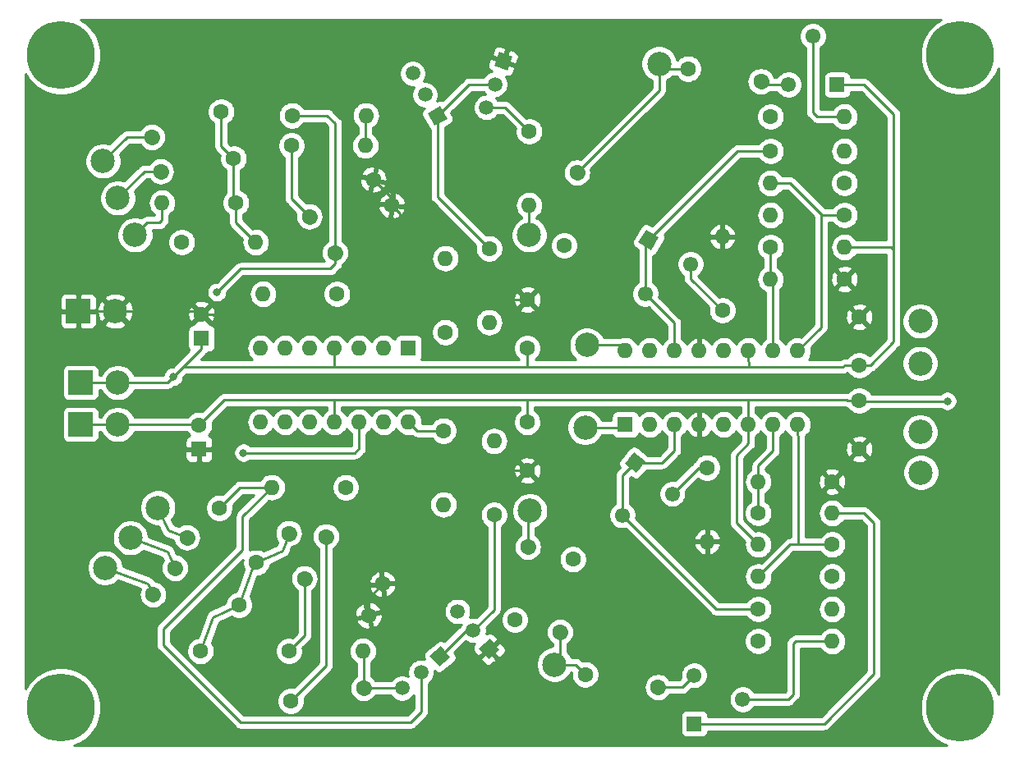
<source format=gbr>
G04 #@! TF.GenerationSoftware,KiCad,Pcbnew,(5.1.2-1)-1*
G04 #@! TF.CreationDate,2021-01-05T14:13:12-05:00*
G04 #@! TF.ProjectId,VCA - MFOS,56434120-2d20-44d4-964f-532e6b696361,rev?*
G04 #@! TF.SameCoordinates,Original*
G04 #@! TF.FileFunction,Copper,L2,Bot*
G04 #@! TF.FilePolarity,Positive*
%FSLAX46Y46*%
G04 Gerber Fmt 4.6, Leading zero omitted, Abs format (unit mm)*
G04 Created by KiCad (PCBNEW (5.1.2-1)-1) date 2021-01-05 14:13:12*
%MOMM*%
%LPD*%
G04 APERTURE LIST*
%ADD10C,2.499360*%
%ADD11C,1.600000*%
%ADD12C,7.000000*%
%ADD13R,1.600000X1.600000*%
%ADD14C,1.500000*%
%ADD15C,0.100000*%
%ADD16C,1.600000*%
%ADD17O,1.600000X1.600000*%
%ADD18C,1.550000*%
%ADD19R,1.550000X1.550000*%
%ADD20R,2.499360X2.499360*%
%ADD21C,0.800000*%
%ADD22C,0.250000*%
%ADD23C,0.254000*%
G04 APERTURE END LIST*
D10*
X105092500Y-43942000D03*
X105092500Y-48323500D03*
D11*
X64579500Y-41736000D03*
X64579500Y-46736000D03*
D12*
X16510000Y-83820000D03*
X109220000Y-83820000D03*
X109220000Y-16510000D03*
X16510000Y-16510000D03*
D11*
X30988000Y-43220000D03*
D13*
X30988000Y-45720000D03*
X30734000Y-57150000D03*
D11*
X30734000Y-54650000D03*
D10*
X23659499Y-66301272D03*
X26476076Y-63204330D03*
X105156000Y-59563000D03*
X21043652Y-69403698D03*
X64833500Y-63500000D03*
X70548500Y-54927500D03*
X67373500Y-79375000D03*
X105092500Y-55372000D03*
X22352000Y-31242000D03*
X24130000Y-35052000D03*
X20828000Y-27432000D03*
X64770000Y-35052000D03*
X70739000Y-46418500D03*
X78168500Y-17399000D03*
D14*
X55562500Y-78549500D03*
D15*
G36*
X54505876Y-78457057D02*
G01*
X55654943Y-77492876D01*
X56619124Y-78641943D01*
X55470057Y-79606124D01*
X54505876Y-78457057D01*
X54505876Y-78457057D01*
G37*
D14*
X51670994Y-81814861D03*
X53616747Y-80182181D03*
X59009819Y-75841747D03*
X57377139Y-73895994D03*
X60642500Y-77787500D03*
D15*
G36*
X60734943Y-76730876D02*
G01*
X61699124Y-77879943D01*
X60550057Y-78844124D01*
X59585876Y-77695057D01*
X60734943Y-76730876D01*
X60734943Y-76730876D01*
G37*
D14*
X54038500Y-20596795D03*
X52768500Y-18397091D03*
X55308500Y-22796500D03*
D15*
G36*
X55583019Y-21771981D02*
G01*
X56333019Y-23071019D01*
X55033981Y-23821019D01*
X54283981Y-22521981D01*
X55583019Y-21771981D01*
X55583019Y-21771981D01*
G37*
D14*
X62103000Y-17145000D03*
D15*
G36*
X61141715Y-17593254D02*
G01*
X61654746Y-16183715D01*
X63064285Y-16696746D01*
X62551254Y-18106285D01*
X61141715Y-17593254D01*
X61141715Y-17593254D01*
G37*
D14*
X60365538Y-21918639D03*
X61234269Y-19531819D03*
D11*
X30893231Y-77989223D03*
X25995189Y-72151964D03*
D16*
X25995189Y-72151964D02*
X25995189Y-72151964D01*
D11*
X34860439Y-73216243D03*
X28261325Y-69406243D03*
D16*
X28261325Y-69406243D02*
X28261325Y-69406243D01*
D11*
X29486145Y-66259590D03*
D16*
X29486145Y-66259590D02*
X29486145Y-66259590D01*
D11*
X36646603Y-68865783D03*
X88392000Y-73660000D03*
D17*
X96012000Y-73660000D03*
D11*
X88392000Y-76962000D03*
D17*
X96012000Y-76962000D03*
D11*
X40195500Y-83121500D03*
X47699735Y-81798301D03*
D16*
X47699735Y-81798301D02*
X47699735Y-81798301D01*
D11*
X83121500Y-59055000D03*
D17*
X83121500Y-66675000D03*
D11*
X43819741Y-66158458D03*
D16*
X43819741Y-66158458D02*
X43819741Y-66158458D01*
D11*
X49657000Y-71056500D03*
X39983981Y-65823245D03*
D16*
X39983981Y-65823245D02*
X39983981Y-65823245D01*
D11*
X32823523Y-63217052D03*
X61150500Y-63944500D03*
D17*
X61150500Y-56324500D03*
X38227000Y-61087000D03*
D11*
X45847000Y-61087000D03*
X64632699Y-67235265D03*
D16*
X64632699Y-67235265D02*
X64632699Y-67235265D01*
D11*
X63309500Y-74739500D03*
X40005000Y-77978000D03*
D17*
X47625000Y-77978000D03*
D11*
X88392000Y-63754000D03*
D17*
X96012000Y-63754000D03*
X88392000Y-60515500D03*
D11*
X96012000Y-60515500D03*
X55943500Y-55245000D03*
D17*
X55943500Y-62865000D03*
D11*
X41597386Y-70485000D03*
D16*
X41597386Y-70485000D02*
X41597386Y-70485000D01*
D11*
X48196500Y-74295000D03*
X96012000Y-66992500D03*
D17*
X88392000Y-66992500D03*
D11*
X70548500Y-80391000D03*
X78052735Y-81714199D03*
D16*
X78052735Y-81714199D02*
X78052735Y-81714199D01*
D17*
X88392000Y-70294500D03*
D11*
X96012000Y-70294500D03*
X67955301Y-76020735D03*
D16*
X67955301Y-76020735D02*
X67955301Y-76020735D01*
D11*
X69278500Y-68516500D03*
X25859542Y-24958193D03*
D16*
X25859542Y-24958193D02*
X25859542Y-24958193D01*
D11*
X33020000Y-22352000D03*
X26785765Y-28501199D03*
D16*
X26785765Y-28501199D02*
X26785765Y-28501199D01*
D11*
X34290000Y-27178000D03*
D17*
X26924000Y-31750000D03*
D11*
X34544000Y-31750000D03*
X89662000Y-26416000D03*
D17*
X97282000Y-26416000D03*
X97282000Y-22860000D03*
D11*
X89662000Y-22860000D03*
X40322500Y-22733000D03*
D17*
X47942500Y-22733000D03*
X84683601Y-35219153D03*
D11*
X84683601Y-42839153D03*
X50609500Y-32004000D03*
X44772241Y-36902042D03*
D16*
X44772241Y-36902042D02*
X44772241Y-36902042D01*
D17*
X36576000Y-35814000D03*
D11*
X28956000Y-35814000D03*
X60642500Y-36449000D03*
D17*
X60642500Y-44069000D03*
X37338000Y-41148000D03*
D11*
X44958000Y-41148000D03*
X64770000Y-24384000D03*
D17*
X64770000Y-32004000D03*
D11*
X40259000Y-25844500D03*
D17*
X47879000Y-25844500D03*
D11*
X89662000Y-36322000D03*
D17*
X97282000Y-36322000D03*
X89662000Y-39624000D03*
D11*
X97282000Y-39624000D03*
D17*
X56134000Y-37465000D03*
D11*
X56134000Y-45085000D03*
X42105386Y-33147000D03*
D16*
X42105386Y-33147000D02*
X42105386Y-33147000D01*
D11*
X48704500Y-29337000D03*
X97282000Y-33020000D03*
D17*
X89662000Y-33020000D03*
D11*
X81153000Y-17907000D03*
X88657235Y-19230199D03*
D16*
X88657235Y-19230199D02*
X88657235Y-19230199D01*
D17*
X89662000Y-29718000D03*
D11*
X97282000Y-29718000D03*
X69712699Y-28627265D03*
D16*
X69712699Y-28627265D02*
X69712699Y-28627265D01*
D11*
X68389500Y-36131500D03*
D18*
X81788000Y-80471000D03*
D19*
X81788000Y-85471000D03*
D18*
X86788000Y-82971000D03*
X74393173Y-63984191D03*
X75692000Y-58547000D03*
D15*
G36*
X74600155Y-58642524D02*
G01*
X75596476Y-57455155D01*
X76783845Y-58451476D01*
X75787524Y-59638845D01*
X74600155Y-58642524D01*
X74600155Y-58642524D01*
G37*
D18*
X79522222Y-61760938D03*
X91520000Y-19558000D03*
D19*
X96520000Y-19558000D03*
D18*
X94020000Y-14558000D03*
X76754064Y-41140127D03*
X77089000Y-35560000D03*
D15*
G36*
X76030330Y-35843670D02*
G01*
X76805330Y-34501330D01*
X78147670Y-35276330D01*
X77372670Y-36618670D01*
X76030330Y-35843670D01*
X76030330Y-35843670D01*
G37*
D18*
X81419127Y-38060000D03*
D13*
X52324000Y-46736000D03*
D17*
X37084000Y-54356000D03*
X49784000Y-46736000D03*
X39624000Y-54356000D03*
X47244000Y-46736000D03*
X42164000Y-54356000D03*
X44704000Y-46736000D03*
X44704000Y-54356000D03*
X42164000Y-46736000D03*
X47244000Y-54356000D03*
X39624000Y-46736000D03*
X49784000Y-54356000D03*
X37084000Y-46736000D03*
X52324000Y-54356000D03*
D13*
X74676000Y-54610000D03*
D17*
X92456000Y-46990000D03*
X77216000Y-54610000D03*
X89916000Y-46990000D03*
X79756000Y-54610000D03*
X87376000Y-46990000D03*
X82296000Y-54610000D03*
X84836000Y-46990000D03*
X84836000Y-54610000D03*
X82296000Y-46990000D03*
X87376000Y-54610000D03*
X79756000Y-46990000D03*
X89916000Y-54610000D03*
X77216000Y-46990000D03*
X92456000Y-54610000D03*
X74676000Y-46990000D03*
D11*
X98806000Y-52150000D03*
X98806000Y-57150000D03*
X98806000Y-48514000D03*
X98806000Y-43514000D03*
X64579500Y-54372500D03*
X64579500Y-59372500D03*
D10*
X22352000Y-50292000D03*
D20*
X18542000Y-50292000D03*
X18542000Y-54610000D03*
D10*
X22352000Y-54610000D03*
D20*
X18288000Y-42926000D03*
D10*
X22098000Y-42926000D03*
D21*
X77470000Y-26924000D03*
X106172000Y-73914000D03*
X75946000Y-71120000D03*
X17272000Y-35052000D03*
X57658000Y-28702000D03*
X27178000Y-17526000D03*
X37084000Y-23114000D03*
X50292000Y-66294000D03*
X28084000Y-49674000D03*
X107886500Y-52197000D03*
X35306000Y-57531000D03*
X32575500Y-40957500D03*
D22*
X18288000Y-42926000D02*
X22098000Y-42926000D01*
X30694000Y-42926000D02*
X30988000Y-43220000D01*
X22098000Y-42926000D02*
X30694000Y-42926000D01*
X30480000Y-59182000D02*
X30734000Y-58928000D01*
X15240000Y-59182000D02*
X30480000Y-59182000D01*
X15240000Y-44196000D02*
X15240000Y-59182000D01*
X16510000Y-42926000D02*
X15240000Y-44196000D01*
X30734000Y-58928000D02*
X30734000Y-57150000D01*
X18288000Y-42926000D02*
X16510000Y-42926000D01*
X30734000Y-58928000D02*
X30734000Y-59182000D01*
X30480000Y-59182000D02*
X30734000Y-59182000D01*
X50609500Y-31242000D02*
X50609500Y-32004000D01*
X48704500Y-29337000D02*
X50609500Y-31242000D01*
X32119370Y-43220000D02*
X32206370Y-43307000D01*
X30988000Y-43220000D02*
X32119370Y-43220000D01*
X32206370Y-43307000D02*
X33655000Y-43307000D01*
X33655000Y-43307000D02*
X34036000Y-43688000D01*
X34036000Y-43688000D02*
X51562000Y-43688000D01*
X53514000Y-41736000D02*
X64579500Y-41736000D01*
X51409499Y-39915999D02*
X53371750Y-41878250D01*
X51409499Y-32803999D02*
X51409499Y-39915999D01*
X50609500Y-32004000D02*
X51409499Y-32803999D01*
X53371750Y-41878250D02*
X53514000Y-41736000D01*
X51562000Y-43688000D02*
X53371750Y-41878250D01*
X98806000Y-57721500D02*
X98806000Y-57150000D01*
X48196500Y-72517000D02*
X49657000Y-71056500D01*
X48196500Y-74295000D02*
X48196500Y-72517000D01*
X61150500Y-59372500D02*
X60960000Y-59182000D01*
X64579500Y-59372500D02*
X61150500Y-59372500D01*
X58127138Y-59270138D02*
X58039000Y-59182000D01*
X30734000Y-59182000D02*
X58039000Y-59182000D01*
X50788370Y-71056500D02*
X55550870Y-66294000D01*
X49657000Y-71056500D02*
X50788370Y-71056500D01*
X55550870Y-66294000D02*
X58928000Y-66294000D01*
X59436000Y-65786000D02*
X59436000Y-59182000D01*
X58928000Y-66294000D02*
X59436000Y-65786000D01*
X59436000Y-59182000D02*
X60960000Y-59182000D01*
X58039000Y-59182000D02*
X59436000Y-59182000D01*
X18542000Y-50292000D02*
X22352000Y-50292000D01*
X30988000Y-46770000D02*
X30988000Y-45720000D01*
X22352000Y-50292000D02*
X27466000Y-50292000D01*
X27466000Y-50292000D02*
X28084000Y-49674000D01*
X29100000Y-48658000D02*
X30988000Y-46770000D01*
X97282000Y-48514000D02*
X98806000Y-48514000D01*
X97138000Y-48658000D02*
X97282000Y-48514000D01*
X97138000Y-48658000D02*
X97172000Y-48658000D01*
X99314000Y-19558000D02*
X96520000Y-19558000D01*
X102362000Y-22606000D02*
X99314000Y-19558000D01*
X99937370Y-48514000D02*
X102362000Y-46089370D01*
X98806000Y-48514000D02*
X99937370Y-48514000D01*
X102108000Y-36322000D02*
X102362000Y-36576000D01*
X97282000Y-36322000D02*
X102108000Y-36322000D01*
X102362000Y-36576000D02*
X102362000Y-22606000D01*
X102362000Y-46089370D02*
X102362000Y-36576000D01*
X61104000Y-48658000D02*
X61087000Y-48641000D01*
X47879000Y-22796500D02*
X47942500Y-22733000D01*
X47879000Y-25844500D02*
X47879000Y-22796500D01*
X52278409Y-18397091D02*
X52768500Y-18397091D01*
X87422500Y-48167870D02*
X87422500Y-48658000D01*
X87376000Y-48121370D02*
X87422500Y-48167870D01*
X87376000Y-46990000D02*
X87376000Y-48121370D01*
X87422500Y-48658000D02*
X97138000Y-48658000D01*
X44704000Y-47867370D02*
X44657500Y-47913870D01*
X44657500Y-48658000D02*
X61104000Y-48658000D01*
X44657500Y-47913870D02*
X44657500Y-48658000D01*
X44704000Y-46736000D02*
X44704000Y-47867370D01*
X29100000Y-48658000D02*
X44657500Y-48658000D01*
X64579500Y-47867370D02*
X64562500Y-47884370D01*
X64562500Y-47884370D02*
X64562500Y-48658000D01*
X64579500Y-46736000D02*
X64579500Y-47867370D01*
X64562500Y-48658000D02*
X87422500Y-48658000D01*
X61104000Y-48658000D02*
X64562500Y-48658000D01*
X47699735Y-78052735D02*
X47625000Y-77978000D01*
X47699735Y-81798301D02*
X47699735Y-78052735D01*
X81788000Y-85471000D02*
X95186500Y-85471000D01*
X95186500Y-85471000D02*
X100330000Y-80327500D01*
X100330000Y-80327500D02*
X100330000Y-64770000D01*
X97143370Y-63754000D02*
X96012000Y-63754000D01*
X99314000Y-63754000D02*
X97143370Y-63754000D01*
X100330000Y-64770000D02*
X99314000Y-63754000D01*
X51654434Y-81798301D02*
X51670994Y-81814861D01*
X47699735Y-81798301D02*
X51654434Y-81798301D01*
X28084000Y-49674000D02*
X29100000Y-48658000D01*
X18542000Y-54610000D02*
X22352000Y-54610000D01*
X30694000Y-54610000D02*
X30734000Y-54650000D01*
X22352000Y-54610000D02*
X30694000Y-54610000D01*
X97536000Y-52070000D02*
X97616000Y-52150000D01*
X97616000Y-52150000D02*
X98806000Y-52150000D01*
X30734000Y-54650000D02*
X33314000Y-52070000D01*
X87376000Y-52070000D02*
X97536000Y-52070000D01*
X87376000Y-54610000D02*
X87376000Y-52070000D01*
X44704000Y-53224630D02*
X44704000Y-52070000D01*
X44704000Y-54356000D02*
X44704000Y-53224630D01*
X33314000Y-52070000D02*
X44704000Y-52070000D01*
X57150000Y-52070000D02*
X60960000Y-52070000D01*
X44704000Y-52070000D02*
X57150000Y-52070000D01*
X88985036Y-19558000D02*
X88657235Y-19230199D01*
X91520000Y-19558000D02*
X88985036Y-19558000D01*
X64579500Y-54372500D02*
X64579500Y-52070000D01*
X64579500Y-52070000D02*
X87376000Y-52070000D01*
X60960000Y-52070000D02*
X64579500Y-52070000D01*
X80544801Y-81714199D02*
X81788000Y-80471000D01*
X78052735Y-81714199D02*
X80544801Y-81714199D01*
X88392000Y-66992500D02*
X86169500Y-64770000D01*
X86169500Y-64770000D02*
X86169500Y-57785000D01*
X87376000Y-56578500D02*
X87376000Y-54610000D01*
X86169500Y-57785000D02*
X87376000Y-56578500D01*
X98853000Y-52197000D02*
X98806000Y-52150000D01*
X107886500Y-52197000D02*
X98853000Y-52197000D01*
X27458172Y-67683877D02*
X28261325Y-69406243D01*
X23659499Y-66301272D02*
X27458172Y-67683877D01*
X27576689Y-65564603D02*
X29486145Y-66259588D01*
X26476076Y-63204330D02*
X27576689Y-65564603D01*
X25463859Y-71012522D02*
X25995189Y-72151967D01*
X21043652Y-69403698D02*
X25463859Y-71012522D01*
X64632699Y-63700801D02*
X64833500Y-63500000D01*
X64632699Y-67235265D02*
X64632699Y-63700801D01*
X74358500Y-54927500D02*
X74676000Y-54610000D01*
X70548500Y-54927500D02*
X74358500Y-54927500D01*
X67955301Y-78793199D02*
X67373500Y-79375000D01*
X67955301Y-76020735D02*
X67955301Y-78793199D01*
X69532500Y-79375000D02*
X70548500Y-80391000D01*
X67373500Y-79375000D02*
X69532500Y-79375000D01*
X25092801Y-28501199D02*
X26785765Y-28501199D01*
X22352000Y-31242000D02*
X25092801Y-28501199D01*
X25379679Y-33802321D02*
X26649679Y-33802321D01*
X24130000Y-35052000D02*
X25379679Y-33802321D01*
X26924000Y-33528000D02*
X26924000Y-31750000D01*
X26649679Y-33802321D02*
X26924000Y-33528000D01*
X23301807Y-24958193D02*
X25859542Y-24958193D01*
X20828000Y-27432000D02*
X23301807Y-24958193D01*
X64770000Y-33284686D02*
X64770000Y-32004000D01*
X64770000Y-35052000D02*
X64770000Y-33284686D01*
X58270253Y-75841747D02*
X59009819Y-75841747D01*
X61150500Y-73701066D02*
X61150500Y-63944500D01*
X59009819Y-75841747D02*
X61150500Y-73701066D01*
X55562500Y-78549500D02*
X58270253Y-75841747D01*
X34953575Y-61087000D02*
X38227000Y-61087000D01*
X32823523Y-63217052D02*
X34953575Y-61087000D01*
X52514500Y-85344000D02*
X53616747Y-84241753D01*
X27051000Y-75692000D02*
X27051000Y-77343000D01*
X35052000Y-85344000D02*
X52514500Y-85344000D01*
X27051000Y-77343000D02*
X35052000Y-85344000D01*
X35221602Y-67521398D02*
X27051000Y-75692000D01*
X35221602Y-64092398D02*
X35221602Y-67521398D01*
X38227000Y-61087000D02*
X35221602Y-64092398D01*
X53616747Y-84241753D02*
X53616747Y-80182181D01*
X63309500Y-75120500D02*
X63309500Y-74739500D01*
X55308500Y-22796500D02*
X55928248Y-22176752D01*
X55928248Y-22176752D02*
X55928248Y-22113252D01*
X55308500Y-31115000D02*
X60642500Y-36449000D01*
X58573181Y-19531819D02*
X61234269Y-19531819D01*
X55928248Y-22176752D02*
X58573181Y-19531819D01*
X55308500Y-31115000D02*
X55308500Y-22796500D01*
X32174610Y-74468666D02*
X34860439Y-73216243D01*
X30893231Y-77989223D02*
X32174610Y-74468666D01*
X36402437Y-68979638D02*
X36646603Y-68865783D01*
X34860439Y-73216243D02*
X36402437Y-68979638D01*
X36646603Y-68865783D02*
X39332432Y-67613360D01*
X39332432Y-67613360D02*
X39983980Y-65823245D01*
X74393173Y-59845827D02*
X74393173Y-63984191D01*
X75692000Y-58547000D02*
X74393173Y-59845827D01*
X79756000Y-57277000D02*
X79756000Y-54610000D01*
X78486000Y-58547000D02*
X79756000Y-57277000D01*
X75692000Y-58547000D02*
X78486000Y-58547000D01*
X84068982Y-73660000D02*
X88392000Y-73660000D01*
X74393173Y-63984191D02*
X84068982Y-73660000D01*
X88392000Y-61646870D02*
X88392000Y-63754000D01*
X88392000Y-60515500D02*
X88392000Y-61646870D01*
X88392000Y-60515500D02*
X88392000Y-58864500D01*
X89916000Y-57340500D02*
X89916000Y-54610000D01*
X88392000Y-58864500D02*
X89916000Y-57340500D01*
X86788000Y-82971000D02*
X91463500Y-82971000D01*
X91463500Y-82971000D02*
X92011500Y-82423000D01*
X92011500Y-82423000D02*
X92011500Y-77216000D01*
X92265500Y-76962000D02*
X96012000Y-76962000D01*
X92011500Y-77216000D02*
X92265500Y-76962000D01*
X43819741Y-79497259D02*
X43819741Y-66158458D01*
X40195500Y-83121500D02*
X43819741Y-79497259D01*
X82228160Y-59055000D02*
X83121500Y-59055000D01*
X79522222Y-61760938D02*
X82228160Y-59055000D01*
X41597386Y-76385614D02*
X41597386Y-70485000D01*
X40005000Y-77978000D02*
X41597386Y-76385614D01*
X35306000Y-57531000D02*
X46799500Y-57531000D01*
X47244000Y-57086500D02*
X47244000Y-54356000D01*
X46799500Y-57531000D02*
X47244000Y-57086500D01*
X53213000Y-55245000D02*
X55943500Y-55245000D01*
X52324000Y-54356000D02*
X53213000Y-55245000D01*
X88392000Y-70294500D02*
X91694000Y-66992500D01*
X92519500Y-55804870D02*
X92519500Y-66992500D01*
X92456000Y-55741370D02*
X92519500Y-55804870D01*
X92456000Y-54610000D02*
X92456000Y-55741370D01*
X92519500Y-66992500D02*
X96012000Y-66992500D01*
X91694000Y-66992500D02*
X92519500Y-66992500D01*
X33020000Y-25908000D02*
X34290000Y-27178000D01*
X33020000Y-22352000D02*
X33020000Y-25908000D01*
X34290000Y-31496000D02*
X34544000Y-31750000D01*
X34290000Y-27178000D02*
X34290000Y-31496000D01*
X34544000Y-33782000D02*
X36576000Y-35814000D01*
X34544000Y-31750000D02*
X34544000Y-33782000D01*
X76754064Y-41140127D02*
X78666937Y-43053000D01*
X78666937Y-43053000D02*
X78676500Y-43053000D01*
X79756000Y-44132500D02*
X79756000Y-46990000D01*
X78676500Y-43053000D02*
X79756000Y-44132500D01*
X76754064Y-35894936D02*
X77089000Y-35560000D01*
X76754064Y-41140127D02*
X76754064Y-35894936D01*
X86233000Y-26416000D02*
X77089000Y-35560000D01*
X89662000Y-26416000D02*
X86233000Y-26416000D01*
X94020000Y-22392000D02*
X94020000Y-14558000D01*
X94488000Y-22860000D02*
X94020000Y-22392000D01*
X97282000Y-22860000D02*
X94488000Y-22860000D01*
X89916000Y-39878000D02*
X89662000Y-39624000D01*
X89916000Y-46990000D02*
X89916000Y-39878000D01*
X89662000Y-39624000D02*
X89662000Y-36322000D01*
X43942000Y-22733000D02*
X40322500Y-22733000D01*
X44772241Y-23563241D02*
X43942000Y-22733000D01*
X44772241Y-36902042D02*
X44772241Y-23563241D01*
X44772241Y-38033412D02*
X44261153Y-38544500D01*
X44772241Y-36902042D02*
X44772241Y-38033412D01*
X44261153Y-38544500D02*
X35115500Y-38544500D01*
X35115500Y-38544500D02*
X34988500Y-38544500D01*
X34988500Y-38544500D02*
X32575500Y-40957500D01*
X32575500Y-40957500D02*
X32575500Y-40957500D01*
X81419127Y-39574679D02*
X84683601Y-42839153D01*
X81419127Y-38060000D02*
X81419127Y-39574679D01*
X40259000Y-31300614D02*
X42105386Y-33147000D01*
X40259000Y-25844500D02*
X40259000Y-31300614D01*
X91694000Y-29718000D02*
X89662000Y-29718000D01*
X94996000Y-33020000D02*
X91694000Y-29718000D01*
X97282000Y-33020000D02*
X94996000Y-33020000D01*
X92456000Y-46990000D02*
X94869000Y-44577000D01*
X94869000Y-33147000D02*
X94996000Y-33020000D01*
X94869000Y-44577000D02*
X94869000Y-33147000D01*
X74104500Y-46418500D02*
X74676000Y-46990000D01*
X70739000Y-46418500D02*
X74104500Y-46418500D01*
X78676500Y-17907000D02*
X78168500Y-17399000D01*
X81153000Y-17907000D02*
X78676500Y-17907000D01*
X78168500Y-20171464D02*
X69712699Y-28627265D01*
X78168500Y-17399000D02*
X78168500Y-20171464D01*
X62304639Y-21918639D02*
X64770000Y-24384000D01*
X60365538Y-21918639D02*
X62304639Y-21918639D01*
D23*
G36*
X106584091Y-13298136D02*
G01*
X106008136Y-13874091D01*
X105555611Y-14551343D01*
X105243906Y-15303865D01*
X105085000Y-16102738D01*
X105085000Y-16917262D01*
X105243906Y-17716135D01*
X105555611Y-18468657D01*
X106008136Y-19145909D01*
X106584091Y-19721864D01*
X107261343Y-20174389D01*
X108013865Y-20486094D01*
X108812738Y-20645000D01*
X109627262Y-20645000D01*
X110426135Y-20486094D01*
X111178657Y-20174389D01*
X111855909Y-19721864D01*
X112431864Y-19145909D01*
X112884389Y-18468657D01*
X113132001Y-17870869D01*
X113132000Y-82459129D01*
X112884389Y-81861343D01*
X112431864Y-81184091D01*
X111855909Y-80608136D01*
X111178657Y-80155611D01*
X110426135Y-79843906D01*
X109627262Y-79685000D01*
X108812738Y-79685000D01*
X108013865Y-79843906D01*
X107261343Y-80155611D01*
X106584091Y-80608136D01*
X106008136Y-81184091D01*
X105555611Y-81861343D01*
X105243906Y-82613865D01*
X105085000Y-83412738D01*
X105085000Y-84227262D01*
X105243906Y-85026135D01*
X105555611Y-85778657D01*
X106008136Y-86455909D01*
X106584091Y-87031864D01*
X107261343Y-87484389D01*
X107859128Y-87732000D01*
X17870872Y-87732000D01*
X18468657Y-87484389D01*
X19145909Y-87031864D01*
X19721864Y-86455909D01*
X20174389Y-85778657D01*
X20486094Y-85026135D01*
X20645000Y-84227262D01*
X20645000Y-83412738D01*
X20486094Y-82613865D01*
X20174389Y-81861343D01*
X19721864Y-81184091D01*
X19145909Y-80608136D01*
X18468657Y-80155611D01*
X17716135Y-79843906D01*
X16917262Y-79685000D01*
X16102738Y-79685000D01*
X15303865Y-79843906D01*
X14551343Y-80155611D01*
X13874091Y-80608136D01*
X13298136Y-81184091D01*
X12852000Y-81851781D01*
X12852000Y-75692000D01*
X26287324Y-75692000D01*
X26291000Y-75729323D01*
X26291001Y-77305668D01*
X26287324Y-77343000D01*
X26291001Y-77380333D01*
X26301998Y-77491986D01*
X26308292Y-77512734D01*
X26345454Y-77635246D01*
X26416026Y-77767276D01*
X26484716Y-77850974D01*
X26511000Y-77883001D01*
X26539998Y-77906799D01*
X34488201Y-85855003D01*
X34511999Y-85884001D01*
X34627724Y-85978974D01*
X34759753Y-86049546D01*
X34903014Y-86093003D01*
X35014667Y-86104000D01*
X35014675Y-86104000D01*
X35052000Y-86107676D01*
X35089325Y-86104000D01*
X52477178Y-86104000D01*
X52514500Y-86107676D01*
X52551822Y-86104000D01*
X52551833Y-86104000D01*
X52663486Y-86093003D01*
X52806747Y-86049546D01*
X52938776Y-85978974D01*
X53054501Y-85884001D01*
X53078304Y-85854998D01*
X54127751Y-84805551D01*
X54156748Y-84781754D01*
X54227124Y-84696000D01*
X80374928Y-84696000D01*
X80374928Y-86246000D01*
X80387188Y-86370482D01*
X80423498Y-86490180D01*
X80482463Y-86600494D01*
X80561815Y-86697185D01*
X80658506Y-86776537D01*
X80768820Y-86835502D01*
X80888518Y-86871812D01*
X81013000Y-86884072D01*
X82563000Y-86884072D01*
X82687482Y-86871812D01*
X82807180Y-86835502D01*
X82917494Y-86776537D01*
X83014185Y-86697185D01*
X83093537Y-86600494D01*
X83152502Y-86490180D01*
X83188812Y-86370482D01*
X83201072Y-86246000D01*
X83201072Y-86231000D01*
X95149178Y-86231000D01*
X95186500Y-86234676D01*
X95223822Y-86231000D01*
X95223833Y-86231000D01*
X95335486Y-86220003D01*
X95478747Y-86176546D01*
X95610776Y-86105974D01*
X95726501Y-86011001D01*
X95750304Y-85981997D01*
X100841009Y-80891294D01*
X100870001Y-80867501D01*
X100893795Y-80838508D01*
X100893799Y-80838504D01*
X100964973Y-80751777D01*
X100964974Y-80751776D01*
X101035546Y-80619747D01*
X101079003Y-80476486D01*
X101090000Y-80364833D01*
X101090000Y-80364824D01*
X101093676Y-80327501D01*
X101090000Y-80290178D01*
X101090000Y-64807322D01*
X101093676Y-64770000D01*
X101090000Y-64732677D01*
X101090000Y-64732667D01*
X101079003Y-64621014D01*
X101035546Y-64477753D01*
X101012013Y-64433727D01*
X100964974Y-64345723D01*
X100893799Y-64258997D01*
X100870001Y-64229999D01*
X100841003Y-64206201D01*
X99877804Y-63243002D01*
X99854001Y-63213999D01*
X99738276Y-63119026D01*
X99606247Y-63048454D01*
X99462986Y-63004997D01*
X99351333Y-62994000D01*
X99351322Y-62994000D01*
X99314000Y-62990324D01*
X99276678Y-62994000D01*
X97232901Y-62994000D01*
X97210932Y-62952899D01*
X97031608Y-62734392D01*
X96813101Y-62555068D01*
X96563808Y-62421818D01*
X96293309Y-62339764D01*
X96082492Y-62319000D01*
X95941508Y-62319000D01*
X95730691Y-62339764D01*
X95460192Y-62421818D01*
X95210899Y-62555068D01*
X94992392Y-62734392D01*
X94813068Y-62952899D01*
X94679818Y-63202192D01*
X94597764Y-63472691D01*
X94570057Y-63754000D01*
X94597764Y-64035309D01*
X94679818Y-64305808D01*
X94813068Y-64555101D01*
X94992392Y-64773608D01*
X95210899Y-64952932D01*
X95460192Y-65086182D01*
X95730691Y-65168236D01*
X95941508Y-65189000D01*
X96082492Y-65189000D01*
X96293309Y-65168236D01*
X96563808Y-65086182D01*
X96813101Y-64952932D01*
X97031608Y-64773608D01*
X97210932Y-64555101D01*
X97232901Y-64514000D01*
X98999199Y-64514000D01*
X99570001Y-65084803D01*
X99570000Y-80012697D01*
X94871699Y-84711000D01*
X83201072Y-84711000D01*
X83201072Y-84696000D01*
X83188812Y-84571518D01*
X83152502Y-84451820D01*
X83093537Y-84341506D01*
X83014185Y-84244815D01*
X82917494Y-84165463D01*
X82807180Y-84106498D01*
X82687482Y-84070188D01*
X82563000Y-84057928D01*
X81013000Y-84057928D01*
X80888518Y-84070188D01*
X80768820Y-84106498D01*
X80658506Y-84165463D01*
X80561815Y-84244815D01*
X80482463Y-84341506D01*
X80423498Y-84451820D01*
X80387188Y-84571518D01*
X80374928Y-84696000D01*
X54227124Y-84696000D01*
X54251721Y-84666029D01*
X54322293Y-84534000D01*
X54365750Y-84390739D01*
X54376747Y-84279086D01*
X54376747Y-84279078D01*
X54380423Y-84241753D01*
X54376747Y-84204428D01*
X54376747Y-81340090D01*
X54499633Y-81257980D01*
X54692546Y-81065067D01*
X54844118Y-80838224D01*
X54948522Y-80586170D01*
X55001747Y-80318592D01*
X55001747Y-80045770D01*
X54999410Y-80034022D01*
X55070673Y-80103746D01*
X55175428Y-80172101D01*
X55291506Y-80218705D01*
X55414445Y-80241768D01*
X55539522Y-80240404D01*
X55661929Y-80214664D01*
X55776962Y-80165539D01*
X55880202Y-80094916D01*
X57029269Y-79130735D01*
X57116746Y-79041327D01*
X57185101Y-78936572D01*
X57201126Y-78896658D01*
X59765205Y-78896658D01*
X60061266Y-79254269D01*
X60150673Y-79341747D01*
X60255429Y-79410101D01*
X60371507Y-79456705D01*
X60494446Y-79479768D01*
X60619522Y-79478403D01*
X60741929Y-79452665D01*
X60856963Y-79403539D01*
X60960202Y-79332916D01*
X61128986Y-79189375D01*
X65488820Y-79189375D01*
X65488820Y-79560625D01*
X65561247Y-79924741D01*
X65703318Y-80267731D01*
X65909574Y-80576413D01*
X66172087Y-80838926D01*
X66480769Y-81045182D01*
X66823759Y-81187253D01*
X67187875Y-81259680D01*
X67559125Y-81259680D01*
X67923241Y-81187253D01*
X68266231Y-81045182D01*
X68574913Y-80838926D01*
X68837426Y-80576413D01*
X69043682Y-80267731D01*
X69098661Y-80135000D01*
X69136309Y-80135000D01*
X69113500Y-80249665D01*
X69113500Y-80532335D01*
X69168647Y-80809574D01*
X69276820Y-81070727D01*
X69433863Y-81305759D01*
X69633741Y-81505637D01*
X69868773Y-81662680D01*
X70129926Y-81770853D01*
X70407165Y-81826000D01*
X70689835Y-81826000D01*
X70967074Y-81770853D01*
X71103848Y-81714199D01*
X76610792Y-81714199D01*
X76638499Y-81995508D01*
X76720553Y-82266007D01*
X76853803Y-82515300D01*
X77033127Y-82733807D01*
X77251634Y-82913131D01*
X77500927Y-83046381D01*
X77771426Y-83128435D01*
X77982243Y-83149199D01*
X78123227Y-83149199D01*
X78334044Y-83128435D01*
X78604543Y-83046381D01*
X78853836Y-82913131D01*
X78952539Y-82832127D01*
X85378000Y-82832127D01*
X85378000Y-83109873D01*
X85432186Y-83382282D01*
X85538475Y-83638885D01*
X85692782Y-83869822D01*
X85889178Y-84066218D01*
X86120115Y-84220525D01*
X86376718Y-84326814D01*
X86649127Y-84381000D01*
X86926873Y-84381000D01*
X87199282Y-84326814D01*
X87455885Y-84220525D01*
X87686822Y-84066218D01*
X87883218Y-83869822D01*
X87975976Y-83731000D01*
X91426178Y-83731000D01*
X91463500Y-83734676D01*
X91500822Y-83731000D01*
X91500833Y-83731000D01*
X91612486Y-83720003D01*
X91755747Y-83676546D01*
X91887776Y-83605974D01*
X92003501Y-83511001D01*
X92027303Y-83481998D01*
X92522503Y-82986798D01*
X92551501Y-82963001D01*
X92610870Y-82890660D01*
X92646474Y-82847277D01*
X92717046Y-82715247D01*
X92747799Y-82613865D01*
X92760503Y-82571986D01*
X92771500Y-82460333D01*
X92771500Y-82460324D01*
X92775176Y-82423001D01*
X92771500Y-82385678D01*
X92771500Y-77722000D01*
X94791099Y-77722000D01*
X94813068Y-77763101D01*
X94992392Y-77981608D01*
X95210899Y-78160932D01*
X95460192Y-78294182D01*
X95730691Y-78376236D01*
X95941508Y-78397000D01*
X96082492Y-78397000D01*
X96293309Y-78376236D01*
X96563808Y-78294182D01*
X96813101Y-78160932D01*
X97031608Y-77981608D01*
X97210932Y-77763101D01*
X97344182Y-77513808D01*
X97426236Y-77243309D01*
X97453943Y-76962000D01*
X97426236Y-76680691D01*
X97344182Y-76410192D01*
X97210932Y-76160899D01*
X97031608Y-75942392D01*
X96813101Y-75763068D01*
X96563808Y-75629818D01*
X96293309Y-75547764D01*
X96082492Y-75527000D01*
X95941508Y-75527000D01*
X95730691Y-75547764D01*
X95460192Y-75629818D01*
X95210899Y-75763068D01*
X94992392Y-75942392D01*
X94813068Y-76160899D01*
X94791099Y-76202000D01*
X92302822Y-76202000D01*
X92265499Y-76198324D01*
X92228176Y-76202000D01*
X92228167Y-76202000D01*
X92116514Y-76212997D01*
X91973253Y-76256454D01*
X91841224Y-76327026D01*
X91725499Y-76421999D01*
X91701696Y-76451003D01*
X91500498Y-76652201D01*
X91471500Y-76675999D01*
X91447702Y-76704997D01*
X91447701Y-76704998D01*
X91376526Y-76791724D01*
X91305954Y-76923754D01*
X91284266Y-76995254D01*
X91267431Y-77050754D01*
X91262498Y-77067015D01*
X91247824Y-77216000D01*
X91251501Y-77253332D01*
X91251500Y-82108198D01*
X91148699Y-82211000D01*
X87975976Y-82211000D01*
X87883218Y-82072178D01*
X87686822Y-81875782D01*
X87455885Y-81721475D01*
X87199282Y-81615186D01*
X86926873Y-81561000D01*
X86649127Y-81561000D01*
X86376718Y-81615186D01*
X86120115Y-81721475D01*
X85889178Y-81875782D01*
X85692782Y-82072178D01*
X85538475Y-82303115D01*
X85432186Y-82559718D01*
X85378000Y-82832127D01*
X78952539Y-82832127D01*
X79072343Y-82733807D01*
X79251667Y-82515300D01*
X79273636Y-82474199D01*
X80507479Y-82474199D01*
X80544801Y-82477875D01*
X80582123Y-82474199D01*
X80582134Y-82474199D01*
X80693787Y-82463202D01*
X80837048Y-82419745D01*
X80969077Y-82349173D01*
X81084802Y-82254200D01*
X81108605Y-82225196D01*
X81485374Y-81848427D01*
X81649127Y-81881000D01*
X81926873Y-81881000D01*
X82199282Y-81826814D01*
X82455885Y-81720525D01*
X82686822Y-81566218D01*
X82883218Y-81369822D01*
X83037525Y-81138885D01*
X83143814Y-80882282D01*
X83198000Y-80609873D01*
X83198000Y-80332127D01*
X83143814Y-80059718D01*
X83037525Y-79803115D01*
X82883218Y-79572178D01*
X82686822Y-79375782D01*
X82455885Y-79221475D01*
X82199282Y-79115186D01*
X81926873Y-79061000D01*
X81649127Y-79061000D01*
X81376718Y-79115186D01*
X81120115Y-79221475D01*
X80889178Y-79375782D01*
X80692782Y-79572178D01*
X80538475Y-79803115D01*
X80432186Y-80059718D01*
X80378000Y-80332127D01*
X80378000Y-80609873D01*
X80410573Y-80773626D01*
X80230000Y-80954199D01*
X79273636Y-80954199D01*
X79251667Y-80913098D01*
X79072343Y-80694591D01*
X78853836Y-80515267D01*
X78604543Y-80382017D01*
X78334044Y-80299963D01*
X78123227Y-80279199D01*
X77982243Y-80279199D01*
X77771426Y-80299963D01*
X77500927Y-80382017D01*
X77251634Y-80515267D01*
X77033127Y-80694591D01*
X76853803Y-80913098D01*
X76720553Y-81162391D01*
X76638499Y-81432890D01*
X76610792Y-81714199D01*
X71103848Y-81714199D01*
X71228227Y-81662680D01*
X71463259Y-81505637D01*
X71663137Y-81305759D01*
X71820180Y-81070727D01*
X71928353Y-80809574D01*
X71983500Y-80532335D01*
X71983500Y-80249665D01*
X71928353Y-79972426D01*
X71820180Y-79711273D01*
X71663137Y-79476241D01*
X71463259Y-79276363D01*
X71228227Y-79119320D01*
X70967074Y-79011147D01*
X70689835Y-78956000D01*
X70407165Y-78956000D01*
X70224613Y-78992312D01*
X70096304Y-78864002D01*
X70072501Y-78834999D01*
X69956776Y-78740026D01*
X69824747Y-78669454D01*
X69681486Y-78625997D01*
X69569833Y-78615000D01*
X69569822Y-78615000D01*
X69532500Y-78611324D01*
X69495178Y-78615000D01*
X69098661Y-78615000D01*
X69043682Y-78482269D01*
X68837426Y-78173587D01*
X68715301Y-78051462D01*
X68715301Y-77241636D01*
X68756402Y-77219667D01*
X68974909Y-77040343D01*
X69154233Y-76821836D01*
X69154858Y-76820665D01*
X86957000Y-76820665D01*
X86957000Y-77103335D01*
X87012147Y-77380574D01*
X87120320Y-77641727D01*
X87277363Y-77876759D01*
X87477241Y-78076637D01*
X87712273Y-78233680D01*
X87973426Y-78341853D01*
X88250665Y-78397000D01*
X88533335Y-78397000D01*
X88810574Y-78341853D01*
X89071727Y-78233680D01*
X89306759Y-78076637D01*
X89506637Y-77876759D01*
X89663680Y-77641727D01*
X89771853Y-77380574D01*
X89827000Y-77103335D01*
X89827000Y-76820665D01*
X89771853Y-76543426D01*
X89663680Y-76282273D01*
X89506637Y-76047241D01*
X89306759Y-75847363D01*
X89071727Y-75690320D01*
X88810574Y-75582147D01*
X88533335Y-75527000D01*
X88250665Y-75527000D01*
X87973426Y-75582147D01*
X87712273Y-75690320D01*
X87477241Y-75847363D01*
X87277363Y-76047241D01*
X87120320Y-76282273D01*
X87012147Y-76543426D01*
X86957000Y-76820665D01*
X69154858Y-76820665D01*
X69287483Y-76572543D01*
X69369537Y-76302044D01*
X69397244Y-76020735D01*
X69369537Y-75739426D01*
X69287483Y-75468927D01*
X69154233Y-75219634D01*
X68974909Y-75001127D01*
X68756402Y-74821803D01*
X68507109Y-74688553D01*
X68236610Y-74606499D01*
X68025793Y-74585735D01*
X67884809Y-74585735D01*
X67673992Y-74606499D01*
X67403493Y-74688553D01*
X67154200Y-74821803D01*
X66935693Y-75001127D01*
X66756369Y-75219634D01*
X66623119Y-75468927D01*
X66541065Y-75739426D01*
X66513358Y-76020735D01*
X66541065Y-76302044D01*
X66623119Y-76572543D01*
X66756369Y-76821836D01*
X66935693Y-77040343D01*
X67154200Y-77219667D01*
X67195301Y-77241636D01*
X67195302Y-77490320D01*
X67187875Y-77490320D01*
X66823759Y-77562747D01*
X66480769Y-77704818D01*
X66172087Y-77911074D01*
X65909574Y-78173587D01*
X65703318Y-78482269D01*
X65561247Y-78825259D01*
X65488820Y-79189375D01*
X61128986Y-79189375D01*
X61313864Y-79032148D01*
X61333431Y-78808496D01*
X60626846Y-77966422D01*
X59784772Y-78673006D01*
X59765205Y-78896658D01*
X57201126Y-78896658D01*
X57231705Y-78820494D01*
X57254768Y-78697555D01*
X57253404Y-78572478D01*
X57227664Y-78450071D01*
X57178539Y-78335038D01*
X57107916Y-78231798D01*
X57038149Y-78148653D01*
X58212249Y-76974553D01*
X58353776Y-77069118D01*
X58605830Y-77173522D01*
X58873408Y-77226747D01*
X59146230Y-77226747D01*
X59157978Y-77224410D01*
X59088253Y-77295673D01*
X59019899Y-77400429D01*
X58973295Y-77516507D01*
X58950232Y-77639446D01*
X58951597Y-77764522D01*
X58977335Y-77886929D01*
X59026461Y-78001963D01*
X59097084Y-78105202D01*
X59397852Y-78458864D01*
X59621504Y-78478431D01*
X60426266Y-77803154D01*
X60821422Y-77803154D01*
X61528006Y-78645228D01*
X61751658Y-78664795D01*
X62109269Y-78368734D01*
X62196747Y-78279327D01*
X62265101Y-78174571D01*
X62311705Y-78058493D01*
X62334768Y-77935554D01*
X62333403Y-77810478D01*
X62307665Y-77688071D01*
X62258539Y-77573037D01*
X62187916Y-77469798D01*
X61887148Y-77116136D01*
X61663496Y-77096569D01*
X60821422Y-77803154D01*
X60426266Y-77803154D01*
X60463578Y-77771846D01*
X60450723Y-77756526D01*
X60645298Y-77593257D01*
X60658154Y-77608578D01*
X61500228Y-76901994D01*
X61519795Y-76678342D01*
X61223734Y-76320731D01*
X61134327Y-76233253D01*
X61029571Y-76164899D01*
X60913493Y-76118295D01*
X60790554Y-76095232D01*
X60665478Y-76096597D01*
X60543071Y-76122335D01*
X60428037Y-76171461D01*
X60345080Y-76228209D01*
X60394819Y-75978158D01*
X60394819Y-75705336D01*
X60365986Y-75560382D01*
X61328203Y-74598165D01*
X61874500Y-74598165D01*
X61874500Y-74880835D01*
X61929647Y-75158074D01*
X62037820Y-75419227D01*
X62194863Y-75654259D01*
X62394741Y-75854137D01*
X62629773Y-76011180D01*
X62890926Y-76119353D01*
X63168165Y-76174500D01*
X63450835Y-76174500D01*
X63728074Y-76119353D01*
X63989227Y-76011180D01*
X64224259Y-75854137D01*
X64424137Y-75654259D01*
X64581180Y-75419227D01*
X64689353Y-75158074D01*
X64744500Y-74880835D01*
X64744500Y-74598165D01*
X64689353Y-74320926D01*
X64581180Y-74059773D01*
X64424137Y-73824741D01*
X64224259Y-73624863D01*
X63989227Y-73467820D01*
X63728074Y-73359647D01*
X63450835Y-73304500D01*
X63168165Y-73304500D01*
X62890926Y-73359647D01*
X62629773Y-73467820D01*
X62394741Y-73624863D01*
X62194863Y-73824741D01*
X62037820Y-74059773D01*
X61929647Y-74320926D01*
X61874500Y-74598165D01*
X61328203Y-74598165D01*
X61661504Y-74264864D01*
X61690501Y-74241067D01*
X61743143Y-74176923D01*
X61785474Y-74125343D01*
X61856046Y-73993313D01*
X61862805Y-73971031D01*
X61899503Y-73850052D01*
X61910500Y-73738399D01*
X61910500Y-73738390D01*
X61914176Y-73701067D01*
X61910500Y-73663744D01*
X61910500Y-65162543D01*
X62065259Y-65059137D01*
X62265137Y-64859259D01*
X62422180Y-64624227D01*
X62530353Y-64363074D01*
X62585500Y-64085835D01*
X62585500Y-63803165D01*
X62530353Y-63525926D01*
X62442726Y-63314375D01*
X62948820Y-63314375D01*
X62948820Y-63685625D01*
X63021247Y-64049741D01*
X63163318Y-64392731D01*
X63369574Y-64701413D01*
X63632087Y-64963926D01*
X63872700Y-65124699D01*
X63872699Y-66014364D01*
X63831598Y-66036333D01*
X63613091Y-66215657D01*
X63433767Y-66434164D01*
X63300517Y-66683457D01*
X63218463Y-66953956D01*
X63190756Y-67235265D01*
X63218463Y-67516574D01*
X63300517Y-67787073D01*
X63433767Y-68036366D01*
X63613091Y-68254873D01*
X63831598Y-68434197D01*
X64080891Y-68567447D01*
X64351390Y-68649501D01*
X64562207Y-68670265D01*
X64703191Y-68670265D01*
X64914008Y-68649501D01*
X65184507Y-68567447D01*
X65433800Y-68434197D01*
X65505730Y-68375165D01*
X67843500Y-68375165D01*
X67843500Y-68657835D01*
X67898647Y-68935074D01*
X68006820Y-69196227D01*
X68163863Y-69431259D01*
X68363741Y-69631137D01*
X68598773Y-69788180D01*
X68859926Y-69896353D01*
X69137165Y-69951500D01*
X69419835Y-69951500D01*
X69697074Y-69896353D01*
X69958227Y-69788180D01*
X70193259Y-69631137D01*
X70393137Y-69431259D01*
X70550180Y-69196227D01*
X70658353Y-68935074D01*
X70713500Y-68657835D01*
X70713500Y-68375165D01*
X70658353Y-68097926D01*
X70550180Y-67836773D01*
X70393137Y-67601741D01*
X70193259Y-67401863D01*
X69958227Y-67244820D01*
X69697074Y-67136647D01*
X69419835Y-67081500D01*
X69137165Y-67081500D01*
X68859926Y-67136647D01*
X68598773Y-67244820D01*
X68363741Y-67401863D01*
X68163863Y-67601741D01*
X68006820Y-67836773D01*
X67898647Y-68097926D01*
X67843500Y-68375165D01*
X65505730Y-68375165D01*
X65652307Y-68254873D01*
X65831631Y-68036366D01*
X65964881Y-67787073D01*
X66046935Y-67516574D01*
X66074642Y-67235265D01*
X66046935Y-66953956D01*
X65964881Y-66683457D01*
X65831631Y-66434164D01*
X65652307Y-66215657D01*
X65433800Y-66036333D01*
X65392699Y-66014364D01*
X65392699Y-65308335D01*
X65726231Y-65170182D01*
X66034913Y-64963926D01*
X66297426Y-64701413D01*
X66503682Y-64392731D01*
X66645753Y-64049741D01*
X66718180Y-63685625D01*
X66718180Y-63314375D01*
X66645753Y-62950259D01*
X66503682Y-62607269D01*
X66297426Y-62298587D01*
X66034913Y-62036074D01*
X65726231Y-61829818D01*
X65383241Y-61687747D01*
X65019125Y-61615320D01*
X64647875Y-61615320D01*
X64283759Y-61687747D01*
X63940769Y-61829818D01*
X63632087Y-62036074D01*
X63369574Y-62298587D01*
X63163318Y-62607269D01*
X63021247Y-62950259D01*
X62948820Y-63314375D01*
X62442726Y-63314375D01*
X62422180Y-63264773D01*
X62265137Y-63029741D01*
X62065259Y-62829863D01*
X61830227Y-62672820D01*
X61569074Y-62564647D01*
X61291835Y-62509500D01*
X61009165Y-62509500D01*
X60731926Y-62564647D01*
X60470773Y-62672820D01*
X60235741Y-62829863D01*
X60035863Y-63029741D01*
X59878820Y-63264773D01*
X59770647Y-63525926D01*
X59715500Y-63803165D01*
X59715500Y-64085835D01*
X59770647Y-64363074D01*
X59878820Y-64624227D01*
X60035863Y-64859259D01*
X60235741Y-65059137D01*
X60390501Y-65162544D01*
X60390500Y-73386264D01*
X59291184Y-74485580D01*
X59146230Y-74456747D01*
X58873408Y-74456747D01*
X58623380Y-74506481D01*
X58708914Y-74299983D01*
X58762139Y-74032405D01*
X58762139Y-73759583D01*
X58708914Y-73492005D01*
X58604510Y-73239951D01*
X58452938Y-73013108D01*
X58260025Y-72820195D01*
X58033182Y-72668623D01*
X57781128Y-72564219D01*
X57513550Y-72510994D01*
X57240728Y-72510994D01*
X56973150Y-72564219D01*
X56721096Y-72668623D01*
X56494253Y-72820195D01*
X56301340Y-73013108D01*
X56149768Y-73239951D01*
X56045364Y-73492005D01*
X55992139Y-73759583D01*
X55992139Y-74032405D01*
X56045364Y-74299983D01*
X56149768Y-74552037D01*
X56301340Y-74778880D01*
X56494253Y-74971793D01*
X56721096Y-75123365D01*
X56973150Y-75227769D01*
X57240728Y-75280994D01*
X57513550Y-75280994D01*
X57763578Y-75231260D01*
X57736509Y-75296611D01*
X57730252Y-75301746D01*
X57706454Y-75330744D01*
X56046834Y-76990365D01*
X55949572Y-76926899D01*
X55833494Y-76880295D01*
X55710555Y-76857232D01*
X55585478Y-76858596D01*
X55463071Y-76884336D01*
X55348038Y-76933461D01*
X55244798Y-77004084D01*
X54095731Y-77968265D01*
X54008254Y-78057673D01*
X53939899Y-78162428D01*
X53893295Y-78278506D01*
X53870232Y-78401445D01*
X53871596Y-78526522D01*
X53897336Y-78648929D01*
X53946461Y-78763962D01*
X54003210Y-78846920D01*
X53753158Y-78797181D01*
X53480336Y-78797181D01*
X53212758Y-78850406D01*
X52960704Y-78954810D01*
X52733861Y-79106382D01*
X52540948Y-79299295D01*
X52389376Y-79526138D01*
X52284972Y-79778192D01*
X52231747Y-80045770D01*
X52231747Y-80318592D01*
X52281481Y-80568620D01*
X52074983Y-80483086D01*
X51807405Y-80429861D01*
X51534583Y-80429861D01*
X51267005Y-80483086D01*
X51014951Y-80587490D01*
X50788108Y-80739062D01*
X50595195Y-80931975D01*
X50524150Y-81038301D01*
X48920636Y-81038301D01*
X48898667Y-80997200D01*
X48719343Y-80778693D01*
X48500836Y-80599369D01*
X48459735Y-80577400D01*
X48459735Y-79149329D01*
X48644608Y-78997608D01*
X48823932Y-78779101D01*
X48957182Y-78529808D01*
X49039236Y-78259309D01*
X49066943Y-77978000D01*
X49039236Y-77696691D01*
X48957182Y-77426192D01*
X48823932Y-77176899D01*
X48644608Y-76958392D01*
X48426101Y-76779068D01*
X48176808Y-76645818D01*
X47906309Y-76563764D01*
X47695492Y-76543000D01*
X47554508Y-76543000D01*
X47343691Y-76563764D01*
X47073192Y-76645818D01*
X46823899Y-76779068D01*
X46605392Y-76958392D01*
X46426068Y-77176899D01*
X46292818Y-77426192D01*
X46210764Y-77696691D01*
X46183057Y-77978000D01*
X46210764Y-78259309D01*
X46292818Y-78529808D01*
X46426068Y-78779101D01*
X46605392Y-78997608D01*
X46823899Y-79176932D01*
X46939736Y-79238848D01*
X46939735Y-80577400D01*
X46898634Y-80599369D01*
X46680127Y-80778693D01*
X46500803Y-80997200D01*
X46367553Y-81246493D01*
X46285499Y-81516992D01*
X46257792Y-81798301D01*
X46285499Y-82079610D01*
X46367553Y-82350109D01*
X46500803Y-82599402D01*
X46680127Y-82817909D01*
X46898634Y-82997233D01*
X47147927Y-83130483D01*
X47418426Y-83212537D01*
X47629243Y-83233301D01*
X47770227Y-83233301D01*
X47981044Y-83212537D01*
X48251543Y-83130483D01*
X48500836Y-82997233D01*
X48719343Y-82817909D01*
X48898667Y-82599402D01*
X48920636Y-82558301D01*
X50502020Y-82558301D01*
X50595195Y-82697747D01*
X50788108Y-82890660D01*
X51014951Y-83042232D01*
X51267005Y-83146636D01*
X51534583Y-83199861D01*
X51807405Y-83199861D01*
X52074983Y-83146636D01*
X52327037Y-83042232D01*
X52553880Y-82890660D01*
X52746793Y-82697747D01*
X52856747Y-82533189D01*
X52856747Y-83926951D01*
X52199699Y-84584000D01*
X35366802Y-84584000D01*
X33762967Y-82980165D01*
X38760500Y-82980165D01*
X38760500Y-83262835D01*
X38815647Y-83540074D01*
X38923820Y-83801227D01*
X39080863Y-84036259D01*
X39280741Y-84236137D01*
X39515773Y-84393180D01*
X39776926Y-84501353D01*
X40054165Y-84556500D01*
X40336835Y-84556500D01*
X40614074Y-84501353D01*
X40875227Y-84393180D01*
X41110259Y-84236137D01*
X41310137Y-84036259D01*
X41467180Y-83801227D01*
X41575353Y-83540074D01*
X41630500Y-83262835D01*
X41630500Y-82980165D01*
X41594188Y-82797613D01*
X44330745Y-80061057D01*
X44359742Y-80037260D01*
X44454715Y-79921535D01*
X44525287Y-79789506D01*
X44568744Y-79646245D01*
X44579741Y-79534592D01*
X44579741Y-79534584D01*
X44583417Y-79497259D01*
X44579741Y-79459934D01*
X44579741Y-74995232D01*
X46935995Y-74995232D01*
X47096823Y-75227689D01*
X47299912Y-75424304D01*
X47537456Y-75577521D01*
X47800327Y-75681450D01*
X48078423Y-75732099D01*
X48220334Y-75736746D01*
X48404312Y-75561254D01*
X48106697Y-74450543D01*
X46995986Y-74748157D01*
X46935995Y-74995232D01*
X44579741Y-74995232D01*
X44579741Y-74318834D01*
X46754754Y-74318834D01*
X46930246Y-74502812D01*
X47370660Y-74384803D01*
X48352043Y-74384803D01*
X48649657Y-75495514D01*
X48896732Y-75555505D01*
X49129189Y-75394677D01*
X49325804Y-75191588D01*
X49479021Y-74954044D01*
X49582950Y-74691173D01*
X49633599Y-74413077D01*
X49638246Y-74271166D01*
X49462754Y-74087188D01*
X48352043Y-74384803D01*
X47370660Y-74384803D01*
X48040957Y-74205197D01*
X47743343Y-73094486D01*
X47496268Y-73034495D01*
X47263811Y-73195323D01*
X47067196Y-73398412D01*
X46913979Y-73635956D01*
X46810050Y-73898827D01*
X46759401Y-74176923D01*
X46754754Y-74318834D01*
X44579741Y-74318834D01*
X44579741Y-73028746D01*
X47988688Y-73028746D01*
X48286303Y-74139457D01*
X49397014Y-73841843D01*
X49457005Y-73594768D01*
X49296177Y-73362311D01*
X49093088Y-73165696D01*
X48855544Y-73012479D01*
X48592673Y-72908550D01*
X48314577Y-72857901D01*
X48172666Y-72853254D01*
X47988688Y-73028746D01*
X44579741Y-73028746D01*
X44579741Y-71527209D01*
X48294051Y-71527209D01*
X48412070Y-71784062D01*
X48577932Y-72012957D01*
X48785261Y-72205095D01*
X49026092Y-72353092D01*
X49291167Y-72451263D01*
X49430116Y-72480481D01*
X49641772Y-72339603D01*
X49541552Y-71194086D01*
X48396035Y-71294305D01*
X48294051Y-71527209D01*
X44579741Y-71527209D01*
X44579741Y-71171948D01*
X49794586Y-71171948D01*
X49894805Y-72317465D01*
X50127709Y-72419449D01*
X50384562Y-72301430D01*
X50613457Y-72135568D01*
X50805595Y-71928239D01*
X50953592Y-71687408D01*
X51051763Y-71422333D01*
X51080981Y-71283384D01*
X50940103Y-71071728D01*
X49794586Y-71171948D01*
X44579741Y-71171948D01*
X44579741Y-70829616D01*
X48233019Y-70829616D01*
X48373897Y-71041272D01*
X49519414Y-70941052D01*
X49419195Y-69795535D01*
X49368638Y-69773397D01*
X49672228Y-69773397D01*
X49772448Y-70918914D01*
X50917965Y-70818695D01*
X51019949Y-70585791D01*
X50901930Y-70328938D01*
X50736068Y-70100043D01*
X50528739Y-69907905D01*
X50287908Y-69759908D01*
X50022833Y-69661737D01*
X49883884Y-69632519D01*
X49672228Y-69773397D01*
X49368638Y-69773397D01*
X49186291Y-69693551D01*
X48929438Y-69811570D01*
X48700543Y-69977432D01*
X48508405Y-70184761D01*
X48360408Y-70425592D01*
X48262237Y-70690667D01*
X48233019Y-70829616D01*
X44579741Y-70829616D01*
X44579741Y-67379359D01*
X44620842Y-67357390D01*
X44839349Y-67178066D01*
X45018673Y-66959559D01*
X45151923Y-66710266D01*
X45233977Y-66439767D01*
X45261684Y-66158458D01*
X45233977Y-65877149D01*
X45151923Y-65606650D01*
X45018673Y-65357357D01*
X44839349Y-65138850D01*
X44620842Y-64959526D01*
X44371549Y-64826276D01*
X44101050Y-64744222D01*
X43890233Y-64723458D01*
X43749249Y-64723458D01*
X43538432Y-64744222D01*
X43267933Y-64826276D01*
X43018640Y-64959526D01*
X42800133Y-65138850D01*
X42620809Y-65357357D01*
X42487559Y-65606650D01*
X42405505Y-65877149D01*
X42377798Y-66158458D01*
X42405505Y-66439767D01*
X42487559Y-66710266D01*
X42620809Y-66959559D01*
X42800133Y-67178066D01*
X43018640Y-67357390D01*
X43059742Y-67379359D01*
X43059741Y-79182457D01*
X40519387Y-81722812D01*
X40336835Y-81686500D01*
X40054165Y-81686500D01*
X39776926Y-81741647D01*
X39515773Y-81849820D01*
X39280741Y-82006863D01*
X39080863Y-82206741D01*
X38923820Y-82441773D01*
X38815647Y-82702926D01*
X38760500Y-82980165D01*
X33762967Y-82980165D01*
X27811000Y-77028199D01*
X27811000Y-76006801D01*
X35240965Y-68576837D01*
X35211603Y-68724448D01*
X35211603Y-69007118D01*
X35266750Y-69284357D01*
X35374923Y-69545510D01*
X35383195Y-69557890D01*
X34562633Y-71812367D01*
X34441865Y-71836390D01*
X34180712Y-71944563D01*
X33945680Y-72101606D01*
X33745802Y-72301484D01*
X33588759Y-72536516D01*
X33480586Y-72797669D01*
X33431596Y-73043957D01*
X31887255Y-73764095D01*
X31851866Y-73776540D01*
X31723040Y-73852803D01*
X31611568Y-73952733D01*
X31521733Y-74072491D01*
X31473212Y-74173649D01*
X31473208Y-74173660D01*
X31456989Y-74207474D01*
X31447679Y-74243801D01*
X30595426Y-76585347D01*
X30474657Y-76609370D01*
X30213504Y-76717543D01*
X29978472Y-76874586D01*
X29778594Y-77074464D01*
X29621551Y-77309496D01*
X29513378Y-77570649D01*
X29458231Y-77847888D01*
X29458231Y-78130558D01*
X29513378Y-78407797D01*
X29621551Y-78668950D01*
X29778594Y-78903982D01*
X29978472Y-79103860D01*
X30213504Y-79260903D01*
X30474657Y-79369076D01*
X30751896Y-79424223D01*
X31034566Y-79424223D01*
X31311805Y-79369076D01*
X31572958Y-79260903D01*
X31807990Y-79103860D01*
X32007868Y-78903982D01*
X32164911Y-78668950D01*
X32273084Y-78407797D01*
X32328231Y-78130558D01*
X32328231Y-77847888D01*
X32325999Y-77836665D01*
X38570000Y-77836665D01*
X38570000Y-78119335D01*
X38625147Y-78396574D01*
X38733320Y-78657727D01*
X38890363Y-78892759D01*
X39090241Y-79092637D01*
X39325273Y-79249680D01*
X39586426Y-79357853D01*
X39863665Y-79413000D01*
X40146335Y-79413000D01*
X40423574Y-79357853D01*
X40684727Y-79249680D01*
X40919759Y-79092637D01*
X41119637Y-78892759D01*
X41276680Y-78657727D01*
X41384853Y-78396574D01*
X41440000Y-78119335D01*
X41440000Y-77836665D01*
X41403688Y-77654114D01*
X42108390Y-76949412D01*
X42137387Y-76925615D01*
X42174580Y-76880295D01*
X42232360Y-76809891D01*
X42302932Y-76677861D01*
X42324905Y-76605423D01*
X42346389Y-76534600D01*
X42357386Y-76422947D01*
X42357386Y-76422937D01*
X42361062Y-76385614D01*
X42357386Y-76348291D01*
X42357386Y-71705901D01*
X42398487Y-71683932D01*
X42616994Y-71504608D01*
X42796318Y-71286101D01*
X42929568Y-71036808D01*
X43011622Y-70766309D01*
X43039329Y-70485000D01*
X43011622Y-70203691D01*
X42929568Y-69933192D01*
X42796318Y-69683899D01*
X42616994Y-69465392D01*
X42398487Y-69286068D01*
X42149194Y-69152818D01*
X41878695Y-69070764D01*
X41667878Y-69050000D01*
X41526894Y-69050000D01*
X41316077Y-69070764D01*
X41045578Y-69152818D01*
X40796285Y-69286068D01*
X40577778Y-69465392D01*
X40398454Y-69683899D01*
X40265204Y-69933192D01*
X40183150Y-70203691D01*
X40155443Y-70485000D01*
X40183150Y-70766309D01*
X40265204Y-71036808D01*
X40398454Y-71286101D01*
X40577778Y-71504608D01*
X40796285Y-71683932D01*
X40837387Y-71705901D01*
X40837386Y-76070812D01*
X40328886Y-76579312D01*
X40146335Y-76543000D01*
X39863665Y-76543000D01*
X39586426Y-76598147D01*
X39325273Y-76706320D01*
X39090241Y-76863363D01*
X38890363Y-77063241D01*
X38733320Y-77298273D01*
X38625147Y-77559426D01*
X38570000Y-77836665D01*
X32325999Y-77836665D01*
X32273084Y-77570649D01*
X32164911Y-77309496D01*
X32025401Y-77100704D01*
X32781108Y-75024418D01*
X34078330Y-74419514D01*
X34180712Y-74487923D01*
X34441865Y-74596096D01*
X34719104Y-74651243D01*
X35001774Y-74651243D01*
X35279013Y-74596096D01*
X35540166Y-74487923D01*
X35775198Y-74330880D01*
X35975076Y-74131002D01*
X36132119Y-73895970D01*
X36240292Y-73634817D01*
X36295439Y-73357578D01*
X36295439Y-73074908D01*
X36240292Y-72797669D01*
X36132119Y-72536516D01*
X35992608Y-72327723D01*
X36730354Y-70300783D01*
X36787938Y-70300783D01*
X37065177Y-70245636D01*
X37326330Y-70137463D01*
X37561362Y-69980420D01*
X37761240Y-69780542D01*
X37918283Y-69545510D01*
X38026456Y-69284357D01*
X38075446Y-69038069D01*
X39619798Y-68317927D01*
X39655175Y-68305486D01*
X39687444Y-68286383D01*
X39687457Y-68286377D01*
X39784001Y-68229223D01*
X39895474Y-68129293D01*
X39985308Y-68009535D01*
X40050053Y-67874553D01*
X40059368Y-67838208D01*
X40279594Y-67233142D01*
X40535789Y-67155427D01*
X40785082Y-67022177D01*
X41003589Y-66842853D01*
X41182913Y-66624346D01*
X41316163Y-66375053D01*
X41398217Y-66104554D01*
X41425924Y-65823245D01*
X41398217Y-65541936D01*
X41316163Y-65271437D01*
X41182913Y-65022144D01*
X41003589Y-64803637D01*
X40785082Y-64624313D01*
X40535789Y-64491063D01*
X40265290Y-64409009D01*
X40054473Y-64388245D01*
X39913489Y-64388245D01*
X39702672Y-64409009D01*
X39432173Y-64491063D01*
X39182880Y-64624313D01*
X38964373Y-64803637D01*
X38785049Y-65022144D01*
X38651799Y-65271437D01*
X38569745Y-65541936D01*
X38542038Y-65823245D01*
X38569745Y-66104554D01*
X38651799Y-66375053D01*
X38785049Y-66624346D01*
X38853341Y-66707560D01*
X38725935Y-67057608D01*
X37428712Y-67662512D01*
X37326330Y-67594103D01*
X37065177Y-67485930D01*
X36787938Y-67430783D01*
X36505268Y-67430783D01*
X36228029Y-67485930D01*
X35978596Y-67589248D01*
X35981602Y-67558731D01*
X35981602Y-67558722D01*
X35985278Y-67521399D01*
X35981602Y-67484076D01*
X35981602Y-64407199D01*
X37523801Y-62865000D01*
X54501557Y-62865000D01*
X54529264Y-63146309D01*
X54611318Y-63416808D01*
X54744568Y-63666101D01*
X54923892Y-63884608D01*
X55142399Y-64063932D01*
X55391692Y-64197182D01*
X55662191Y-64279236D01*
X55873008Y-64300000D01*
X56013992Y-64300000D01*
X56224809Y-64279236D01*
X56495308Y-64197182D01*
X56744601Y-64063932D01*
X56963108Y-63884608D01*
X57142432Y-63666101D01*
X57275682Y-63416808D01*
X57357736Y-63146309D01*
X57385443Y-62865000D01*
X57357736Y-62583691D01*
X57275682Y-62313192D01*
X57142432Y-62063899D01*
X56963108Y-61845392D01*
X56744601Y-61666068D01*
X56495308Y-61532818D01*
X56224809Y-61450764D01*
X56013992Y-61430000D01*
X55873008Y-61430000D01*
X55662191Y-61450764D01*
X55391692Y-61532818D01*
X55142399Y-61666068D01*
X54923892Y-61845392D01*
X54744568Y-62063899D01*
X54611318Y-62313192D01*
X54529264Y-62583691D01*
X54501557Y-62865000D01*
X37523801Y-62865000D01*
X37901094Y-62487708D01*
X37945691Y-62501236D01*
X38156508Y-62522000D01*
X38297492Y-62522000D01*
X38508309Y-62501236D01*
X38778808Y-62419182D01*
X39028101Y-62285932D01*
X39246608Y-62106608D01*
X39425932Y-61888101D01*
X39559182Y-61638808D01*
X39641236Y-61368309D01*
X39668943Y-61087000D01*
X39655023Y-60945665D01*
X44412000Y-60945665D01*
X44412000Y-61228335D01*
X44467147Y-61505574D01*
X44575320Y-61766727D01*
X44732363Y-62001759D01*
X44932241Y-62201637D01*
X45167273Y-62358680D01*
X45428426Y-62466853D01*
X45705665Y-62522000D01*
X45988335Y-62522000D01*
X46265574Y-62466853D01*
X46526727Y-62358680D01*
X46761759Y-62201637D01*
X46961637Y-62001759D01*
X47118680Y-61766727D01*
X47226853Y-61505574D01*
X47282000Y-61228335D01*
X47282000Y-60945665D01*
X47226853Y-60668426D01*
X47118680Y-60407273D01*
X47090570Y-60365202D01*
X63766403Y-60365202D01*
X63837986Y-60609171D01*
X64093496Y-60730071D01*
X64367684Y-60798800D01*
X64650012Y-60812717D01*
X64929630Y-60771287D01*
X65195792Y-60676103D01*
X65321014Y-60609171D01*
X65392597Y-60365202D01*
X64579500Y-59552105D01*
X63766403Y-60365202D01*
X47090570Y-60365202D01*
X46961637Y-60172241D01*
X46761759Y-59972363D01*
X46526727Y-59815320D01*
X46265574Y-59707147D01*
X45988335Y-59652000D01*
X45705665Y-59652000D01*
X45428426Y-59707147D01*
X45167273Y-59815320D01*
X44932241Y-59972363D01*
X44732363Y-60172241D01*
X44575320Y-60407273D01*
X44467147Y-60668426D01*
X44412000Y-60945665D01*
X39655023Y-60945665D01*
X39641236Y-60805691D01*
X39559182Y-60535192D01*
X39425932Y-60285899D01*
X39246608Y-60067392D01*
X39028101Y-59888068D01*
X38778808Y-59754818D01*
X38508309Y-59672764D01*
X38297492Y-59652000D01*
X38156508Y-59652000D01*
X37945691Y-59672764D01*
X37675192Y-59754818D01*
X37425899Y-59888068D01*
X37207392Y-60067392D01*
X37028068Y-60285899D01*
X37006099Y-60327000D01*
X34990897Y-60327000D01*
X34953574Y-60323324D01*
X34916251Y-60327000D01*
X34916242Y-60327000D01*
X34804589Y-60337997D01*
X34661328Y-60381454D01*
X34529299Y-60452026D01*
X34513260Y-60465189D01*
X34442571Y-60523201D01*
X34442567Y-60523205D01*
X34413574Y-60546999D01*
X34389780Y-60575992D01*
X33147409Y-61818364D01*
X32964858Y-61782052D01*
X32682188Y-61782052D01*
X32404949Y-61837199D01*
X32143796Y-61945372D01*
X31908764Y-62102415D01*
X31708886Y-62302293D01*
X31551843Y-62537325D01*
X31443670Y-62798478D01*
X31388523Y-63075717D01*
X31388523Y-63358387D01*
X31443670Y-63635626D01*
X31551843Y-63896779D01*
X31708886Y-64131811D01*
X31908764Y-64331689D01*
X32143796Y-64488732D01*
X32404949Y-64596905D01*
X32682188Y-64652052D01*
X32964858Y-64652052D01*
X33242097Y-64596905D01*
X33503250Y-64488732D01*
X33738282Y-64331689D01*
X33938160Y-64131811D01*
X34095203Y-63896779D01*
X34203376Y-63635626D01*
X34258523Y-63358387D01*
X34258523Y-63075717D01*
X34222211Y-62893166D01*
X35268378Y-61847000D01*
X36392198Y-61847000D01*
X34710605Y-63528594D01*
X34681601Y-63552397D01*
X34638420Y-63605014D01*
X34586628Y-63668122D01*
X34569161Y-63700801D01*
X34516056Y-63800152D01*
X34472599Y-63943413D01*
X34461602Y-64055066D01*
X34461602Y-64055076D01*
X34457926Y-64092398D01*
X34461602Y-64129721D01*
X34461603Y-67206595D01*
X26540003Y-75128196D01*
X26510999Y-75151999D01*
X26466048Y-75206773D01*
X26416026Y-75267724D01*
X26348168Y-75394677D01*
X26345454Y-75399754D01*
X26301997Y-75543015D01*
X26291000Y-75654668D01*
X26291000Y-75654678D01*
X26287324Y-75692000D01*
X12852000Y-75692000D01*
X12852000Y-69218073D01*
X19158972Y-69218073D01*
X19158972Y-69589323D01*
X19231399Y-69953439D01*
X19373470Y-70296429D01*
X19579726Y-70605111D01*
X19842239Y-70867624D01*
X20150921Y-71073880D01*
X20493911Y-71215951D01*
X20858027Y-71288378D01*
X21229277Y-71288378D01*
X21593393Y-71215951D01*
X21936383Y-71073880D01*
X22245065Y-70867624D01*
X22404800Y-70707889D01*
X24694484Y-71541267D01*
X24663007Y-71600156D01*
X24580953Y-71870655D01*
X24553246Y-72151964D01*
X24580953Y-72433273D01*
X24663007Y-72703772D01*
X24796257Y-72953065D01*
X24975581Y-73171572D01*
X25194088Y-73350896D01*
X25443381Y-73484146D01*
X25713880Y-73566200D01*
X25924697Y-73586964D01*
X26065681Y-73586964D01*
X26276498Y-73566200D01*
X26546997Y-73484146D01*
X26796290Y-73350896D01*
X27014797Y-73171572D01*
X27194121Y-72953065D01*
X27327371Y-72703772D01*
X27409425Y-72433273D01*
X27437132Y-72151964D01*
X27409425Y-71870655D01*
X27327371Y-71600156D01*
X27194121Y-71350863D01*
X27014797Y-71132356D01*
X26796290Y-70953032D01*
X26546997Y-70819782D01*
X26276498Y-70737728D01*
X26169366Y-70727176D01*
X26168432Y-70725172D01*
X26155985Y-70689778D01*
X26079721Y-70560952D01*
X25979792Y-70449479D01*
X25860034Y-70359645D01*
X25758875Y-70311124D01*
X25758870Y-70311122D01*
X25725052Y-70294901D01*
X25688718Y-70285589D01*
X22928332Y-69280891D01*
X22928332Y-69218073D01*
X22855905Y-68853957D01*
X22713834Y-68510967D01*
X22507578Y-68202285D01*
X22245065Y-67939772D01*
X21936383Y-67733516D01*
X21593393Y-67591445D01*
X21229277Y-67519018D01*
X20858027Y-67519018D01*
X20493911Y-67591445D01*
X20150921Y-67733516D01*
X19842239Y-67939772D01*
X19579726Y-68202285D01*
X19373470Y-68510967D01*
X19231399Y-68853957D01*
X19158972Y-69218073D01*
X12852000Y-69218073D01*
X12852000Y-66115647D01*
X21774819Y-66115647D01*
X21774819Y-66486897D01*
X21847246Y-66851013D01*
X21989317Y-67194003D01*
X22195573Y-67502685D01*
X22458086Y-67765198D01*
X22766768Y-67971454D01*
X23109758Y-68113525D01*
X23473874Y-68185952D01*
X23845124Y-68185952D01*
X24209240Y-68113525D01*
X24552230Y-67971454D01*
X24860912Y-67765198D01*
X25020646Y-67605464D01*
X26902420Y-68290375D01*
X27055346Y-68618326D01*
X26929143Y-68854435D01*
X26847089Y-69124934D01*
X26819382Y-69406243D01*
X26847089Y-69687552D01*
X26929143Y-69958051D01*
X27062393Y-70207344D01*
X27241717Y-70425851D01*
X27460224Y-70605175D01*
X27709517Y-70738425D01*
X27980016Y-70820479D01*
X28190833Y-70841243D01*
X28331817Y-70841243D01*
X28542634Y-70820479D01*
X28813133Y-70738425D01*
X29062426Y-70605175D01*
X29280933Y-70425851D01*
X29460257Y-70207344D01*
X29593507Y-69958051D01*
X29675561Y-69687552D01*
X29703268Y-69406243D01*
X29675561Y-69124934D01*
X29593507Y-68854435D01*
X29460257Y-68605142D01*
X29280933Y-68386635D01*
X29062426Y-68207311D01*
X28813133Y-68074061D01*
X28542634Y-67992007D01*
X28435502Y-67981455D01*
X28162743Y-67396521D01*
X28150298Y-67361133D01*
X28074035Y-67232307D01*
X27974105Y-67120835D01*
X27854347Y-67031000D01*
X27753189Y-66982479D01*
X27753177Y-66982475D01*
X27719364Y-66966256D01*
X27683037Y-66956946D01*
X25544179Y-66178465D01*
X25544179Y-66115647D01*
X25471752Y-65751531D01*
X25329681Y-65408541D01*
X25123425Y-65099859D01*
X24860912Y-64837346D01*
X24552230Y-64631090D01*
X24209240Y-64489019D01*
X23845124Y-64416592D01*
X23473874Y-64416592D01*
X23109758Y-64489019D01*
X22766768Y-64631090D01*
X22458086Y-64837346D01*
X22195573Y-65099859D01*
X21989317Y-65408541D01*
X21847246Y-65751531D01*
X21774819Y-66115647D01*
X12852000Y-66115647D01*
X12852000Y-63018705D01*
X24591396Y-63018705D01*
X24591396Y-63389955D01*
X24663823Y-63754071D01*
X24805894Y-64097061D01*
X25012150Y-64405743D01*
X25274663Y-64668256D01*
X25583345Y-64874512D01*
X25926335Y-65016583D01*
X26290451Y-65089010D01*
X26516349Y-65089010D01*
X26872122Y-65851969D01*
X26884563Y-65887346D01*
X26903666Y-65919615D01*
X26903672Y-65919628D01*
X26960825Y-66016172D01*
X27060756Y-66127645D01*
X27180513Y-66217479D01*
X27315496Y-66282224D01*
X27351839Y-66291538D01*
X28076248Y-66555202D01*
X28153963Y-66811398D01*
X28287213Y-67060691D01*
X28466537Y-67279198D01*
X28685044Y-67458522D01*
X28934337Y-67591772D01*
X29204836Y-67673826D01*
X29415653Y-67694590D01*
X29556637Y-67694590D01*
X29767454Y-67673826D01*
X30037953Y-67591772D01*
X30287246Y-67458522D01*
X30505753Y-67279198D01*
X30685077Y-67060691D01*
X30818327Y-66811398D01*
X30900381Y-66540899D01*
X30928088Y-66259590D01*
X30900381Y-65978281D01*
X30818327Y-65707782D01*
X30685077Y-65458489D01*
X30505753Y-65239982D01*
X30287246Y-65060658D01*
X30037953Y-64927408D01*
X29767454Y-64845354D01*
X29556637Y-64824590D01*
X29415653Y-64824590D01*
X29204836Y-64845354D01*
X28934337Y-64927408D01*
X28685044Y-65060658D01*
X28601831Y-65128949D01*
X28132441Y-64958106D01*
X27895583Y-64450162D01*
X27940002Y-64405743D01*
X28146258Y-64097061D01*
X28288329Y-63754071D01*
X28360756Y-63389955D01*
X28360756Y-63018705D01*
X28288329Y-62654589D01*
X28146258Y-62311599D01*
X27940002Y-62002917D01*
X27677489Y-61740404D01*
X27368807Y-61534148D01*
X27025817Y-61392077D01*
X26661701Y-61319650D01*
X26290451Y-61319650D01*
X25926335Y-61392077D01*
X25583345Y-61534148D01*
X25274663Y-61740404D01*
X25012150Y-62002917D01*
X24805894Y-62311599D01*
X24663823Y-62654589D01*
X24591396Y-63018705D01*
X12852000Y-63018705D01*
X12852000Y-59443012D01*
X63139283Y-59443012D01*
X63180713Y-59722630D01*
X63275897Y-59988792D01*
X63342829Y-60114014D01*
X63586798Y-60185597D01*
X64399895Y-59372500D01*
X64759105Y-59372500D01*
X65572202Y-60185597D01*
X65816171Y-60114014D01*
X65937071Y-59858504D01*
X66005800Y-59584316D01*
X66019717Y-59301988D01*
X65978287Y-59022370D01*
X65883103Y-58756208D01*
X65816171Y-58630986D01*
X65572202Y-58559403D01*
X64759105Y-59372500D01*
X64399895Y-59372500D01*
X63586798Y-58559403D01*
X63342829Y-58630986D01*
X63221929Y-58886496D01*
X63153200Y-59160684D01*
X63139283Y-59443012D01*
X12852000Y-59443012D01*
X12852000Y-57950000D01*
X29295928Y-57950000D01*
X29308188Y-58074482D01*
X29344498Y-58194180D01*
X29403463Y-58304494D01*
X29482815Y-58401185D01*
X29579506Y-58480537D01*
X29689820Y-58539502D01*
X29809518Y-58575812D01*
X29934000Y-58588072D01*
X30448250Y-58585000D01*
X30607000Y-58426250D01*
X30607000Y-57277000D01*
X30861000Y-57277000D01*
X30861000Y-58426250D01*
X31019750Y-58585000D01*
X31534000Y-58588072D01*
X31658482Y-58575812D01*
X31778180Y-58539502D01*
X31888494Y-58480537D01*
X31985185Y-58401185D01*
X32064537Y-58304494D01*
X32123502Y-58194180D01*
X32159812Y-58074482D01*
X32172072Y-57950000D01*
X32169000Y-57435750D01*
X32010250Y-57277000D01*
X30861000Y-57277000D01*
X30607000Y-57277000D01*
X29457750Y-57277000D01*
X29299000Y-57435750D01*
X29295928Y-57950000D01*
X12852000Y-57950000D01*
X12852000Y-53360320D01*
X16654248Y-53360320D01*
X16654248Y-55859680D01*
X16666508Y-55984162D01*
X16702818Y-56103860D01*
X16761783Y-56214174D01*
X16841135Y-56310865D01*
X16937826Y-56390217D01*
X17048140Y-56449182D01*
X17167838Y-56485492D01*
X17292320Y-56497752D01*
X19791680Y-56497752D01*
X19916162Y-56485492D01*
X20035860Y-56449182D01*
X20146174Y-56390217D01*
X20242865Y-56310865D01*
X20322217Y-56214174D01*
X20381182Y-56103860D01*
X20417492Y-55984162D01*
X20429752Y-55859680D01*
X20429752Y-55370000D01*
X20626839Y-55370000D01*
X20681818Y-55502731D01*
X20888074Y-55811413D01*
X21150587Y-56073926D01*
X21459269Y-56280182D01*
X21802259Y-56422253D01*
X22166375Y-56494680D01*
X22537625Y-56494680D01*
X22901741Y-56422253D01*
X23244731Y-56280182D01*
X23553413Y-56073926D01*
X23815926Y-55811413D01*
X24022182Y-55502731D01*
X24077161Y-55370000D01*
X29489229Y-55370000D01*
X29619363Y-55564759D01*
X29785943Y-55731339D01*
X29689820Y-55760498D01*
X29579506Y-55819463D01*
X29482815Y-55898815D01*
X29403463Y-55995506D01*
X29344498Y-56105820D01*
X29308188Y-56225518D01*
X29295928Y-56350000D01*
X29299000Y-56864250D01*
X29457750Y-57023000D01*
X30607000Y-57023000D01*
X30607000Y-57003000D01*
X30861000Y-57003000D01*
X30861000Y-57023000D01*
X32010250Y-57023000D01*
X32169000Y-56864250D01*
X32172072Y-56350000D01*
X32159812Y-56225518D01*
X32123502Y-56105820D01*
X32064537Y-55995506D01*
X31985185Y-55898815D01*
X31888494Y-55819463D01*
X31778180Y-55760498D01*
X31682057Y-55731339D01*
X31848637Y-55564759D01*
X32005680Y-55329727D01*
X32113853Y-55068574D01*
X32169000Y-54791335D01*
X32169000Y-54508665D01*
X32132688Y-54326114D01*
X33628802Y-52830000D01*
X43944000Y-52830000D01*
X43944000Y-53135099D01*
X43902899Y-53157068D01*
X43684392Y-53336392D01*
X43505068Y-53554899D01*
X43434000Y-53687858D01*
X43362932Y-53554899D01*
X43183608Y-53336392D01*
X42965101Y-53157068D01*
X42715808Y-53023818D01*
X42445309Y-52941764D01*
X42234492Y-52921000D01*
X42093508Y-52921000D01*
X41882691Y-52941764D01*
X41612192Y-53023818D01*
X41362899Y-53157068D01*
X41144392Y-53336392D01*
X40965068Y-53554899D01*
X40894000Y-53687858D01*
X40822932Y-53554899D01*
X40643608Y-53336392D01*
X40425101Y-53157068D01*
X40175808Y-53023818D01*
X39905309Y-52941764D01*
X39694492Y-52921000D01*
X39553508Y-52921000D01*
X39342691Y-52941764D01*
X39072192Y-53023818D01*
X38822899Y-53157068D01*
X38604392Y-53336392D01*
X38425068Y-53554899D01*
X38354000Y-53687858D01*
X38282932Y-53554899D01*
X38103608Y-53336392D01*
X37885101Y-53157068D01*
X37635808Y-53023818D01*
X37365309Y-52941764D01*
X37154492Y-52921000D01*
X37013508Y-52921000D01*
X36802691Y-52941764D01*
X36532192Y-53023818D01*
X36282899Y-53157068D01*
X36064392Y-53336392D01*
X35885068Y-53554899D01*
X35751818Y-53804192D01*
X35669764Y-54074691D01*
X35642057Y-54356000D01*
X35669764Y-54637309D01*
X35751818Y-54907808D01*
X35885068Y-55157101D01*
X36064392Y-55375608D01*
X36282899Y-55554932D01*
X36532192Y-55688182D01*
X36802691Y-55770236D01*
X37013508Y-55791000D01*
X37154492Y-55791000D01*
X37365309Y-55770236D01*
X37635808Y-55688182D01*
X37885101Y-55554932D01*
X38103608Y-55375608D01*
X38282932Y-55157101D01*
X38354000Y-55024142D01*
X38425068Y-55157101D01*
X38604392Y-55375608D01*
X38822899Y-55554932D01*
X39072192Y-55688182D01*
X39342691Y-55770236D01*
X39553508Y-55791000D01*
X39694492Y-55791000D01*
X39905309Y-55770236D01*
X40175808Y-55688182D01*
X40425101Y-55554932D01*
X40643608Y-55375608D01*
X40822932Y-55157101D01*
X40894000Y-55024142D01*
X40965068Y-55157101D01*
X41144392Y-55375608D01*
X41362899Y-55554932D01*
X41612192Y-55688182D01*
X41882691Y-55770236D01*
X42093508Y-55791000D01*
X42234492Y-55791000D01*
X42445309Y-55770236D01*
X42715808Y-55688182D01*
X42965101Y-55554932D01*
X43183608Y-55375608D01*
X43362932Y-55157101D01*
X43434000Y-55024142D01*
X43505068Y-55157101D01*
X43684392Y-55375608D01*
X43902899Y-55554932D01*
X44152192Y-55688182D01*
X44422691Y-55770236D01*
X44633508Y-55791000D01*
X44774492Y-55791000D01*
X44985309Y-55770236D01*
X45255808Y-55688182D01*
X45505101Y-55554932D01*
X45723608Y-55375608D01*
X45902932Y-55157101D01*
X45974000Y-55024142D01*
X46045068Y-55157101D01*
X46224392Y-55375608D01*
X46442899Y-55554932D01*
X46484001Y-55576901D01*
X46484000Y-56771000D01*
X36009711Y-56771000D01*
X35965774Y-56727063D01*
X35796256Y-56613795D01*
X35607898Y-56535774D01*
X35407939Y-56496000D01*
X35204061Y-56496000D01*
X35004102Y-56535774D01*
X34815744Y-56613795D01*
X34646226Y-56727063D01*
X34502063Y-56871226D01*
X34388795Y-57040744D01*
X34310774Y-57229102D01*
X34271000Y-57429061D01*
X34271000Y-57632939D01*
X34310774Y-57832898D01*
X34388795Y-58021256D01*
X34502063Y-58190774D01*
X34646226Y-58334937D01*
X34815744Y-58448205D01*
X35004102Y-58526226D01*
X35204061Y-58566000D01*
X35407939Y-58566000D01*
X35607898Y-58526226D01*
X35796256Y-58448205D01*
X35898634Y-58379798D01*
X63766403Y-58379798D01*
X64579500Y-59192895D01*
X65392597Y-58379798D01*
X65321014Y-58135829D01*
X65065504Y-58014929D01*
X64791316Y-57946200D01*
X64508988Y-57932283D01*
X64229370Y-57973713D01*
X63963208Y-58068897D01*
X63837986Y-58135829D01*
X63766403Y-58379798D01*
X35898634Y-58379798D01*
X35965774Y-58334937D01*
X36009711Y-58291000D01*
X46762178Y-58291000D01*
X46799500Y-58294676D01*
X46836822Y-58291000D01*
X46836833Y-58291000D01*
X46948486Y-58280003D01*
X47091747Y-58236546D01*
X47223776Y-58165974D01*
X47339501Y-58071001D01*
X47363304Y-58041997D01*
X47754998Y-57650303D01*
X47784001Y-57626501D01*
X47862377Y-57531000D01*
X47878974Y-57510777D01*
X47949546Y-57378747D01*
X47960639Y-57342177D01*
X47993003Y-57235486D01*
X48004000Y-57123833D01*
X48004000Y-57123823D01*
X48007676Y-57086500D01*
X48004000Y-57049177D01*
X48004000Y-55576901D01*
X48045101Y-55554932D01*
X48263608Y-55375608D01*
X48442932Y-55157101D01*
X48514000Y-55024142D01*
X48585068Y-55157101D01*
X48764392Y-55375608D01*
X48982899Y-55554932D01*
X49232192Y-55688182D01*
X49502691Y-55770236D01*
X49713508Y-55791000D01*
X49854492Y-55791000D01*
X50065309Y-55770236D01*
X50335808Y-55688182D01*
X50585101Y-55554932D01*
X50803608Y-55375608D01*
X50982932Y-55157101D01*
X51054000Y-55024142D01*
X51125068Y-55157101D01*
X51304392Y-55375608D01*
X51522899Y-55554932D01*
X51772192Y-55688182D01*
X52042691Y-55770236D01*
X52253508Y-55791000D01*
X52394492Y-55791000D01*
X52605309Y-55770236D01*
X52649805Y-55756739D01*
X52672999Y-55785001D01*
X52788724Y-55879974D01*
X52920753Y-55950546D01*
X53064014Y-55994003D01*
X53175667Y-56005000D01*
X53175677Y-56005000D01*
X53213000Y-56008676D01*
X53250323Y-56005000D01*
X54725457Y-56005000D01*
X54828863Y-56159759D01*
X55028741Y-56359637D01*
X55263773Y-56516680D01*
X55524926Y-56624853D01*
X55802165Y-56680000D01*
X56084835Y-56680000D01*
X56362074Y-56624853D01*
X56623227Y-56516680D01*
X56858259Y-56359637D01*
X56893396Y-56324500D01*
X59708557Y-56324500D01*
X59736264Y-56605809D01*
X59818318Y-56876308D01*
X59951568Y-57125601D01*
X60130892Y-57344108D01*
X60349399Y-57523432D01*
X60598692Y-57656682D01*
X60869191Y-57738736D01*
X61080008Y-57759500D01*
X61220992Y-57759500D01*
X61431809Y-57738736D01*
X61702308Y-57656682D01*
X61951601Y-57523432D01*
X62170108Y-57344108D01*
X62349432Y-57125601D01*
X62482682Y-56876308D01*
X62564736Y-56605809D01*
X62592443Y-56324500D01*
X62564736Y-56043191D01*
X62482682Y-55772692D01*
X62349432Y-55523399D01*
X62170108Y-55304892D01*
X61951601Y-55125568D01*
X61702308Y-54992318D01*
X61431809Y-54910264D01*
X61220992Y-54889500D01*
X61080008Y-54889500D01*
X60869191Y-54910264D01*
X60598692Y-54992318D01*
X60349399Y-55125568D01*
X60130892Y-55304892D01*
X59951568Y-55523399D01*
X59818318Y-55772692D01*
X59736264Y-56043191D01*
X59708557Y-56324500D01*
X56893396Y-56324500D01*
X57058137Y-56159759D01*
X57215180Y-55924727D01*
X57323353Y-55663574D01*
X57378500Y-55386335D01*
X57378500Y-55103665D01*
X57323353Y-54826426D01*
X57215180Y-54565273D01*
X57058137Y-54330241D01*
X56858259Y-54130363D01*
X56623227Y-53973320D01*
X56362074Y-53865147D01*
X56084835Y-53810000D01*
X55802165Y-53810000D01*
X55524926Y-53865147D01*
X55263773Y-53973320D01*
X55028741Y-54130363D01*
X54828863Y-54330241D01*
X54725457Y-54485000D01*
X53753237Y-54485000D01*
X53765943Y-54356000D01*
X53738236Y-54074691D01*
X53656182Y-53804192D01*
X53522932Y-53554899D01*
X53343608Y-53336392D01*
X53125101Y-53157068D01*
X52875808Y-53023818D01*
X52605309Y-52941764D01*
X52394492Y-52921000D01*
X52253508Y-52921000D01*
X52042691Y-52941764D01*
X51772192Y-53023818D01*
X51522899Y-53157068D01*
X51304392Y-53336392D01*
X51125068Y-53554899D01*
X51054000Y-53687858D01*
X50982932Y-53554899D01*
X50803608Y-53336392D01*
X50585101Y-53157068D01*
X50335808Y-53023818D01*
X50065309Y-52941764D01*
X49854492Y-52921000D01*
X49713508Y-52921000D01*
X49502691Y-52941764D01*
X49232192Y-53023818D01*
X48982899Y-53157068D01*
X48764392Y-53336392D01*
X48585068Y-53554899D01*
X48514000Y-53687858D01*
X48442932Y-53554899D01*
X48263608Y-53336392D01*
X48045101Y-53157068D01*
X47795808Y-53023818D01*
X47525309Y-52941764D01*
X47314492Y-52921000D01*
X47173508Y-52921000D01*
X46962691Y-52941764D01*
X46692192Y-53023818D01*
X46442899Y-53157068D01*
X46224392Y-53336392D01*
X46045068Y-53554899D01*
X45974000Y-53687858D01*
X45902932Y-53554899D01*
X45723608Y-53336392D01*
X45505101Y-53157068D01*
X45464000Y-53135099D01*
X45464000Y-52830000D01*
X63819501Y-52830000D01*
X63819501Y-53154456D01*
X63664741Y-53257863D01*
X63464863Y-53457741D01*
X63307820Y-53692773D01*
X63199647Y-53953926D01*
X63144500Y-54231165D01*
X63144500Y-54513835D01*
X63199647Y-54791074D01*
X63307820Y-55052227D01*
X63464863Y-55287259D01*
X63664741Y-55487137D01*
X63899773Y-55644180D01*
X64160926Y-55752353D01*
X64438165Y-55807500D01*
X64720835Y-55807500D01*
X64998074Y-55752353D01*
X65259227Y-55644180D01*
X65494259Y-55487137D01*
X65694137Y-55287259D01*
X65851180Y-55052227D01*
X65959353Y-54791074D01*
X65969139Y-54741875D01*
X68663820Y-54741875D01*
X68663820Y-55113125D01*
X68736247Y-55477241D01*
X68878318Y-55820231D01*
X69084574Y-56128913D01*
X69347087Y-56391426D01*
X69655769Y-56597682D01*
X69998759Y-56739753D01*
X70362875Y-56812180D01*
X70734125Y-56812180D01*
X71098241Y-56739753D01*
X71441231Y-56597682D01*
X71749913Y-56391426D01*
X72012426Y-56128913D01*
X72218682Y-55820231D01*
X72273661Y-55687500D01*
X73304308Y-55687500D01*
X73345463Y-55764494D01*
X73424815Y-55861185D01*
X73521506Y-55940537D01*
X73631820Y-55999502D01*
X73751518Y-56035812D01*
X73876000Y-56048072D01*
X75476000Y-56048072D01*
X75600482Y-56035812D01*
X75720180Y-55999502D01*
X75830494Y-55940537D01*
X75927185Y-55861185D01*
X76006537Y-55764494D01*
X76065502Y-55654180D01*
X76101812Y-55534482D01*
X76103581Y-55516518D01*
X76196392Y-55629608D01*
X76414899Y-55808932D01*
X76664192Y-55942182D01*
X76934691Y-56024236D01*
X77145508Y-56045000D01*
X77286492Y-56045000D01*
X77497309Y-56024236D01*
X77767808Y-55942182D01*
X78017101Y-55808932D01*
X78235608Y-55629608D01*
X78414932Y-55411101D01*
X78486000Y-55278142D01*
X78557068Y-55411101D01*
X78736392Y-55629608D01*
X78954899Y-55808932D01*
X78996001Y-55830901D01*
X78996000Y-56962198D01*
X78171199Y-57787000D01*
X76984617Y-57787000D01*
X76006621Y-56966364D01*
X75903381Y-56895740D01*
X75788348Y-56846615D01*
X75665941Y-56820875D01*
X75540864Y-56819511D01*
X75417925Y-56842574D01*
X75301847Y-56889178D01*
X75197092Y-56957533D01*
X75107685Y-57045010D01*
X74111364Y-58232379D01*
X74040740Y-58335619D01*
X73991615Y-58450652D01*
X73965875Y-58573059D01*
X73964511Y-58698136D01*
X73987574Y-58821075D01*
X74034178Y-58937153D01*
X74102533Y-59041908D01*
X74112304Y-59051895D01*
X73882176Y-59282023D01*
X73853172Y-59305826D01*
X73819179Y-59347247D01*
X73758199Y-59421551D01*
X73746728Y-59443012D01*
X73687627Y-59553581D01*
X73644170Y-59696842D01*
X73633173Y-59808495D01*
X73633173Y-59808505D01*
X73629497Y-59845827D01*
X73633173Y-59883150D01*
X73633174Y-62796215D01*
X73494351Y-62888973D01*
X73297955Y-63085369D01*
X73143648Y-63316306D01*
X73037359Y-63572909D01*
X72983173Y-63845318D01*
X72983173Y-64123064D01*
X73037359Y-64395473D01*
X73143648Y-64652076D01*
X73297955Y-64883013D01*
X73494351Y-65079409D01*
X73725288Y-65233716D01*
X73981891Y-65340005D01*
X74254300Y-65394191D01*
X74532046Y-65394191D01*
X74695799Y-65361618D01*
X83505183Y-74171003D01*
X83528981Y-74200001D01*
X83644706Y-74294974D01*
X83776735Y-74365546D01*
X83919996Y-74409003D01*
X84031649Y-74420000D01*
X84031658Y-74420000D01*
X84068981Y-74423676D01*
X84106304Y-74420000D01*
X87173957Y-74420000D01*
X87277363Y-74574759D01*
X87477241Y-74774637D01*
X87712273Y-74931680D01*
X87973426Y-75039853D01*
X88250665Y-75095000D01*
X88533335Y-75095000D01*
X88810574Y-75039853D01*
X89071727Y-74931680D01*
X89306759Y-74774637D01*
X89506637Y-74574759D01*
X89663680Y-74339727D01*
X89771853Y-74078574D01*
X89827000Y-73801335D01*
X89827000Y-73660000D01*
X94570057Y-73660000D01*
X94597764Y-73941309D01*
X94679818Y-74211808D01*
X94813068Y-74461101D01*
X94992392Y-74679608D01*
X95210899Y-74858932D01*
X95460192Y-74992182D01*
X95730691Y-75074236D01*
X95941508Y-75095000D01*
X96082492Y-75095000D01*
X96293309Y-75074236D01*
X96563808Y-74992182D01*
X96813101Y-74858932D01*
X97031608Y-74679608D01*
X97210932Y-74461101D01*
X97344182Y-74211808D01*
X97426236Y-73941309D01*
X97453943Y-73660000D01*
X97426236Y-73378691D01*
X97344182Y-73108192D01*
X97210932Y-72858899D01*
X97031608Y-72640392D01*
X96813101Y-72461068D01*
X96563808Y-72327818D01*
X96293309Y-72245764D01*
X96082492Y-72225000D01*
X95941508Y-72225000D01*
X95730691Y-72245764D01*
X95460192Y-72327818D01*
X95210899Y-72461068D01*
X94992392Y-72640392D01*
X94813068Y-72858899D01*
X94679818Y-73108192D01*
X94597764Y-73378691D01*
X94570057Y-73660000D01*
X89827000Y-73660000D01*
X89827000Y-73518665D01*
X89771853Y-73241426D01*
X89663680Y-72980273D01*
X89506637Y-72745241D01*
X89306759Y-72545363D01*
X89071727Y-72388320D01*
X88810574Y-72280147D01*
X88533335Y-72225000D01*
X88250665Y-72225000D01*
X87973426Y-72280147D01*
X87712273Y-72388320D01*
X87477241Y-72545363D01*
X87277363Y-72745241D01*
X87173957Y-72900000D01*
X84383784Y-72900000D01*
X78507824Y-67024040D01*
X81729591Y-67024040D01*
X81824430Y-67288881D01*
X81969115Y-67530131D01*
X82158086Y-67738519D01*
X82384080Y-67906037D01*
X82638413Y-68026246D01*
X82772461Y-68066904D01*
X82994500Y-67944915D01*
X82994500Y-66802000D01*
X83248500Y-66802000D01*
X83248500Y-67944915D01*
X83470539Y-68066904D01*
X83604587Y-68026246D01*
X83858920Y-67906037D01*
X84084914Y-67738519D01*
X84273885Y-67530131D01*
X84418570Y-67288881D01*
X84513409Y-67024040D01*
X84392124Y-66802000D01*
X83248500Y-66802000D01*
X82994500Y-66802000D01*
X81850876Y-66802000D01*
X81729591Y-67024040D01*
X78507824Y-67024040D01*
X77809744Y-66325960D01*
X81729591Y-66325960D01*
X81850876Y-66548000D01*
X82994500Y-66548000D01*
X82994500Y-65405085D01*
X83248500Y-65405085D01*
X83248500Y-66548000D01*
X84392124Y-66548000D01*
X84513409Y-66325960D01*
X84418570Y-66061119D01*
X84273885Y-65819869D01*
X84084914Y-65611481D01*
X83858920Y-65443963D01*
X83604587Y-65323754D01*
X83470539Y-65283096D01*
X83248500Y-65405085D01*
X82994500Y-65405085D01*
X82772461Y-65283096D01*
X82638413Y-65323754D01*
X82384080Y-65443963D01*
X82158086Y-65611481D01*
X81969115Y-65819869D01*
X81824430Y-66061119D01*
X81729591Y-66325960D01*
X77809744Y-66325960D01*
X75770600Y-64286817D01*
X75803173Y-64123064D01*
X75803173Y-63845318D01*
X75748987Y-63572909D01*
X75642698Y-63316306D01*
X75488391Y-63085369D01*
X75291995Y-62888973D01*
X75153173Y-62796215D01*
X75153173Y-61622065D01*
X78112222Y-61622065D01*
X78112222Y-61899811D01*
X78166408Y-62172220D01*
X78272697Y-62428823D01*
X78427004Y-62659760D01*
X78623400Y-62856156D01*
X78854337Y-63010463D01*
X79110940Y-63116752D01*
X79383349Y-63170938D01*
X79661095Y-63170938D01*
X79933504Y-63116752D01*
X80190107Y-63010463D01*
X80421044Y-62856156D01*
X80617440Y-62659760D01*
X80771747Y-62428823D01*
X80878036Y-62172220D01*
X80932222Y-61899811D01*
X80932222Y-61622065D01*
X80899649Y-61458312D01*
X82197533Y-60160429D01*
X82206741Y-60169637D01*
X82441773Y-60326680D01*
X82702926Y-60434853D01*
X82980165Y-60490000D01*
X83262835Y-60490000D01*
X83540074Y-60434853D01*
X83801227Y-60326680D01*
X84036259Y-60169637D01*
X84236137Y-59969759D01*
X84393180Y-59734727D01*
X84501353Y-59473574D01*
X84556500Y-59196335D01*
X84556500Y-58913665D01*
X84501353Y-58636426D01*
X84393180Y-58375273D01*
X84236137Y-58140241D01*
X84036259Y-57940363D01*
X83801227Y-57783320D01*
X83540074Y-57675147D01*
X83262835Y-57620000D01*
X82980165Y-57620000D01*
X82702926Y-57675147D01*
X82441773Y-57783320D01*
X82206741Y-57940363D01*
X82006863Y-58140241D01*
X81849820Y-58375273D01*
X81839074Y-58401216D01*
X81803884Y-58420026D01*
X81688159Y-58514999D01*
X81664361Y-58543997D01*
X79824848Y-60383511D01*
X79661095Y-60350938D01*
X79383349Y-60350938D01*
X79110940Y-60405124D01*
X78854337Y-60511413D01*
X78623400Y-60665720D01*
X78427004Y-60862116D01*
X78272697Y-61093053D01*
X78166408Y-61349656D01*
X78112222Y-61622065D01*
X75153173Y-61622065D01*
X75153173Y-60160628D01*
X75273408Y-60040394D01*
X75377379Y-60127636D01*
X75480619Y-60198260D01*
X75595652Y-60247385D01*
X75718059Y-60273125D01*
X75843136Y-60274489D01*
X75966075Y-60251426D01*
X76082153Y-60204822D01*
X76186908Y-60136467D01*
X76276315Y-60048990D01*
X76898919Y-59307000D01*
X78448678Y-59307000D01*
X78486000Y-59310676D01*
X78523322Y-59307000D01*
X78523333Y-59307000D01*
X78634986Y-59296003D01*
X78778247Y-59252546D01*
X78910276Y-59181974D01*
X79026001Y-59087001D01*
X79049804Y-59057997D01*
X80267004Y-57840798D01*
X80296001Y-57817001D01*
X80390974Y-57701276D01*
X80461546Y-57569247D01*
X80505003Y-57425986D01*
X80516000Y-57314333D01*
X80516000Y-57314324D01*
X80519676Y-57277001D01*
X80516000Y-57239678D01*
X80516000Y-55830901D01*
X80557101Y-55808932D01*
X80775608Y-55629608D01*
X80954932Y-55411101D01*
X81028579Y-55273318D01*
X81143615Y-55465131D01*
X81332586Y-55673519D01*
X81558580Y-55841037D01*
X81812913Y-55961246D01*
X81946961Y-56001904D01*
X82169000Y-55879915D01*
X82169000Y-54737000D01*
X82149000Y-54737000D01*
X82149000Y-54483000D01*
X82169000Y-54483000D01*
X82169000Y-53340085D01*
X81946961Y-53218096D01*
X81812913Y-53258754D01*
X81558580Y-53378963D01*
X81332586Y-53546481D01*
X81143615Y-53754869D01*
X81028579Y-53946682D01*
X80954932Y-53808899D01*
X80775608Y-53590392D01*
X80557101Y-53411068D01*
X80307808Y-53277818D01*
X80037309Y-53195764D01*
X79826492Y-53175000D01*
X79685508Y-53175000D01*
X79474691Y-53195764D01*
X79204192Y-53277818D01*
X78954899Y-53411068D01*
X78736392Y-53590392D01*
X78557068Y-53808899D01*
X78486000Y-53941858D01*
X78414932Y-53808899D01*
X78235608Y-53590392D01*
X78017101Y-53411068D01*
X77767808Y-53277818D01*
X77497309Y-53195764D01*
X77286492Y-53175000D01*
X77145508Y-53175000D01*
X76934691Y-53195764D01*
X76664192Y-53277818D01*
X76414899Y-53411068D01*
X76196392Y-53590392D01*
X76103581Y-53703482D01*
X76101812Y-53685518D01*
X76065502Y-53565820D01*
X76006537Y-53455506D01*
X75927185Y-53358815D01*
X75830494Y-53279463D01*
X75720180Y-53220498D01*
X75600482Y-53184188D01*
X75476000Y-53171928D01*
X73876000Y-53171928D01*
X73751518Y-53184188D01*
X73631820Y-53220498D01*
X73521506Y-53279463D01*
X73424815Y-53358815D01*
X73345463Y-53455506D01*
X73286498Y-53565820D01*
X73250188Y-53685518D01*
X73237928Y-53810000D01*
X73237928Y-54167500D01*
X72273661Y-54167500D01*
X72218682Y-54034769D01*
X72012426Y-53726087D01*
X71749913Y-53463574D01*
X71441231Y-53257318D01*
X71098241Y-53115247D01*
X70734125Y-53042820D01*
X70362875Y-53042820D01*
X69998759Y-53115247D01*
X69655769Y-53257318D01*
X69347087Y-53463574D01*
X69084574Y-53726087D01*
X68878318Y-54034769D01*
X68736247Y-54377759D01*
X68663820Y-54741875D01*
X65969139Y-54741875D01*
X66014500Y-54513835D01*
X66014500Y-54231165D01*
X65959353Y-53953926D01*
X65851180Y-53692773D01*
X65694137Y-53457741D01*
X65494259Y-53257863D01*
X65339500Y-53154457D01*
X65339500Y-52830000D01*
X86616001Y-52830000D01*
X86616000Y-53389099D01*
X86574899Y-53411068D01*
X86356392Y-53590392D01*
X86177068Y-53808899D01*
X86106000Y-53941858D01*
X86034932Y-53808899D01*
X85855608Y-53590392D01*
X85637101Y-53411068D01*
X85387808Y-53277818D01*
X85117309Y-53195764D01*
X84906492Y-53175000D01*
X84765508Y-53175000D01*
X84554691Y-53195764D01*
X84284192Y-53277818D01*
X84034899Y-53411068D01*
X83816392Y-53590392D01*
X83637068Y-53808899D01*
X83563421Y-53946682D01*
X83448385Y-53754869D01*
X83259414Y-53546481D01*
X83033420Y-53378963D01*
X82779087Y-53258754D01*
X82645039Y-53218096D01*
X82423000Y-53340085D01*
X82423000Y-54483000D01*
X82443000Y-54483000D01*
X82443000Y-54737000D01*
X82423000Y-54737000D01*
X82423000Y-55879915D01*
X82645039Y-56001904D01*
X82779087Y-55961246D01*
X83033420Y-55841037D01*
X83259414Y-55673519D01*
X83448385Y-55465131D01*
X83563421Y-55273318D01*
X83637068Y-55411101D01*
X83816392Y-55629608D01*
X84034899Y-55808932D01*
X84284192Y-55942182D01*
X84554691Y-56024236D01*
X84765508Y-56045000D01*
X84906492Y-56045000D01*
X85117309Y-56024236D01*
X85387808Y-55942182D01*
X85637101Y-55808932D01*
X85855608Y-55629608D01*
X86034932Y-55411101D01*
X86106000Y-55278142D01*
X86177068Y-55411101D01*
X86356392Y-55629608D01*
X86574899Y-55808932D01*
X86616000Y-55830901D01*
X86616000Y-56263698D01*
X85658498Y-57221201D01*
X85629500Y-57244999D01*
X85605702Y-57273997D01*
X85605701Y-57273998D01*
X85534526Y-57360724D01*
X85463954Y-57492754D01*
X85440751Y-57569247D01*
X85421490Y-57632746D01*
X85420498Y-57636015D01*
X85405824Y-57785000D01*
X85409501Y-57822332D01*
X85409500Y-64732677D01*
X85405824Y-64770000D01*
X85409500Y-64807322D01*
X85409500Y-64807332D01*
X85420497Y-64918985D01*
X85452862Y-65025680D01*
X85463954Y-65062246D01*
X85534526Y-65194276D01*
X85566894Y-65233716D01*
X85629499Y-65310001D01*
X85658503Y-65333804D01*
X86991292Y-66666594D01*
X86977764Y-66711191D01*
X86950057Y-66992500D01*
X86977764Y-67273809D01*
X87059818Y-67544308D01*
X87193068Y-67793601D01*
X87372392Y-68012108D01*
X87590899Y-68191432D01*
X87840192Y-68324682D01*
X88110691Y-68406736D01*
X88321508Y-68427500D01*
X88462492Y-68427500D01*
X88673309Y-68406736D01*
X88943808Y-68324682D01*
X89193101Y-68191432D01*
X89411608Y-68012108D01*
X89590932Y-67793601D01*
X89724182Y-67544308D01*
X89806236Y-67273809D01*
X89833943Y-66992500D01*
X89806236Y-66711191D01*
X89724182Y-66440692D01*
X89590932Y-66191399D01*
X89411608Y-65972892D01*
X89193101Y-65793568D01*
X88943808Y-65660318D01*
X88673309Y-65578264D01*
X88462492Y-65557500D01*
X88321508Y-65557500D01*
X88110691Y-65578264D01*
X88066094Y-65591792D01*
X86929500Y-64455199D01*
X86929500Y-58099801D01*
X87887004Y-57142298D01*
X87916001Y-57118501D01*
X88010974Y-57002776D01*
X88081546Y-56870747D01*
X88125003Y-56727486D01*
X88136000Y-56615833D01*
X88136000Y-56615825D01*
X88139676Y-56578500D01*
X88136000Y-56541175D01*
X88136000Y-55830901D01*
X88177101Y-55808932D01*
X88395608Y-55629608D01*
X88574932Y-55411101D01*
X88646000Y-55278142D01*
X88717068Y-55411101D01*
X88896392Y-55629608D01*
X89114899Y-55808932D01*
X89156001Y-55830901D01*
X89156000Y-57025697D01*
X87880998Y-58300701D01*
X87852000Y-58324499D01*
X87828202Y-58353497D01*
X87828201Y-58353498D01*
X87757026Y-58440224D01*
X87686454Y-58572254D01*
X87664889Y-58643348D01*
X87648270Y-58698136D01*
X87642998Y-58715515D01*
X87628324Y-58864500D01*
X87632001Y-58901832D01*
X87632001Y-59294599D01*
X87590899Y-59316568D01*
X87372392Y-59495892D01*
X87193068Y-59714399D01*
X87059818Y-59963692D01*
X86977764Y-60234191D01*
X86950057Y-60515500D01*
X86977764Y-60796809D01*
X87059818Y-61067308D01*
X87193068Y-61316601D01*
X87372392Y-61535108D01*
X87590899Y-61714432D01*
X87632000Y-61736401D01*
X87632000Y-62535956D01*
X87477241Y-62639363D01*
X87277363Y-62839241D01*
X87120320Y-63074273D01*
X87012147Y-63335426D01*
X86957000Y-63612665D01*
X86957000Y-63895335D01*
X87012147Y-64172574D01*
X87120320Y-64433727D01*
X87277363Y-64668759D01*
X87477241Y-64868637D01*
X87712273Y-65025680D01*
X87973426Y-65133853D01*
X88250665Y-65189000D01*
X88533335Y-65189000D01*
X88810574Y-65133853D01*
X89071727Y-65025680D01*
X89306759Y-64868637D01*
X89506637Y-64668759D01*
X89663680Y-64433727D01*
X89771853Y-64172574D01*
X89827000Y-63895335D01*
X89827000Y-63612665D01*
X89771853Y-63335426D01*
X89663680Y-63074273D01*
X89506637Y-62839241D01*
X89306759Y-62639363D01*
X89152000Y-62535957D01*
X89152000Y-61736401D01*
X89193101Y-61714432D01*
X89411608Y-61535108D01*
X89590932Y-61316601D01*
X89724182Y-61067308D01*
X89806236Y-60796809D01*
X89833943Y-60515500D01*
X89806236Y-60234191D01*
X89724182Y-59963692D01*
X89590932Y-59714399D01*
X89411608Y-59495892D01*
X89193101Y-59316568D01*
X89152000Y-59294599D01*
X89152000Y-59179301D01*
X90427009Y-57904294D01*
X90456001Y-57880501D01*
X90479795Y-57851508D01*
X90479799Y-57851504D01*
X90550973Y-57764777D01*
X90550974Y-57764776D01*
X90621546Y-57632747D01*
X90665003Y-57489486D01*
X90676000Y-57377833D01*
X90676000Y-57377824D01*
X90679676Y-57340501D01*
X90676000Y-57303178D01*
X90676000Y-55830901D01*
X90717101Y-55808932D01*
X90935608Y-55629608D01*
X91114932Y-55411101D01*
X91186000Y-55278142D01*
X91257068Y-55411101D01*
X91436392Y-55629608D01*
X91654899Y-55808932D01*
X91701428Y-55833802D01*
X91705976Y-55879974D01*
X91706998Y-55890355D01*
X91750454Y-56033616D01*
X91759500Y-56050540D01*
X91759501Y-66232500D01*
X91731322Y-66232500D01*
X91693999Y-66228824D01*
X91656676Y-66232500D01*
X91656667Y-66232500D01*
X91545014Y-66243497D01*
X91401753Y-66286954D01*
X91269724Y-66357526D01*
X91153999Y-66452499D01*
X91130201Y-66481497D01*
X88717906Y-68893792D01*
X88673309Y-68880264D01*
X88462492Y-68859500D01*
X88321508Y-68859500D01*
X88110691Y-68880264D01*
X87840192Y-68962318D01*
X87590899Y-69095568D01*
X87372392Y-69274892D01*
X87193068Y-69493399D01*
X87059818Y-69742692D01*
X86977764Y-70013191D01*
X86950057Y-70294500D01*
X86977764Y-70575809D01*
X87059818Y-70846308D01*
X87193068Y-71095601D01*
X87372392Y-71314108D01*
X87590899Y-71493432D01*
X87840192Y-71626682D01*
X88110691Y-71708736D01*
X88321508Y-71729500D01*
X88462492Y-71729500D01*
X88673309Y-71708736D01*
X88943808Y-71626682D01*
X89193101Y-71493432D01*
X89411608Y-71314108D01*
X89590932Y-71095601D01*
X89724182Y-70846308D01*
X89806236Y-70575809D01*
X89833943Y-70294500D01*
X89820023Y-70153165D01*
X94577000Y-70153165D01*
X94577000Y-70435835D01*
X94632147Y-70713074D01*
X94740320Y-70974227D01*
X94897363Y-71209259D01*
X95097241Y-71409137D01*
X95332273Y-71566180D01*
X95593426Y-71674353D01*
X95870665Y-71729500D01*
X96153335Y-71729500D01*
X96430574Y-71674353D01*
X96691727Y-71566180D01*
X96926759Y-71409137D01*
X97126637Y-71209259D01*
X97283680Y-70974227D01*
X97391853Y-70713074D01*
X97447000Y-70435835D01*
X97447000Y-70153165D01*
X97391853Y-69875926D01*
X97283680Y-69614773D01*
X97126637Y-69379741D01*
X96926759Y-69179863D01*
X96691727Y-69022820D01*
X96430574Y-68914647D01*
X96153335Y-68859500D01*
X95870665Y-68859500D01*
X95593426Y-68914647D01*
X95332273Y-69022820D01*
X95097241Y-69179863D01*
X94897363Y-69379741D01*
X94740320Y-69614773D01*
X94632147Y-69875926D01*
X94577000Y-70153165D01*
X89820023Y-70153165D01*
X89806236Y-70013191D01*
X89792708Y-69968594D01*
X92008802Y-67752500D01*
X92482167Y-67752500D01*
X92519500Y-67756177D01*
X92556833Y-67752500D01*
X94793957Y-67752500D01*
X94897363Y-67907259D01*
X95097241Y-68107137D01*
X95332273Y-68264180D01*
X95593426Y-68372353D01*
X95870665Y-68427500D01*
X96153335Y-68427500D01*
X96430574Y-68372353D01*
X96691727Y-68264180D01*
X96926759Y-68107137D01*
X97126637Y-67907259D01*
X97283680Y-67672227D01*
X97391853Y-67411074D01*
X97447000Y-67133835D01*
X97447000Y-66851165D01*
X97391853Y-66573926D01*
X97283680Y-66312773D01*
X97126637Y-66077741D01*
X96926759Y-65877863D01*
X96691727Y-65720820D01*
X96430574Y-65612647D01*
X96153335Y-65557500D01*
X95870665Y-65557500D01*
X95593426Y-65612647D01*
X95332273Y-65720820D01*
X95097241Y-65877863D01*
X94897363Y-66077741D01*
X94793957Y-66232500D01*
X93279500Y-66232500D01*
X93279500Y-61508202D01*
X95198903Y-61508202D01*
X95270486Y-61752171D01*
X95525996Y-61873071D01*
X95800184Y-61941800D01*
X96082512Y-61955717D01*
X96362130Y-61914287D01*
X96628292Y-61819103D01*
X96753514Y-61752171D01*
X96825097Y-61508202D01*
X96012000Y-60695105D01*
X95198903Y-61508202D01*
X93279500Y-61508202D01*
X93279500Y-60586012D01*
X94571783Y-60586012D01*
X94613213Y-60865630D01*
X94708397Y-61131792D01*
X94775329Y-61257014D01*
X95019298Y-61328597D01*
X95832395Y-60515500D01*
X96191605Y-60515500D01*
X97004702Y-61328597D01*
X97248671Y-61257014D01*
X97369571Y-61001504D01*
X97438300Y-60727316D01*
X97452217Y-60444988D01*
X97410787Y-60165370D01*
X97315603Y-59899208D01*
X97248671Y-59773986D01*
X97004702Y-59702403D01*
X96191605Y-60515500D01*
X95832395Y-60515500D01*
X95019298Y-59702403D01*
X94775329Y-59773986D01*
X94654429Y-60029496D01*
X94585700Y-60303684D01*
X94571783Y-60586012D01*
X93279500Y-60586012D01*
X93279500Y-59522798D01*
X95198903Y-59522798D01*
X96012000Y-60335895D01*
X96825097Y-59522798D01*
X96782429Y-59377375D01*
X103271320Y-59377375D01*
X103271320Y-59748625D01*
X103343747Y-60112741D01*
X103485818Y-60455731D01*
X103692074Y-60764413D01*
X103954587Y-61026926D01*
X104263269Y-61233182D01*
X104606259Y-61375253D01*
X104970375Y-61447680D01*
X105341625Y-61447680D01*
X105705741Y-61375253D01*
X106048731Y-61233182D01*
X106357413Y-61026926D01*
X106619926Y-60764413D01*
X106826182Y-60455731D01*
X106968253Y-60112741D01*
X107040680Y-59748625D01*
X107040680Y-59377375D01*
X106968253Y-59013259D01*
X106826182Y-58670269D01*
X106619926Y-58361587D01*
X106357413Y-58099074D01*
X106048731Y-57892818D01*
X105705741Y-57750747D01*
X105341625Y-57678320D01*
X104970375Y-57678320D01*
X104606259Y-57750747D01*
X104263269Y-57892818D01*
X103954587Y-58099074D01*
X103692074Y-58361587D01*
X103485818Y-58670269D01*
X103343747Y-59013259D01*
X103271320Y-59377375D01*
X96782429Y-59377375D01*
X96753514Y-59278829D01*
X96498004Y-59157929D01*
X96223816Y-59089200D01*
X95941488Y-59075283D01*
X95661870Y-59116713D01*
X95395708Y-59211897D01*
X95270486Y-59278829D01*
X95198903Y-59522798D01*
X93279500Y-59522798D01*
X93279500Y-58142702D01*
X97992903Y-58142702D01*
X98064486Y-58386671D01*
X98319996Y-58507571D01*
X98594184Y-58576300D01*
X98876512Y-58590217D01*
X99156130Y-58548787D01*
X99422292Y-58453603D01*
X99547514Y-58386671D01*
X99619097Y-58142702D01*
X98806000Y-57329605D01*
X97992903Y-58142702D01*
X93279500Y-58142702D01*
X93279500Y-57220512D01*
X97365783Y-57220512D01*
X97407213Y-57500130D01*
X97502397Y-57766292D01*
X97569329Y-57891514D01*
X97813298Y-57963097D01*
X98626395Y-57150000D01*
X98985605Y-57150000D01*
X99798702Y-57963097D01*
X100042671Y-57891514D01*
X100163571Y-57636004D01*
X100232300Y-57361816D01*
X100246217Y-57079488D01*
X100204787Y-56799870D01*
X100109603Y-56533708D01*
X100042671Y-56408486D01*
X99798702Y-56336903D01*
X98985605Y-57150000D01*
X98626395Y-57150000D01*
X97813298Y-56336903D01*
X97569329Y-56408486D01*
X97448429Y-56663996D01*
X97379700Y-56938184D01*
X97365783Y-57220512D01*
X93279500Y-57220512D01*
X93279500Y-56157298D01*
X97992903Y-56157298D01*
X98806000Y-56970395D01*
X99619097Y-56157298D01*
X99547514Y-55913329D01*
X99292004Y-55792429D01*
X99017816Y-55723700D01*
X98735488Y-55709783D01*
X98455870Y-55751213D01*
X98189708Y-55846397D01*
X98064486Y-55913329D01*
X97992903Y-56157298D01*
X93279500Y-56157298D01*
X93279500Y-55842203D01*
X93283177Y-55804870D01*
X93281597Y-55788829D01*
X93475608Y-55629608D01*
X93654932Y-55411101D01*
X93775050Y-55186375D01*
X103207820Y-55186375D01*
X103207820Y-55557625D01*
X103280247Y-55921741D01*
X103422318Y-56264731D01*
X103628574Y-56573413D01*
X103891087Y-56835926D01*
X104199769Y-57042182D01*
X104542759Y-57184253D01*
X104906875Y-57256680D01*
X105278125Y-57256680D01*
X105642241Y-57184253D01*
X105985231Y-57042182D01*
X106293913Y-56835926D01*
X106556426Y-56573413D01*
X106762682Y-56264731D01*
X106904753Y-55921741D01*
X106977180Y-55557625D01*
X106977180Y-55186375D01*
X106904753Y-54822259D01*
X106762682Y-54479269D01*
X106556426Y-54170587D01*
X106293913Y-53908074D01*
X105985231Y-53701818D01*
X105642241Y-53559747D01*
X105278125Y-53487320D01*
X104906875Y-53487320D01*
X104542759Y-53559747D01*
X104199769Y-53701818D01*
X103891087Y-53908074D01*
X103628574Y-54170587D01*
X103422318Y-54479269D01*
X103280247Y-54822259D01*
X103207820Y-55186375D01*
X93775050Y-55186375D01*
X93788182Y-55161808D01*
X93870236Y-54891309D01*
X93897943Y-54610000D01*
X93870236Y-54328691D01*
X93788182Y-54058192D01*
X93654932Y-53808899D01*
X93475608Y-53590392D01*
X93257101Y-53411068D01*
X93007808Y-53277818D01*
X92737309Y-53195764D01*
X92526492Y-53175000D01*
X92385508Y-53175000D01*
X92174691Y-53195764D01*
X91904192Y-53277818D01*
X91654899Y-53411068D01*
X91436392Y-53590392D01*
X91257068Y-53808899D01*
X91186000Y-53941858D01*
X91114932Y-53808899D01*
X90935608Y-53590392D01*
X90717101Y-53411068D01*
X90467808Y-53277818D01*
X90197309Y-53195764D01*
X89986492Y-53175000D01*
X89845508Y-53175000D01*
X89634691Y-53195764D01*
X89364192Y-53277818D01*
X89114899Y-53411068D01*
X88896392Y-53590392D01*
X88717068Y-53808899D01*
X88646000Y-53941858D01*
X88574932Y-53808899D01*
X88395608Y-53590392D01*
X88177101Y-53411068D01*
X88136000Y-53389099D01*
X88136000Y-52830000D01*
X97275960Y-52830000D01*
X97323753Y-52855546D01*
X97467014Y-52899003D01*
X97578667Y-52910000D01*
X97578677Y-52910000D01*
X97588610Y-52910978D01*
X97691363Y-53064759D01*
X97891241Y-53264637D01*
X98126273Y-53421680D01*
X98387426Y-53529853D01*
X98664665Y-53585000D01*
X98947335Y-53585000D01*
X99224574Y-53529853D01*
X99485727Y-53421680D01*
X99720759Y-53264637D01*
X99920637Y-53064759D01*
X99992639Y-52957000D01*
X107182789Y-52957000D01*
X107226726Y-53000937D01*
X107396244Y-53114205D01*
X107584602Y-53192226D01*
X107784561Y-53232000D01*
X107988439Y-53232000D01*
X108188398Y-53192226D01*
X108376756Y-53114205D01*
X108546274Y-53000937D01*
X108690437Y-52856774D01*
X108803705Y-52687256D01*
X108881726Y-52498898D01*
X108921500Y-52298939D01*
X108921500Y-52095061D01*
X108881726Y-51895102D01*
X108803705Y-51706744D01*
X108690437Y-51537226D01*
X108546274Y-51393063D01*
X108376756Y-51279795D01*
X108188398Y-51201774D01*
X107988439Y-51162000D01*
X107784561Y-51162000D01*
X107584602Y-51201774D01*
X107396244Y-51279795D01*
X107226726Y-51393063D01*
X107182789Y-51437000D01*
X100055448Y-51437000D01*
X99920637Y-51235241D01*
X99720759Y-51035363D01*
X99485727Y-50878320D01*
X99224574Y-50770147D01*
X98947335Y-50715000D01*
X98664665Y-50715000D01*
X98387426Y-50770147D01*
X98126273Y-50878320D01*
X97891241Y-51035363D01*
X97691363Y-51235241D01*
X97637207Y-51316291D01*
X97573333Y-51310000D01*
X97573322Y-51310000D01*
X97536000Y-51306324D01*
X97498678Y-51310000D01*
X87413333Y-51310000D01*
X87376000Y-51306323D01*
X87338667Y-51310000D01*
X64616833Y-51310000D01*
X64579500Y-51306323D01*
X64542167Y-51310000D01*
X44741333Y-51310000D01*
X44704000Y-51306323D01*
X44666667Y-51310000D01*
X33351322Y-51310000D01*
X33314000Y-51306324D01*
X33276677Y-51310000D01*
X33276667Y-51310000D01*
X33165014Y-51320997D01*
X33021753Y-51364454D01*
X32889723Y-51435026D01*
X32846775Y-51470273D01*
X32773999Y-51529999D01*
X32750201Y-51558997D01*
X31057886Y-53251312D01*
X30875335Y-53215000D01*
X30592665Y-53215000D01*
X30315426Y-53270147D01*
X30054273Y-53378320D01*
X29819241Y-53535363D01*
X29619363Y-53735241D01*
X29542684Y-53850000D01*
X24077161Y-53850000D01*
X24022182Y-53717269D01*
X23815926Y-53408587D01*
X23553413Y-53146074D01*
X23244731Y-52939818D01*
X22901741Y-52797747D01*
X22537625Y-52725320D01*
X22166375Y-52725320D01*
X21802259Y-52797747D01*
X21459269Y-52939818D01*
X21150587Y-53146074D01*
X20888074Y-53408587D01*
X20681818Y-53717269D01*
X20626839Y-53850000D01*
X20429752Y-53850000D01*
X20429752Y-53360320D01*
X20417492Y-53235838D01*
X20381182Y-53116140D01*
X20322217Y-53005826D01*
X20242865Y-52909135D01*
X20146174Y-52829783D01*
X20035860Y-52770818D01*
X19916162Y-52734508D01*
X19791680Y-52722248D01*
X17292320Y-52722248D01*
X17167838Y-52734508D01*
X17048140Y-52770818D01*
X16937826Y-52829783D01*
X16841135Y-52909135D01*
X16761783Y-53005826D01*
X16702818Y-53116140D01*
X16666508Y-53235838D01*
X16654248Y-53360320D01*
X12852000Y-53360320D01*
X12852000Y-49042320D01*
X16654248Y-49042320D01*
X16654248Y-51541680D01*
X16666508Y-51666162D01*
X16702818Y-51785860D01*
X16761783Y-51896174D01*
X16841135Y-51992865D01*
X16937826Y-52072217D01*
X17048140Y-52131182D01*
X17167838Y-52167492D01*
X17292320Y-52179752D01*
X19791680Y-52179752D01*
X19916162Y-52167492D01*
X20035860Y-52131182D01*
X20146174Y-52072217D01*
X20242865Y-51992865D01*
X20322217Y-51896174D01*
X20381182Y-51785860D01*
X20417492Y-51666162D01*
X20429752Y-51541680D01*
X20429752Y-51052000D01*
X20626839Y-51052000D01*
X20681818Y-51184731D01*
X20888074Y-51493413D01*
X21150587Y-51755926D01*
X21459269Y-51962182D01*
X21802259Y-52104253D01*
X22166375Y-52176680D01*
X22537625Y-52176680D01*
X22901741Y-52104253D01*
X23244731Y-51962182D01*
X23553413Y-51755926D01*
X23815926Y-51493413D01*
X24022182Y-51184731D01*
X24077161Y-51052000D01*
X27428678Y-51052000D01*
X27466000Y-51055676D01*
X27503322Y-51052000D01*
X27503333Y-51052000D01*
X27614986Y-51041003D01*
X27758247Y-50997546D01*
X27890276Y-50926974D01*
X28006001Y-50832001D01*
X28029803Y-50802998D01*
X28123801Y-50709000D01*
X28185939Y-50709000D01*
X28385898Y-50669226D01*
X28574256Y-50591205D01*
X28743774Y-50477937D01*
X28887937Y-50333774D01*
X29001205Y-50164256D01*
X29079226Y-49975898D01*
X29119000Y-49775939D01*
X29119000Y-49713801D01*
X29414802Y-49418000D01*
X44620167Y-49418000D01*
X44657500Y-49421677D01*
X44694833Y-49418000D01*
X61066675Y-49418000D01*
X61104000Y-49421676D01*
X61141325Y-49418000D01*
X64525167Y-49418000D01*
X64562500Y-49421677D01*
X64599833Y-49418000D01*
X87385167Y-49418000D01*
X87422500Y-49421677D01*
X87459833Y-49418000D01*
X97100678Y-49418000D01*
X97138000Y-49421676D01*
X97175322Y-49418000D01*
X97209333Y-49418000D01*
X97320986Y-49407003D01*
X97464247Y-49363546D01*
X97596276Y-49292974D01*
X97599091Y-49290664D01*
X97691363Y-49428759D01*
X97891241Y-49628637D01*
X98126273Y-49785680D01*
X98387426Y-49893853D01*
X98664665Y-49949000D01*
X98947335Y-49949000D01*
X99224574Y-49893853D01*
X99485727Y-49785680D01*
X99720759Y-49628637D01*
X99920637Y-49428759D01*
X100027519Y-49268798D01*
X100086356Y-49263003D01*
X100229617Y-49219546D01*
X100361646Y-49148974D01*
X100477371Y-49054001D01*
X100501174Y-49024997D01*
X101388296Y-48137875D01*
X103207820Y-48137875D01*
X103207820Y-48509125D01*
X103280247Y-48873241D01*
X103422318Y-49216231D01*
X103628574Y-49524913D01*
X103891087Y-49787426D01*
X104199769Y-49993682D01*
X104542759Y-50135753D01*
X104906875Y-50208180D01*
X105278125Y-50208180D01*
X105642241Y-50135753D01*
X105985231Y-49993682D01*
X106293913Y-49787426D01*
X106556426Y-49524913D01*
X106762682Y-49216231D01*
X106904753Y-48873241D01*
X106977180Y-48509125D01*
X106977180Y-48137875D01*
X106904753Y-47773759D01*
X106762682Y-47430769D01*
X106556426Y-47122087D01*
X106293913Y-46859574D01*
X105985231Y-46653318D01*
X105642241Y-46511247D01*
X105278125Y-46438820D01*
X104906875Y-46438820D01*
X104542759Y-46511247D01*
X104199769Y-46653318D01*
X103891087Y-46859574D01*
X103628574Y-47122087D01*
X103422318Y-47430769D01*
X103280247Y-47773759D01*
X103207820Y-48137875D01*
X101388296Y-48137875D01*
X102873004Y-46653168D01*
X102902001Y-46629371D01*
X102996974Y-46513646D01*
X103067546Y-46381617D01*
X103111003Y-46238356D01*
X103122000Y-46126703D01*
X103122000Y-46126695D01*
X103125676Y-46089370D01*
X103122000Y-46052045D01*
X103122000Y-43756375D01*
X103207820Y-43756375D01*
X103207820Y-44127625D01*
X103280247Y-44491741D01*
X103422318Y-44834731D01*
X103628574Y-45143413D01*
X103891087Y-45405926D01*
X104199769Y-45612182D01*
X104542759Y-45754253D01*
X104906875Y-45826680D01*
X105278125Y-45826680D01*
X105642241Y-45754253D01*
X105985231Y-45612182D01*
X106293913Y-45405926D01*
X106556426Y-45143413D01*
X106762682Y-44834731D01*
X106904753Y-44491741D01*
X106977180Y-44127625D01*
X106977180Y-43756375D01*
X106904753Y-43392259D01*
X106762682Y-43049269D01*
X106556426Y-42740587D01*
X106293913Y-42478074D01*
X105985231Y-42271818D01*
X105642241Y-42129747D01*
X105278125Y-42057320D01*
X104906875Y-42057320D01*
X104542759Y-42129747D01*
X104199769Y-42271818D01*
X103891087Y-42478074D01*
X103628574Y-42740587D01*
X103422318Y-43049269D01*
X103280247Y-43392259D01*
X103207820Y-43756375D01*
X103122000Y-43756375D01*
X103122000Y-36613322D01*
X103125676Y-36575999D01*
X103122000Y-36538676D01*
X103122000Y-22643323D01*
X103125676Y-22606000D01*
X103122000Y-22568677D01*
X103122000Y-22568667D01*
X103111003Y-22457014D01*
X103067546Y-22313753D01*
X103012562Y-22210886D01*
X102996974Y-22181723D01*
X102925799Y-22094997D01*
X102902001Y-22065999D01*
X102873003Y-22042201D01*
X99877804Y-19047003D01*
X99854001Y-19017999D01*
X99738276Y-18923026D01*
X99606247Y-18852454D01*
X99462986Y-18808997D01*
X99351333Y-18798000D01*
X99351322Y-18798000D01*
X99314000Y-18794324D01*
X99276678Y-18798000D01*
X97933072Y-18798000D01*
X97933072Y-18783000D01*
X97920812Y-18658518D01*
X97884502Y-18538820D01*
X97825537Y-18428506D01*
X97746185Y-18331815D01*
X97649494Y-18252463D01*
X97539180Y-18193498D01*
X97419482Y-18157188D01*
X97295000Y-18144928D01*
X95745000Y-18144928D01*
X95620518Y-18157188D01*
X95500820Y-18193498D01*
X95390506Y-18252463D01*
X95293815Y-18331815D01*
X95214463Y-18428506D01*
X95155498Y-18538820D01*
X95119188Y-18658518D01*
X95106928Y-18783000D01*
X95106928Y-20333000D01*
X95119188Y-20457482D01*
X95155498Y-20577180D01*
X95214463Y-20687494D01*
X95293815Y-20784185D01*
X95390506Y-20863537D01*
X95500820Y-20922502D01*
X95620518Y-20958812D01*
X95745000Y-20971072D01*
X97295000Y-20971072D01*
X97419482Y-20958812D01*
X97539180Y-20922502D01*
X97649494Y-20863537D01*
X97746185Y-20784185D01*
X97825537Y-20687494D01*
X97884502Y-20577180D01*
X97920812Y-20457482D01*
X97933072Y-20333000D01*
X97933072Y-20318000D01*
X98999199Y-20318000D01*
X101602001Y-22920803D01*
X101602000Y-35562000D01*
X98502901Y-35562000D01*
X98480932Y-35520899D01*
X98301608Y-35302392D01*
X98083101Y-35123068D01*
X97833808Y-34989818D01*
X97563309Y-34907764D01*
X97352492Y-34887000D01*
X97211508Y-34887000D01*
X97000691Y-34907764D01*
X96730192Y-34989818D01*
X96480899Y-35123068D01*
X96262392Y-35302392D01*
X96083068Y-35520899D01*
X95949818Y-35770192D01*
X95867764Y-36040691D01*
X95840057Y-36322000D01*
X95867764Y-36603309D01*
X95949818Y-36873808D01*
X96083068Y-37123101D01*
X96262392Y-37341608D01*
X96480899Y-37520932D01*
X96730192Y-37654182D01*
X97000691Y-37736236D01*
X97211508Y-37757000D01*
X97352492Y-37757000D01*
X97563309Y-37736236D01*
X97833808Y-37654182D01*
X98083101Y-37520932D01*
X98301608Y-37341608D01*
X98480932Y-37123101D01*
X98502901Y-37082000D01*
X101602001Y-37082000D01*
X101602000Y-45774568D01*
X99848982Y-47527586D01*
X99720759Y-47399363D01*
X99485727Y-47242320D01*
X99224574Y-47134147D01*
X98947335Y-47079000D01*
X98664665Y-47079000D01*
X98387426Y-47134147D01*
X98126273Y-47242320D01*
X97891241Y-47399363D01*
X97691363Y-47599241D01*
X97587957Y-47754000D01*
X97319325Y-47754000D01*
X97282000Y-47750324D01*
X97244675Y-47754000D01*
X97244667Y-47754000D01*
X97133014Y-47764997D01*
X96989753Y-47808454D01*
X96857724Y-47879026D01*
X96834604Y-47898000D01*
X93567202Y-47898000D01*
X93654932Y-47791101D01*
X93788182Y-47541808D01*
X93870236Y-47271309D01*
X93897943Y-46990000D01*
X93870236Y-46708691D01*
X93856708Y-46664094D01*
X95380004Y-45140798D01*
X95409001Y-45117001D01*
X95503974Y-45001276D01*
X95574546Y-44869247D01*
X95618003Y-44725986D01*
X95629000Y-44614333D01*
X95629000Y-44614324D01*
X95632676Y-44577001D01*
X95629000Y-44539678D01*
X95629000Y-44506702D01*
X97992903Y-44506702D01*
X98064486Y-44750671D01*
X98319996Y-44871571D01*
X98594184Y-44940300D01*
X98876512Y-44954217D01*
X99156130Y-44912787D01*
X99422292Y-44817603D01*
X99547514Y-44750671D01*
X99619097Y-44506702D01*
X98806000Y-43693605D01*
X97992903Y-44506702D01*
X95629000Y-44506702D01*
X95629000Y-43584512D01*
X97365783Y-43584512D01*
X97407213Y-43864130D01*
X97502397Y-44130292D01*
X97569329Y-44255514D01*
X97813298Y-44327097D01*
X98626395Y-43514000D01*
X98985605Y-43514000D01*
X99798702Y-44327097D01*
X100042671Y-44255514D01*
X100163571Y-44000004D01*
X100232300Y-43725816D01*
X100246217Y-43443488D01*
X100204787Y-43163870D01*
X100109603Y-42897708D01*
X100042671Y-42772486D01*
X99798702Y-42700903D01*
X98985605Y-43514000D01*
X98626395Y-43514000D01*
X97813298Y-42700903D01*
X97569329Y-42772486D01*
X97448429Y-43027996D01*
X97379700Y-43302184D01*
X97365783Y-43584512D01*
X95629000Y-43584512D01*
X95629000Y-42521298D01*
X97992903Y-42521298D01*
X98806000Y-43334395D01*
X99619097Y-42521298D01*
X99547514Y-42277329D01*
X99292004Y-42156429D01*
X99017816Y-42087700D01*
X98735488Y-42073783D01*
X98455870Y-42115213D01*
X98189708Y-42210397D01*
X98064486Y-42277329D01*
X97992903Y-42521298D01*
X95629000Y-42521298D01*
X95629000Y-40616702D01*
X96468903Y-40616702D01*
X96540486Y-40860671D01*
X96795996Y-40981571D01*
X97070184Y-41050300D01*
X97352512Y-41064217D01*
X97632130Y-41022787D01*
X97898292Y-40927603D01*
X98023514Y-40860671D01*
X98095097Y-40616702D01*
X97282000Y-39803605D01*
X96468903Y-40616702D01*
X95629000Y-40616702D01*
X95629000Y-39694512D01*
X95841783Y-39694512D01*
X95883213Y-39974130D01*
X95978397Y-40240292D01*
X96045329Y-40365514D01*
X96289298Y-40437097D01*
X97102395Y-39624000D01*
X97461605Y-39624000D01*
X98274702Y-40437097D01*
X98518671Y-40365514D01*
X98639571Y-40110004D01*
X98708300Y-39835816D01*
X98722217Y-39553488D01*
X98680787Y-39273870D01*
X98585603Y-39007708D01*
X98518671Y-38882486D01*
X98274702Y-38810903D01*
X97461605Y-39624000D01*
X97102395Y-39624000D01*
X96289298Y-38810903D01*
X96045329Y-38882486D01*
X95924429Y-39137996D01*
X95855700Y-39412184D01*
X95841783Y-39694512D01*
X95629000Y-39694512D01*
X95629000Y-38631298D01*
X96468903Y-38631298D01*
X97282000Y-39444395D01*
X98095097Y-38631298D01*
X98023514Y-38387329D01*
X97768004Y-38266429D01*
X97493816Y-38197700D01*
X97211488Y-38183783D01*
X96931870Y-38225213D01*
X96665708Y-38320397D01*
X96540486Y-38387329D01*
X96468903Y-38631298D01*
X95629000Y-38631298D01*
X95629000Y-33780000D01*
X96063957Y-33780000D01*
X96167363Y-33934759D01*
X96367241Y-34134637D01*
X96602273Y-34291680D01*
X96863426Y-34399853D01*
X97140665Y-34455000D01*
X97423335Y-34455000D01*
X97700574Y-34399853D01*
X97961727Y-34291680D01*
X98196759Y-34134637D01*
X98396637Y-33934759D01*
X98553680Y-33699727D01*
X98661853Y-33438574D01*
X98717000Y-33161335D01*
X98717000Y-32878665D01*
X98661853Y-32601426D01*
X98553680Y-32340273D01*
X98396637Y-32105241D01*
X98196759Y-31905363D01*
X97961727Y-31748320D01*
X97700574Y-31640147D01*
X97423335Y-31585000D01*
X97140665Y-31585000D01*
X96863426Y-31640147D01*
X96602273Y-31748320D01*
X96367241Y-31905363D01*
X96167363Y-32105241D01*
X96063957Y-32260000D01*
X95310802Y-32260000D01*
X92627467Y-29576665D01*
X95847000Y-29576665D01*
X95847000Y-29859335D01*
X95902147Y-30136574D01*
X96010320Y-30397727D01*
X96167363Y-30632759D01*
X96367241Y-30832637D01*
X96602273Y-30989680D01*
X96863426Y-31097853D01*
X97140665Y-31153000D01*
X97423335Y-31153000D01*
X97700574Y-31097853D01*
X97961727Y-30989680D01*
X98196759Y-30832637D01*
X98396637Y-30632759D01*
X98553680Y-30397727D01*
X98661853Y-30136574D01*
X98717000Y-29859335D01*
X98717000Y-29576665D01*
X98661853Y-29299426D01*
X98553680Y-29038273D01*
X98396637Y-28803241D01*
X98196759Y-28603363D01*
X97961727Y-28446320D01*
X97700574Y-28338147D01*
X97423335Y-28283000D01*
X97140665Y-28283000D01*
X96863426Y-28338147D01*
X96602273Y-28446320D01*
X96367241Y-28603363D01*
X96167363Y-28803241D01*
X96010320Y-29038273D01*
X95902147Y-29299426D01*
X95847000Y-29576665D01*
X92627467Y-29576665D01*
X92257804Y-29207003D01*
X92234001Y-29177999D01*
X92118276Y-29083026D01*
X91986247Y-29012454D01*
X91842986Y-28968997D01*
X91731333Y-28958000D01*
X91731322Y-28958000D01*
X91694000Y-28954324D01*
X91656678Y-28958000D01*
X90882901Y-28958000D01*
X90860932Y-28916899D01*
X90681608Y-28698392D01*
X90463101Y-28519068D01*
X90213808Y-28385818D01*
X89943309Y-28303764D01*
X89732492Y-28283000D01*
X89591508Y-28283000D01*
X89380691Y-28303764D01*
X89110192Y-28385818D01*
X88860899Y-28519068D01*
X88642392Y-28698392D01*
X88463068Y-28916899D01*
X88329818Y-29166192D01*
X88247764Y-29436691D01*
X88220057Y-29718000D01*
X88247764Y-29999309D01*
X88329818Y-30269808D01*
X88463068Y-30519101D01*
X88642392Y-30737608D01*
X88860899Y-30916932D01*
X89110192Y-31050182D01*
X89380691Y-31132236D01*
X89591508Y-31153000D01*
X89732492Y-31153000D01*
X89943309Y-31132236D01*
X90213808Y-31050182D01*
X90463101Y-30916932D01*
X90681608Y-30737608D01*
X90860932Y-30519101D01*
X90882901Y-30478000D01*
X91379199Y-30478000D01*
X94109001Y-33207803D01*
X94109000Y-44262198D01*
X92781906Y-45589292D01*
X92737309Y-45575764D01*
X92526492Y-45555000D01*
X92385508Y-45555000D01*
X92174691Y-45575764D01*
X91904192Y-45657818D01*
X91654899Y-45791068D01*
X91436392Y-45970392D01*
X91257068Y-46188899D01*
X91186000Y-46321858D01*
X91114932Y-46188899D01*
X90935608Y-45970392D01*
X90717101Y-45791068D01*
X90676000Y-45769099D01*
X90676000Y-40648210D01*
X90681608Y-40643608D01*
X90860932Y-40425101D01*
X90994182Y-40175808D01*
X91076236Y-39905309D01*
X91103943Y-39624000D01*
X91076236Y-39342691D01*
X90994182Y-39072192D01*
X90860932Y-38822899D01*
X90681608Y-38604392D01*
X90463101Y-38425068D01*
X90422000Y-38403099D01*
X90422000Y-37540043D01*
X90576759Y-37436637D01*
X90776637Y-37236759D01*
X90933680Y-37001727D01*
X91041853Y-36740574D01*
X91097000Y-36463335D01*
X91097000Y-36180665D01*
X91041853Y-35903426D01*
X90933680Y-35642273D01*
X90776637Y-35407241D01*
X90576759Y-35207363D01*
X90341727Y-35050320D01*
X90080574Y-34942147D01*
X89803335Y-34887000D01*
X89520665Y-34887000D01*
X89243426Y-34942147D01*
X88982273Y-35050320D01*
X88747241Y-35207363D01*
X88547363Y-35407241D01*
X88390320Y-35642273D01*
X88282147Y-35903426D01*
X88227000Y-36180665D01*
X88227000Y-36463335D01*
X88282147Y-36740574D01*
X88390320Y-37001727D01*
X88547363Y-37236759D01*
X88747241Y-37436637D01*
X88902001Y-37540044D01*
X88902000Y-38403099D01*
X88860899Y-38425068D01*
X88642392Y-38604392D01*
X88463068Y-38822899D01*
X88329818Y-39072192D01*
X88247764Y-39342691D01*
X88220057Y-39624000D01*
X88247764Y-39905309D01*
X88329818Y-40175808D01*
X88463068Y-40425101D01*
X88642392Y-40643608D01*
X88860899Y-40822932D01*
X89110192Y-40956182D01*
X89156001Y-40970078D01*
X89156000Y-45769099D01*
X89114899Y-45791068D01*
X88896392Y-45970392D01*
X88717068Y-46188899D01*
X88646000Y-46321858D01*
X88574932Y-46188899D01*
X88395608Y-45970392D01*
X88177101Y-45791068D01*
X87927808Y-45657818D01*
X87657309Y-45575764D01*
X87446492Y-45555000D01*
X87305508Y-45555000D01*
X87094691Y-45575764D01*
X86824192Y-45657818D01*
X86574899Y-45791068D01*
X86356392Y-45970392D01*
X86177068Y-46188899D01*
X86106000Y-46321858D01*
X86034932Y-46188899D01*
X85855608Y-45970392D01*
X85637101Y-45791068D01*
X85387808Y-45657818D01*
X85117309Y-45575764D01*
X84906492Y-45555000D01*
X84765508Y-45555000D01*
X84554691Y-45575764D01*
X84284192Y-45657818D01*
X84034899Y-45791068D01*
X83816392Y-45970392D01*
X83637068Y-46188899D01*
X83563421Y-46326682D01*
X83448385Y-46134869D01*
X83259414Y-45926481D01*
X83033420Y-45758963D01*
X82779087Y-45638754D01*
X82645039Y-45598096D01*
X82423000Y-45720085D01*
X82423000Y-46863000D01*
X82443000Y-46863000D01*
X82443000Y-47117000D01*
X82423000Y-47117000D01*
X82423000Y-47137000D01*
X82169000Y-47137000D01*
X82169000Y-47117000D01*
X82149000Y-47117000D01*
X82149000Y-46863000D01*
X82169000Y-46863000D01*
X82169000Y-45720085D01*
X81946961Y-45598096D01*
X81812913Y-45638754D01*
X81558580Y-45758963D01*
X81332586Y-45926481D01*
X81143615Y-46134869D01*
X81028579Y-46326682D01*
X80954932Y-46188899D01*
X80775608Y-45970392D01*
X80557101Y-45791068D01*
X80516000Y-45769099D01*
X80516000Y-44169833D01*
X80519677Y-44132500D01*
X80505003Y-43983514D01*
X80461546Y-43840253D01*
X80390974Y-43708224D01*
X80383528Y-43699151D01*
X80296001Y-43592499D01*
X80267004Y-43568702D01*
X79240304Y-42542002D01*
X79216501Y-42512999D01*
X79134174Y-42445435D01*
X78131491Y-41442753D01*
X78164064Y-41279000D01*
X78164064Y-41001254D01*
X78109878Y-40728845D01*
X78003589Y-40472242D01*
X77849282Y-40241305D01*
X77652886Y-40044909D01*
X77514064Y-39952151D01*
X77514064Y-37921127D01*
X80009127Y-37921127D01*
X80009127Y-38198873D01*
X80063313Y-38471282D01*
X80169602Y-38727885D01*
X80323909Y-38958822D01*
X80520305Y-39155218D01*
X80659128Y-39247976D01*
X80659128Y-39537347D01*
X80655451Y-39574679D01*
X80659128Y-39612012D01*
X80670125Y-39723665D01*
X80683307Y-39767121D01*
X80713581Y-39866925D01*
X80784153Y-39998955D01*
X80855328Y-40085681D01*
X80879127Y-40114680D01*
X80908125Y-40138478D01*
X83284913Y-42515268D01*
X83248601Y-42697818D01*
X83248601Y-42980488D01*
X83303748Y-43257727D01*
X83411921Y-43518880D01*
X83568964Y-43753912D01*
X83768842Y-43953790D01*
X84003874Y-44110833D01*
X84265027Y-44219006D01*
X84542266Y-44274153D01*
X84824936Y-44274153D01*
X85102175Y-44219006D01*
X85363328Y-44110833D01*
X85598360Y-43953790D01*
X85798238Y-43753912D01*
X85955281Y-43518880D01*
X86063454Y-43257727D01*
X86118601Y-42980488D01*
X86118601Y-42697818D01*
X86063454Y-42420579D01*
X85955281Y-42159426D01*
X85798238Y-41924394D01*
X85598360Y-41724516D01*
X85363328Y-41567473D01*
X85102175Y-41459300D01*
X84824936Y-41404153D01*
X84542266Y-41404153D01*
X84359716Y-41440465D01*
X82179127Y-39259878D01*
X82179127Y-39247976D01*
X82317949Y-39155218D01*
X82514345Y-38958822D01*
X82668652Y-38727885D01*
X82774941Y-38471282D01*
X82829127Y-38198873D01*
X82829127Y-37921127D01*
X82774941Y-37648718D01*
X82668652Y-37392115D01*
X82514345Y-37161178D01*
X82317949Y-36964782D01*
X82087012Y-36810475D01*
X81830409Y-36704186D01*
X81558000Y-36650000D01*
X81280254Y-36650000D01*
X81007845Y-36704186D01*
X80751242Y-36810475D01*
X80520305Y-36964782D01*
X80323909Y-37161178D01*
X80169602Y-37392115D01*
X80063313Y-37648718D01*
X80009127Y-37921127D01*
X77514064Y-37921127D01*
X77514064Y-37238921D01*
X77537815Y-37235000D01*
X77654882Y-37190939D01*
X77761104Y-37124886D01*
X77852398Y-37039380D01*
X77925257Y-36937706D01*
X78700257Y-35595366D01*
X78712568Y-35568193D01*
X83291692Y-35568193D01*
X83386531Y-35833034D01*
X83531216Y-36074284D01*
X83720187Y-36282672D01*
X83946181Y-36450190D01*
X84200514Y-36570399D01*
X84334562Y-36611057D01*
X84556601Y-36489068D01*
X84556601Y-35346153D01*
X84810601Y-35346153D01*
X84810601Y-36489068D01*
X85032640Y-36611057D01*
X85166688Y-36570399D01*
X85421021Y-36450190D01*
X85647015Y-36282672D01*
X85835986Y-36074284D01*
X85980671Y-35833034D01*
X86075510Y-35568193D01*
X85954225Y-35346153D01*
X84810601Y-35346153D01*
X84556601Y-35346153D01*
X83412977Y-35346153D01*
X83291692Y-35568193D01*
X78712568Y-35568193D01*
X78751880Y-35481431D01*
X78780283Y-35359615D01*
X78784376Y-35234598D01*
X78764000Y-35111185D01*
X78722604Y-35001198D01*
X78853689Y-34870113D01*
X83291692Y-34870113D01*
X83412977Y-35092153D01*
X84556601Y-35092153D01*
X84556601Y-33949238D01*
X84810601Y-33949238D01*
X84810601Y-35092153D01*
X85954225Y-35092153D01*
X86075510Y-34870113D01*
X85980671Y-34605272D01*
X85835986Y-34364022D01*
X85647015Y-34155634D01*
X85421021Y-33988116D01*
X85166688Y-33867907D01*
X85032640Y-33827249D01*
X84810601Y-33949238D01*
X84556601Y-33949238D01*
X84334562Y-33827249D01*
X84200514Y-33867907D01*
X83946181Y-33988116D01*
X83720187Y-34155634D01*
X83531216Y-34364022D01*
X83386531Y-34605272D01*
X83291692Y-34870113D01*
X78853689Y-34870113D01*
X80703802Y-33020000D01*
X88220057Y-33020000D01*
X88247764Y-33301309D01*
X88329818Y-33571808D01*
X88463068Y-33821101D01*
X88642392Y-34039608D01*
X88860899Y-34218932D01*
X89110192Y-34352182D01*
X89380691Y-34434236D01*
X89591508Y-34455000D01*
X89732492Y-34455000D01*
X89943309Y-34434236D01*
X90213808Y-34352182D01*
X90463101Y-34218932D01*
X90681608Y-34039608D01*
X90860932Y-33821101D01*
X90994182Y-33571808D01*
X91076236Y-33301309D01*
X91103943Y-33020000D01*
X91076236Y-32738691D01*
X90994182Y-32468192D01*
X90860932Y-32218899D01*
X90681608Y-32000392D01*
X90463101Y-31821068D01*
X90213808Y-31687818D01*
X89943309Y-31605764D01*
X89732492Y-31585000D01*
X89591508Y-31585000D01*
X89380691Y-31605764D01*
X89110192Y-31687818D01*
X88860899Y-31821068D01*
X88642392Y-32000392D01*
X88463068Y-32218899D01*
X88329818Y-32468192D01*
X88247764Y-32738691D01*
X88220057Y-33020000D01*
X80703802Y-33020000D01*
X86547802Y-27176000D01*
X88443957Y-27176000D01*
X88547363Y-27330759D01*
X88747241Y-27530637D01*
X88982273Y-27687680D01*
X89243426Y-27795853D01*
X89520665Y-27851000D01*
X89803335Y-27851000D01*
X90080574Y-27795853D01*
X90341727Y-27687680D01*
X90576759Y-27530637D01*
X90776637Y-27330759D01*
X90933680Y-27095727D01*
X91041853Y-26834574D01*
X91097000Y-26557335D01*
X91097000Y-26416000D01*
X95840057Y-26416000D01*
X95867764Y-26697309D01*
X95949818Y-26967808D01*
X96083068Y-27217101D01*
X96262392Y-27435608D01*
X96480899Y-27614932D01*
X96730192Y-27748182D01*
X97000691Y-27830236D01*
X97211508Y-27851000D01*
X97352492Y-27851000D01*
X97563309Y-27830236D01*
X97833808Y-27748182D01*
X98083101Y-27614932D01*
X98301608Y-27435608D01*
X98480932Y-27217101D01*
X98614182Y-26967808D01*
X98696236Y-26697309D01*
X98723943Y-26416000D01*
X98696236Y-26134691D01*
X98614182Y-25864192D01*
X98480932Y-25614899D01*
X98301608Y-25396392D01*
X98083101Y-25217068D01*
X97833808Y-25083818D01*
X97563309Y-25001764D01*
X97352492Y-24981000D01*
X97211508Y-24981000D01*
X97000691Y-25001764D01*
X96730192Y-25083818D01*
X96480899Y-25217068D01*
X96262392Y-25396392D01*
X96083068Y-25614899D01*
X95949818Y-25864192D01*
X95867764Y-26134691D01*
X95840057Y-26416000D01*
X91097000Y-26416000D01*
X91097000Y-26274665D01*
X91041853Y-25997426D01*
X90933680Y-25736273D01*
X90776637Y-25501241D01*
X90576759Y-25301363D01*
X90341727Y-25144320D01*
X90080574Y-25036147D01*
X89803335Y-24981000D01*
X89520665Y-24981000D01*
X89243426Y-25036147D01*
X88982273Y-25144320D01*
X88747241Y-25301363D01*
X88547363Y-25501241D01*
X88443957Y-25656000D01*
X86270323Y-25656000D01*
X86233000Y-25652324D01*
X86195677Y-25656000D01*
X86195667Y-25656000D01*
X86084014Y-25666997D01*
X85940753Y-25710454D01*
X85808724Y-25781026D01*
X85692999Y-25875999D01*
X85669201Y-25904997D01*
X77442044Y-34132155D01*
X77124366Y-33948743D01*
X77010431Y-33897120D01*
X76888615Y-33868717D01*
X76763598Y-33864624D01*
X76640185Y-33885000D01*
X76523118Y-33929061D01*
X76416896Y-33995114D01*
X76325602Y-34080620D01*
X76252743Y-34182294D01*
X75477743Y-35524634D01*
X75426120Y-35638569D01*
X75397717Y-35760385D01*
X75393624Y-35885402D01*
X75414000Y-36008815D01*
X75458061Y-36125882D01*
X75524114Y-36232104D01*
X75609620Y-36323398D01*
X75711294Y-36396257D01*
X75994065Y-36559515D01*
X75994064Y-39952151D01*
X75855242Y-40044909D01*
X75658846Y-40241305D01*
X75504539Y-40472242D01*
X75398250Y-40728845D01*
X75344064Y-41001254D01*
X75344064Y-41279000D01*
X75398250Y-41551409D01*
X75504539Y-41808012D01*
X75658846Y-42038949D01*
X75855242Y-42235345D01*
X76086179Y-42389652D01*
X76342782Y-42495941D01*
X76615191Y-42550127D01*
X76892937Y-42550127D01*
X77056690Y-42517554D01*
X78103137Y-43564002D01*
X78126936Y-43593001D01*
X78155934Y-43616799D01*
X78209271Y-43660572D01*
X78996000Y-44447302D01*
X78996001Y-45769099D01*
X78954899Y-45791068D01*
X78736392Y-45970392D01*
X78557068Y-46188899D01*
X78486000Y-46321858D01*
X78414932Y-46188899D01*
X78235608Y-45970392D01*
X78017101Y-45791068D01*
X77767808Y-45657818D01*
X77497309Y-45575764D01*
X77286492Y-45555000D01*
X77145508Y-45555000D01*
X76934691Y-45575764D01*
X76664192Y-45657818D01*
X76414899Y-45791068D01*
X76196392Y-45970392D01*
X76017068Y-46188899D01*
X75946000Y-46321858D01*
X75874932Y-46188899D01*
X75695608Y-45970392D01*
X75477101Y-45791068D01*
X75227808Y-45657818D01*
X74957309Y-45575764D01*
X74746492Y-45555000D01*
X74605508Y-45555000D01*
X74394691Y-45575764D01*
X74126816Y-45657022D01*
X74104500Y-45654824D01*
X74067178Y-45658500D01*
X72464161Y-45658500D01*
X72409182Y-45525769D01*
X72202926Y-45217087D01*
X71940413Y-44954574D01*
X71631731Y-44748318D01*
X71288741Y-44606247D01*
X70924625Y-44533820D01*
X70553375Y-44533820D01*
X70189259Y-44606247D01*
X69846269Y-44748318D01*
X69537587Y-44954574D01*
X69275074Y-45217087D01*
X69068818Y-45525769D01*
X68926747Y-45868759D01*
X68854320Y-46232875D01*
X68854320Y-46604125D01*
X68926747Y-46968241D01*
X69068818Y-47311231D01*
X69275074Y-47619913D01*
X69537587Y-47882426D01*
X69560895Y-47898000D01*
X65423375Y-47898000D01*
X65494259Y-47850637D01*
X65694137Y-47650759D01*
X65851180Y-47415727D01*
X65959353Y-47154574D01*
X66014500Y-46877335D01*
X66014500Y-46594665D01*
X65959353Y-46317426D01*
X65851180Y-46056273D01*
X65694137Y-45821241D01*
X65494259Y-45621363D01*
X65259227Y-45464320D01*
X64998074Y-45356147D01*
X64720835Y-45301000D01*
X64438165Y-45301000D01*
X64160926Y-45356147D01*
X63899773Y-45464320D01*
X63664741Y-45621363D01*
X63464863Y-45821241D01*
X63307820Y-46056273D01*
X63199647Y-46317426D01*
X63144500Y-46594665D01*
X63144500Y-46877335D01*
X63199647Y-47154574D01*
X63307820Y-47415727D01*
X63464863Y-47650759D01*
X63664741Y-47850637D01*
X63735625Y-47898000D01*
X61255772Y-47898000D01*
X61235985Y-47891998D01*
X61087000Y-47877324D01*
X60938015Y-47891998D01*
X60918228Y-47898000D01*
X53648377Y-47898000D01*
X53654537Y-47890494D01*
X53713502Y-47780180D01*
X53749812Y-47660482D01*
X53762072Y-47536000D01*
X53762072Y-45936000D01*
X53749812Y-45811518D01*
X53713502Y-45691820D01*
X53654537Y-45581506D01*
X53575185Y-45484815D01*
X53478494Y-45405463D01*
X53368180Y-45346498D01*
X53248482Y-45310188D01*
X53124000Y-45297928D01*
X51524000Y-45297928D01*
X51399518Y-45310188D01*
X51279820Y-45346498D01*
X51169506Y-45405463D01*
X51072815Y-45484815D01*
X50993463Y-45581506D01*
X50934498Y-45691820D01*
X50898188Y-45811518D01*
X50896419Y-45829482D01*
X50803608Y-45716392D01*
X50585101Y-45537068D01*
X50335808Y-45403818D01*
X50065309Y-45321764D01*
X49854492Y-45301000D01*
X49713508Y-45301000D01*
X49502691Y-45321764D01*
X49232192Y-45403818D01*
X48982899Y-45537068D01*
X48764392Y-45716392D01*
X48585068Y-45934899D01*
X48514000Y-46067858D01*
X48442932Y-45934899D01*
X48263608Y-45716392D01*
X48045101Y-45537068D01*
X47795808Y-45403818D01*
X47525309Y-45321764D01*
X47314492Y-45301000D01*
X47173508Y-45301000D01*
X46962691Y-45321764D01*
X46692192Y-45403818D01*
X46442899Y-45537068D01*
X46224392Y-45716392D01*
X46045068Y-45934899D01*
X45974000Y-46067858D01*
X45902932Y-45934899D01*
X45723608Y-45716392D01*
X45505101Y-45537068D01*
X45255808Y-45403818D01*
X44985309Y-45321764D01*
X44774492Y-45301000D01*
X44633508Y-45301000D01*
X44422691Y-45321764D01*
X44152192Y-45403818D01*
X43902899Y-45537068D01*
X43684392Y-45716392D01*
X43505068Y-45934899D01*
X43434000Y-46067858D01*
X43362932Y-45934899D01*
X43183608Y-45716392D01*
X42965101Y-45537068D01*
X42715808Y-45403818D01*
X42445309Y-45321764D01*
X42234492Y-45301000D01*
X42093508Y-45301000D01*
X41882691Y-45321764D01*
X41612192Y-45403818D01*
X41362899Y-45537068D01*
X41144392Y-45716392D01*
X40965068Y-45934899D01*
X40894000Y-46067858D01*
X40822932Y-45934899D01*
X40643608Y-45716392D01*
X40425101Y-45537068D01*
X40175808Y-45403818D01*
X39905309Y-45321764D01*
X39694492Y-45301000D01*
X39553508Y-45301000D01*
X39342691Y-45321764D01*
X39072192Y-45403818D01*
X38822899Y-45537068D01*
X38604392Y-45716392D01*
X38425068Y-45934899D01*
X38354000Y-46067858D01*
X38282932Y-45934899D01*
X38103608Y-45716392D01*
X37885101Y-45537068D01*
X37635808Y-45403818D01*
X37365309Y-45321764D01*
X37154492Y-45301000D01*
X37013508Y-45301000D01*
X36802691Y-45321764D01*
X36532192Y-45403818D01*
X36282899Y-45537068D01*
X36064392Y-45716392D01*
X35885068Y-45934899D01*
X35751818Y-46184192D01*
X35669764Y-46454691D01*
X35642057Y-46736000D01*
X35669764Y-47017309D01*
X35751818Y-47287808D01*
X35885068Y-47537101D01*
X36064392Y-47755608D01*
X36237897Y-47898000D01*
X30934802Y-47898000D01*
X31499004Y-47333798D01*
X31528001Y-47310001D01*
X31622974Y-47194276D01*
X31642326Y-47158072D01*
X31788000Y-47158072D01*
X31912482Y-47145812D01*
X32032180Y-47109502D01*
X32142494Y-47050537D01*
X32239185Y-46971185D01*
X32318537Y-46874494D01*
X32377502Y-46764180D01*
X32413812Y-46644482D01*
X32426072Y-46520000D01*
X32426072Y-44943665D01*
X54699000Y-44943665D01*
X54699000Y-45226335D01*
X54754147Y-45503574D01*
X54862320Y-45764727D01*
X55019363Y-45999759D01*
X55219241Y-46199637D01*
X55454273Y-46356680D01*
X55715426Y-46464853D01*
X55992665Y-46520000D01*
X56275335Y-46520000D01*
X56552574Y-46464853D01*
X56813727Y-46356680D01*
X57048759Y-46199637D01*
X57248637Y-45999759D01*
X57405680Y-45764727D01*
X57513853Y-45503574D01*
X57569000Y-45226335D01*
X57569000Y-44943665D01*
X57513853Y-44666426D01*
X57405680Y-44405273D01*
X57248637Y-44170241D01*
X57147396Y-44069000D01*
X59200557Y-44069000D01*
X59228264Y-44350309D01*
X59310318Y-44620808D01*
X59443568Y-44870101D01*
X59622892Y-45088608D01*
X59841399Y-45267932D01*
X60090692Y-45401182D01*
X60361191Y-45483236D01*
X60572008Y-45504000D01*
X60712992Y-45504000D01*
X60923809Y-45483236D01*
X61194308Y-45401182D01*
X61443601Y-45267932D01*
X61662108Y-45088608D01*
X61841432Y-44870101D01*
X61974682Y-44620808D01*
X62056736Y-44350309D01*
X62084443Y-44069000D01*
X62056736Y-43787691D01*
X61974682Y-43517192D01*
X61841432Y-43267899D01*
X61662108Y-43049392D01*
X61443601Y-42870068D01*
X61194308Y-42736818D01*
X61167553Y-42728702D01*
X63766403Y-42728702D01*
X63837986Y-42972671D01*
X64093496Y-43093571D01*
X64367684Y-43162300D01*
X64650012Y-43176217D01*
X64929630Y-43134787D01*
X65195792Y-43039603D01*
X65321014Y-42972671D01*
X65392597Y-42728702D01*
X64579500Y-41915605D01*
X63766403Y-42728702D01*
X61167553Y-42728702D01*
X60923809Y-42654764D01*
X60712992Y-42634000D01*
X60572008Y-42634000D01*
X60361191Y-42654764D01*
X60090692Y-42736818D01*
X59841399Y-42870068D01*
X59622892Y-43049392D01*
X59443568Y-43267899D01*
X59310318Y-43517192D01*
X59228264Y-43787691D01*
X59200557Y-44069000D01*
X57147396Y-44069000D01*
X57048759Y-43970363D01*
X56813727Y-43813320D01*
X56552574Y-43705147D01*
X56275335Y-43650000D01*
X55992665Y-43650000D01*
X55715426Y-43705147D01*
X55454273Y-43813320D01*
X55219241Y-43970363D01*
X55019363Y-44170241D01*
X54862320Y-44405273D01*
X54754147Y-44666426D01*
X54699000Y-44943665D01*
X32426072Y-44943665D01*
X32426072Y-44920000D01*
X32413812Y-44795518D01*
X32377502Y-44675820D01*
X32318537Y-44565506D01*
X32239185Y-44468815D01*
X32142494Y-44389463D01*
X32032180Y-44330498D01*
X31912482Y-44294188D01*
X31788000Y-44281928D01*
X31780785Y-44281928D01*
X31801097Y-44212702D01*
X30988000Y-43399605D01*
X30174903Y-44212702D01*
X30195215Y-44281928D01*
X30188000Y-44281928D01*
X30063518Y-44294188D01*
X29943820Y-44330498D01*
X29833506Y-44389463D01*
X29736815Y-44468815D01*
X29657463Y-44565506D01*
X29598498Y-44675820D01*
X29562188Y-44795518D01*
X29549928Y-44920000D01*
X29549928Y-46520000D01*
X29562188Y-46644482D01*
X29598498Y-46764180D01*
X29657463Y-46874494D01*
X29725636Y-46957563D01*
X28589003Y-48094196D01*
X28559999Y-48117999D01*
X28536201Y-48146997D01*
X28044199Y-48639000D01*
X27982061Y-48639000D01*
X27782102Y-48678774D01*
X27593744Y-48756795D01*
X27424226Y-48870063D01*
X27280063Y-49014226D01*
X27166795Y-49183744D01*
X27088774Y-49372102D01*
X27056969Y-49532000D01*
X24077161Y-49532000D01*
X24022182Y-49399269D01*
X23815926Y-49090587D01*
X23553413Y-48828074D01*
X23244731Y-48621818D01*
X22901741Y-48479747D01*
X22537625Y-48407320D01*
X22166375Y-48407320D01*
X21802259Y-48479747D01*
X21459269Y-48621818D01*
X21150587Y-48828074D01*
X20888074Y-49090587D01*
X20681818Y-49399269D01*
X20626839Y-49532000D01*
X20429752Y-49532000D01*
X20429752Y-49042320D01*
X20417492Y-48917838D01*
X20381182Y-48798140D01*
X20322217Y-48687826D01*
X20242865Y-48591135D01*
X20146174Y-48511783D01*
X20035860Y-48452818D01*
X19916162Y-48416508D01*
X19791680Y-48404248D01*
X17292320Y-48404248D01*
X17167838Y-48416508D01*
X17048140Y-48452818D01*
X16937826Y-48511783D01*
X16841135Y-48591135D01*
X16761783Y-48687826D01*
X16702818Y-48798140D01*
X16666508Y-48917838D01*
X16654248Y-49042320D01*
X12852000Y-49042320D01*
X12852000Y-44175680D01*
X16400248Y-44175680D01*
X16412508Y-44300162D01*
X16448818Y-44419860D01*
X16507783Y-44530174D01*
X16587135Y-44626865D01*
X16683826Y-44706217D01*
X16794140Y-44765182D01*
X16913838Y-44801492D01*
X17038320Y-44813752D01*
X18002250Y-44810680D01*
X18161000Y-44651930D01*
X18161000Y-43053000D01*
X18415000Y-43053000D01*
X18415000Y-44651930D01*
X18573750Y-44810680D01*
X19537680Y-44813752D01*
X19662162Y-44801492D01*
X19781860Y-44765182D01*
X19892174Y-44706217D01*
X19988865Y-44626865D01*
X20068217Y-44530174D01*
X20127182Y-44419860D01*
X20163492Y-44300162D01*
X20169478Y-44239377D01*
X20964229Y-44239377D01*
X21090104Y-44529315D01*
X21422262Y-44695139D01*
X21780387Y-44792975D01*
X22150719Y-44819065D01*
X22519025Y-44772405D01*
X22871151Y-44654789D01*
X23105896Y-44529315D01*
X23231771Y-44239377D01*
X22098000Y-43105605D01*
X20964229Y-44239377D01*
X20169478Y-44239377D01*
X20175752Y-44175680D01*
X20172680Y-43211750D01*
X20013930Y-43053000D01*
X18415000Y-43053000D01*
X18161000Y-43053000D01*
X16562070Y-43053000D01*
X16403320Y-43211750D01*
X16400248Y-44175680D01*
X12852000Y-44175680D01*
X12852000Y-42978719D01*
X20204935Y-42978719D01*
X20251595Y-43347025D01*
X20369211Y-43699151D01*
X20494685Y-43933896D01*
X20784623Y-44059771D01*
X21918395Y-42926000D01*
X22277605Y-42926000D01*
X23411377Y-44059771D01*
X23701315Y-43933896D01*
X23867139Y-43601738D01*
X23952162Y-43290512D01*
X29547783Y-43290512D01*
X29589213Y-43570130D01*
X29684397Y-43836292D01*
X29751329Y-43961514D01*
X29995298Y-44033097D01*
X30808395Y-43220000D01*
X31167605Y-43220000D01*
X31980702Y-44033097D01*
X32224671Y-43961514D01*
X32345571Y-43706004D01*
X32414300Y-43431816D01*
X32428217Y-43149488D01*
X32386787Y-42869870D01*
X32291603Y-42603708D01*
X32224671Y-42478486D01*
X31980702Y-42406903D01*
X31167605Y-43220000D01*
X30808395Y-43220000D01*
X29995298Y-42406903D01*
X29751329Y-42478486D01*
X29630429Y-42733996D01*
X29561700Y-43008184D01*
X29547783Y-43290512D01*
X23952162Y-43290512D01*
X23964975Y-43243613D01*
X23991065Y-42873281D01*
X23944405Y-42504975D01*
X23851657Y-42227298D01*
X30174903Y-42227298D01*
X30988000Y-43040395D01*
X31801097Y-42227298D01*
X31729514Y-41983329D01*
X31474004Y-41862429D01*
X31199816Y-41793700D01*
X30917488Y-41779783D01*
X30637870Y-41821213D01*
X30371708Y-41916397D01*
X30246486Y-41983329D01*
X30174903Y-42227298D01*
X23851657Y-42227298D01*
X23826789Y-42152849D01*
X23701315Y-41918104D01*
X23411377Y-41792229D01*
X22277605Y-42926000D01*
X21918395Y-42926000D01*
X20784623Y-41792229D01*
X20494685Y-41918104D01*
X20328861Y-42250262D01*
X20231025Y-42608387D01*
X20204935Y-42978719D01*
X12852000Y-42978719D01*
X12852000Y-41676320D01*
X16400248Y-41676320D01*
X16403320Y-42640250D01*
X16562070Y-42799000D01*
X18161000Y-42799000D01*
X18161000Y-41200070D01*
X18415000Y-41200070D01*
X18415000Y-42799000D01*
X20013930Y-42799000D01*
X20172680Y-42640250D01*
X20175752Y-41676320D01*
X20169479Y-41612623D01*
X20964229Y-41612623D01*
X22098000Y-42746395D01*
X23231771Y-41612623D01*
X23105896Y-41322685D01*
X22773738Y-41156861D01*
X22415613Y-41059025D01*
X22045281Y-41032935D01*
X21676975Y-41079595D01*
X21324849Y-41197211D01*
X21090104Y-41322685D01*
X20964229Y-41612623D01*
X20169479Y-41612623D01*
X20163492Y-41551838D01*
X20127182Y-41432140D01*
X20068217Y-41321826D01*
X19988865Y-41225135D01*
X19892174Y-41145783D01*
X19781860Y-41086818D01*
X19662162Y-41050508D01*
X19537680Y-41038248D01*
X18573750Y-41041320D01*
X18415000Y-41200070D01*
X18161000Y-41200070D01*
X18002250Y-41041320D01*
X17038320Y-41038248D01*
X16913838Y-41050508D01*
X16794140Y-41086818D01*
X16683826Y-41145783D01*
X16587135Y-41225135D01*
X16507783Y-41321826D01*
X16448818Y-41432140D01*
X16412508Y-41551838D01*
X16400248Y-41676320D01*
X12852000Y-41676320D01*
X12852000Y-40855561D01*
X31540500Y-40855561D01*
X31540500Y-41059439D01*
X31580274Y-41259398D01*
X31658295Y-41447756D01*
X31771563Y-41617274D01*
X31915726Y-41761437D01*
X32085244Y-41874705D01*
X32273602Y-41952726D01*
X32473561Y-41992500D01*
X32677439Y-41992500D01*
X32877398Y-41952726D01*
X33065756Y-41874705D01*
X33235274Y-41761437D01*
X33379437Y-41617274D01*
X33492705Y-41447756D01*
X33570726Y-41259398D01*
X33592884Y-41148000D01*
X35896057Y-41148000D01*
X35923764Y-41429309D01*
X36005818Y-41699808D01*
X36139068Y-41949101D01*
X36318392Y-42167608D01*
X36536899Y-42346932D01*
X36786192Y-42480182D01*
X37056691Y-42562236D01*
X37267508Y-42583000D01*
X37408492Y-42583000D01*
X37619309Y-42562236D01*
X37889808Y-42480182D01*
X38139101Y-42346932D01*
X38357608Y-42167608D01*
X38536932Y-41949101D01*
X38670182Y-41699808D01*
X38752236Y-41429309D01*
X38779943Y-41148000D01*
X38766023Y-41006665D01*
X43523000Y-41006665D01*
X43523000Y-41289335D01*
X43578147Y-41566574D01*
X43686320Y-41827727D01*
X43843363Y-42062759D01*
X44043241Y-42262637D01*
X44278273Y-42419680D01*
X44539426Y-42527853D01*
X44816665Y-42583000D01*
X45099335Y-42583000D01*
X45376574Y-42527853D01*
X45637727Y-42419680D01*
X45872759Y-42262637D01*
X46072637Y-42062759D01*
X46229680Y-41827727D01*
X46238467Y-41806512D01*
X63139283Y-41806512D01*
X63180713Y-42086130D01*
X63275897Y-42352292D01*
X63342829Y-42477514D01*
X63586798Y-42549097D01*
X64399895Y-41736000D01*
X64759105Y-41736000D01*
X65572202Y-42549097D01*
X65816171Y-42477514D01*
X65937071Y-42222004D01*
X66005800Y-41947816D01*
X66019717Y-41665488D01*
X65978287Y-41385870D01*
X65883103Y-41119708D01*
X65816171Y-40994486D01*
X65572202Y-40922903D01*
X64759105Y-41736000D01*
X64399895Y-41736000D01*
X63586798Y-40922903D01*
X63342829Y-40994486D01*
X63221929Y-41249996D01*
X63153200Y-41524184D01*
X63139283Y-41806512D01*
X46238467Y-41806512D01*
X46337853Y-41566574D01*
X46393000Y-41289335D01*
X46393000Y-41006665D01*
X46340613Y-40743298D01*
X63766403Y-40743298D01*
X64579500Y-41556395D01*
X65392597Y-40743298D01*
X65321014Y-40499329D01*
X65065504Y-40378429D01*
X64791316Y-40309700D01*
X64508988Y-40295783D01*
X64229370Y-40337213D01*
X63963208Y-40432397D01*
X63837986Y-40499329D01*
X63766403Y-40743298D01*
X46340613Y-40743298D01*
X46337853Y-40729426D01*
X46229680Y-40468273D01*
X46072637Y-40233241D01*
X45872759Y-40033363D01*
X45637727Y-39876320D01*
X45376574Y-39768147D01*
X45099335Y-39713000D01*
X44816665Y-39713000D01*
X44539426Y-39768147D01*
X44278273Y-39876320D01*
X44043241Y-40033363D01*
X43843363Y-40233241D01*
X43686320Y-40468273D01*
X43578147Y-40729426D01*
X43523000Y-41006665D01*
X38766023Y-41006665D01*
X38752236Y-40866691D01*
X38670182Y-40596192D01*
X38536932Y-40346899D01*
X38357608Y-40128392D01*
X38139101Y-39949068D01*
X37889808Y-39815818D01*
X37619309Y-39733764D01*
X37408492Y-39713000D01*
X37267508Y-39713000D01*
X37056691Y-39733764D01*
X36786192Y-39815818D01*
X36536899Y-39949068D01*
X36318392Y-40128392D01*
X36139068Y-40346899D01*
X36005818Y-40596192D01*
X35923764Y-40866691D01*
X35896057Y-41148000D01*
X33592884Y-41148000D01*
X33610500Y-41059439D01*
X33610500Y-40997301D01*
X35303302Y-39304500D01*
X44223831Y-39304500D01*
X44261153Y-39308176D01*
X44298475Y-39304500D01*
X44298486Y-39304500D01*
X44410139Y-39293503D01*
X44553400Y-39250046D01*
X44685429Y-39179474D01*
X44801154Y-39084501D01*
X44824956Y-39055498D01*
X45283243Y-38597212D01*
X45312242Y-38573413D01*
X45407215Y-38457688D01*
X45477787Y-38325659D01*
X45521244Y-38182398D01*
X45526814Y-38125844D01*
X45573342Y-38100974D01*
X45791849Y-37921650D01*
X45971173Y-37703143D01*
X46098463Y-37465000D01*
X54692057Y-37465000D01*
X54719764Y-37746309D01*
X54801818Y-38016808D01*
X54935068Y-38266101D01*
X55114392Y-38484608D01*
X55332899Y-38663932D01*
X55582192Y-38797182D01*
X55852691Y-38879236D01*
X56063508Y-38900000D01*
X56204492Y-38900000D01*
X56415309Y-38879236D01*
X56685808Y-38797182D01*
X56935101Y-38663932D01*
X57153608Y-38484608D01*
X57332932Y-38266101D01*
X57466182Y-38016808D01*
X57548236Y-37746309D01*
X57575943Y-37465000D01*
X57548236Y-37183691D01*
X57466182Y-36913192D01*
X57332932Y-36663899D01*
X57153608Y-36445392D01*
X56935101Y-36266068D01*
X56685808Y-36132818D01*
X56415309Y-36050764D01*
X56204492Y-36030000D01*
X56063508Y-36030000D01*
X55852691Y-36050764D01*
X55582192Y-36132818D01*
X55332899Y-36266068D01*
X55114392Y-36445392D01*
X54935068Y-36663899D01*
X54801818Y-36913192D01*
X54719764Y-37183691D01*
X54692057Y-37465000D01*
X46098463Y-37465000D01*
X46104423Y-37453850D01*
X46186477Y-37183351D01*
X46214184Y-36902042D01*
X46186477Y-36620733D01*
X46104423Y-36350234D01*
X45971173Y-36100941D01*
X45791849Y-35882434D01*
X45573342Y-35703110D01*
X45532241Y-35681141D01*
X45532241Y-32230884D01*
X49185519Y-32230884D01*
X49257143Y-32504329D01*
X49380738Y-32758548D01*
X49551554Y-32983769D01*
X49763026Y-33171338D01*
X50007027Y-33314047D01*
X50138791Y-33366949D01*
X50321137Y-33287103D01*
X50624728Y-33287103D01*
X50836384Y-33427981D01*
X51109829Y-33356357D01*
X51364048Y-33232762D01*
X51589269Y-33061946D01*
X51776838Y-32850474D01*
X51919547Y-32606473D01*
X51972449Y-32474709D01*
X51870465Y-32241805D01*
X50724948Y-32141586D01*
X50624728Y-33287103D01*
X50321137Y-33287103D01*
X50371695Y-33264965D01*
X50471914Y-32119448D01*
X49326397Y-32019228D01*
X49185519Y-32230884D01*
X45532241Y-32230884D01*
X45532241Y-31888552D01*
X50747086Y-31888552D01*
X51892603Y-31988772D01*
X52033481Y-31777116D01*
X51961857Y-31503671D01*
X51838262Y-31249452D01*
X51667446Y-31024231D01*
X51455974Y-30836662D01*
X51211973Y-30693953D01*
X51080209Y-30641051D01*
X50847305Y-30743035D01*
X50747086Y-31888552D01*
X45532241Y-31888552D01*
X45532241Y-31533291D01*
X49246551Y-31533291D01*
X49348535Y-31766195D01*
X50494052Y-31866414D01*
X50594272Y-30720897D01*
X50382616Y-30580019D01*
X50109171Y-30651643D01*
X49854952Y-30775238D01*
X49629731Y-30946054D01*
X49442162Y-31157526D01*
X49299453Y-31401527D01*
X49246551Y-31533291D01*
X45532241Y-31533291D01*
X45532241Y-30603254D01*
X48496688Y-30603254D01*
X48680666Y-30778746D01*
X48962394Y-30755693D01*
X49234212Y-30678120D01*
X49485674Y-30549009D01*
X49707115Y-30373321D01*
X49890026Y-30157807D01*
X49965005Y-30037232D01*
X49905014Y-29790157D01*
X48794303Y-29492543D01*
X48496688Y-30603254D01*
X45532241Y-30603254D01*
X45532241Y-29313166D01*
X47262754Y-29313166D01*
X47285807Y-29594894D01*
X47363380Y-29866712D01*
X47492491Y-30118174D01*
X47668179Y-30339615D01*
X47883693Y-30522526D01*
X48004268Y-30597505D01*
X48251343Y-30537514D01*
X48548957Y-29426803D01*
X47878661Y-29247197D01*
X48860043Y-29247197D01*
X49970754Y-29544812D01*
X50146246Y-29360834D01*
X50123193Y-29079106D01*
X50045620Y-28807288D01*
X49916509Y-28555826D01*
X49740821Y-28334385D01*
X49525307Y-28151474D01*
X49404732Y-28076495D01*
X49157657Y-28136486D01*
X48860043Y-29247197D01*
X47878661Y-29247197D01*
X47438246Y-29129188D01*
X47262754Y-29313166D01*
X45532241Y-29313166D01*
X45532241Y-28636768D01*
X47443995Y-28636768D01*
X47503986Y-28883843D01*
X48614697Y-29181457D01*
X48912312Y-28070746D01*
X48728334Y-27895254D01*
X48446606Y-27918307D01*
X48174788Y-27995880D01*
X47923326Y-28124991D01*
X47701885Y-28300679D01*
X47518974Y-28516193D01*
X47443995Y-28636768D01*
X45532241Y-28636768D01*
X45532241Y-25844500D01*
X46437057Y-25844500D01*
X46464764Y-26125809D01*
X46546818Y-26396308D01*
X46680068Y-26645601D01*
X46859392Y-26864108D01*
X47077899Y-27043432D01*
X47327192Y-27176682D01*
X47597691Y-27258736D01*
X47808508Y-27279500D01*
X47949492Y-27279500D01*
X48160309Y-27258736D01*
X48430808Y-27176682D01*
X48680101Y-27043432D01*
X48898608Y-26864108D01*
X49077932Y-26645601D01*
X49211182Y-26396308D01*
X49293236Y-26125809D01*
X49320943Y-25844500D01*
X49293236Y-25563191D01*
X49211182Y-25292692D01*
X49077932Y-25043399D01*
X48898608Y-24824892D01*
X48680101Y-24645568D01*
X48639000Y-24623599D01*
X48639000Y-23987842D01*
X48743601Y-23931932D01*
X48962108Y-23752608D01*
X49141432Y-23534101D01*
X49274682Y-23284808D01*
X49356736Y-23014309D01*
X49384443Y-22733000D01*
X49356736Y-22451691D01*
X49274682Y-22181192D01*
X49141432Y-21931899D01*
X48962108Y-21713392D01*
X48743601Y-21534068D01*
X48494308Y-21400818D01*
X48223809Y-21318764D01*
X48012992Y-21298000D01*
X47872008Y-21298000D01*
X47661191Y-21318764D01*
X47390692Y-21400818D01*
X47141399Y-21534068D01*
X46922892Y-21713392D01*
X46743568Y-21931899D01*
X46610318Y-22181192D01*
X46528264Y-22451691D01*
X46500557Y-22733000D01*
X46528264Y-23014309D01*
X46610318Y-23284808D01*
X46743568Y-23534101D01*
X46922892Y-23752608D01*
X47119001Y-23913550D01*
X47119000Y-24623599D01*
X47077899Y-24645568D01*
X46859392Y-24824892D01*
X46680068Y-25043399D01*
X46546818Y-25292692D01*
X46464764Y-25563191D01*
X46437057Y-25844500D01*
X45532241Y-25844500D01*
X45532241Y-23600563D01*
X45535917Y-23563240D01*
X45532241Y-23525917D01*
X45532241Y-23525908D01*
X45521244Y-23414255D01*
X45477787Y-23270994D01*
X45450945Y-23220776D01*
X45407215Y-23138964D01*
X45336040Y-23052238D01*
X45312242Y-23023240D01*
X45283243Y-22999442D01*
X44505803Y-22222002D01*
X44482001Y-22192999D01*
X44366276Y-22098026D01*
X44234247Y-22027454D01*
X44090986Y-21983997D01*
X43979333Y-21973000D01*
X43979322Y-21973000D01*
X43942000Y-21969324D01*
X43904678Y-21973000D01*
X41540543Y-21973000D01*
X41437137Y-21818241D01*
X41237259Y-21618363D01*
X41002227Y-21461320D01*
X40741074Y-21353147D01*
X40463835Y-21298000D01*
X40181165Y-21298000D01*
X39903926Y-21353147D01*
X39642773Y-21461320D01*
X39407741Y-21618363D01*
X39207863Y-21818241D01*
X39050820Y-22053273D01*
X38942647Y-22314426D01*
X38887500Y-22591665D01*
X38887500Y-22874335D01*
X38942647Y-23151574D01*
X39050820Y-23412727D01*
X39207863Y-23647759D01*
X39407741Y-23847637D01*
X39642773Y-24004680D01*
X39903926Y-24112853D01*
X40181165Y-24168000D01*
X40463835Y-24168000D01*
X40741074Y-24112853D01*
X41002227Y-24004680D01*
X41237259Y-23847637D01*
X41437137Y-23647759D01*
X41540543Y-23493000D01*
X43627199Y-23493000D01*
X44012242Y-23878044D01*
X44012241Y-35681141D01*
X43971140Y-35703110D01*
X43752633Y-35882434D01*
X43573309Y-36100941D01*
X43440059Y-36350234D01*
X43358005Y-36620733D01*
X43330298Y-36902042D01*
X43358005Y-37183351D01*
X43440059Y-37453850D01*
X43573309Y-37703143D01*
X43640077Y-37784500D01*
X35025822Y-37784500D01*
X34988499Y-37780824D01*
X34951176Y-37784500D01*
X34951167Y-37784500D01*
X34839514Y-37795497D01*
X34696253Y-37838954D01*
X34564224Y-37909526D01*
X34448499Y-38004499D01*
X34424701Y-38033497D01*
X32535699Y-39922500D01*
X32473561Y-39922500D01*
X32273602Y-39962274D01*
X32085244Y-40040295D01*
X31915726Y-40153563D01*
X31771563Y-40297726D01*
X31658295Y-40467244D01*
X31580274Y-40655602D01*
X31540500Y-40855561D01*
X12852000Y-40855561D01*
X12852000Y-34866375D01*
X22245320Y-34866375D01*
X22245320Y-35237625D01*
X22317747Y-35601741D01*
X22459818Y-35944731D01*
X22666074Y-36253413D01*
X22928587Y-36515926D01*
X23237269Y-36722182D01*
X23580259Y-36864253D01*
X23944375Y-36936680D01*
X24315625Y-36936680D01*
X24679741Y-36864253D01*
X25022731Y-36722182D01*
X25331413Y-36515926D01*
X25593926Y-36253413D01*
X25800182Y-35944731D01*
X25912875Y-35672665D01*
X27521000Y-35672665D01*
X27521000Y-35955335D01*
X27576147Y-36232574D01*
X27684320Y-36493727D01*
X27841363Y-36728759D01*
X28041241Y-36928637D01*
X28276273Y-37085680D01*
X28537426Y-37193853D01*
X28814665Y-37249000D01*
X29097335Y-37249000D01*
X29374574Y-37193853D01*
X29635727Y-37085680D01*
X29870759Y-36928637D01*
X30070637Y-36728759D01*
X30227680Y-36493727D01*
X30335853Y-36232574D01*
X30391000Y-35955335D01*
X30391000Y-35672665D01*
X30335853Y-35395426D01*
X30227680Y-35134273D01*
X30070637Y-34899241D01*
X29870759Y-34699363D01*
X29635727Y-34542320D01*
X29374574Y-34434147D01*
X29097335Y-34379000D01*
X28814665Y-34379000D01*
X28537426Y-34434147D01*
X28276273Y-34542320D01*
X28041241Y-34699363D01*
X27841363Y-34899241D01*
X27684320Y-35134273D01*
X27576147Y-35395426D01*
X27521000Y-35672665D01*
X25912875Y-35672665D01*
X25942253Y-35601741D01*
X26014680Y-35237625D01*
X26014680Y-34866375D01*
X25954200Y-34562321D01*
X26612357Y-34562321D01*
X26649679Y-34565997D01*
X26687001Y-34562321D01*
X26687012Y-34562321D01*
X26798665Y-34551324D01*
X26941926Y-34507867D01*
X27073955Y-34437295D01*
X27189680Y-34342322D01*
X27213482Y-34313319D01*
X27435003Y-34091799D01*
X27464001Y-34068001D01*
X27558974Y-33952276D01*
X27629546Y-33820247D01*
X27673003Y-33676986D01*
X27684000Y-33565333D01*
X27684000Y-33565324D01*
X27687676Y-33528001D01*
X27684000Y-33490678D01*
X27684000Y-32970901D01*
X27725101Y-32948932D01*
X27943608Y-32769608D01*
X28122932Y-32551101D01*
X28256182Y-32301808D01*
X28338236Y-32031309D01*
X28365943Y-31750000D01*
X28338236Y-31468691D01*
X28256182Y-31198192D01*
X28122932Y-30948899D01*
X27943608Y-30730392D01*
X27725101Y-30551068D01*
X27475808Y-30417818D01*
X27205309Y-30335764D01*
X26994492Y-30315000D01*
X26853508Y-30315000D01*
X26642691Y-30335764D01*
X26372192Y-30417818D01*
X26122899Y-30551068D01*
X25904392Y-30730392D01*
X25725068Y-30948899D01*
X25591818Y-31198192D01*
X25509764Y-31468691D01*
X25482057Y-31750000D01*
X25509764Y-32031309D01*
X25591818Y-32301808D01*
X25725068Y-32551101D01*
X25904392Y-32769608D01*
X26122899Y-32948932D01*
X26164000Y-32970901D01*
X26164000Y-33042321D01*
X25417001Y-33042321D01*
X25379679Y-33038645D01*
X25342356Y-33042321D01*
X25342346Y-33042321D01*
X25230693Y-33053318D01*
X25087432Y-33096775D01*
X24955402Y-33167347D01*
X24893437Y-33218201D01*
X24839678Y-33262320D01*
X24815880Y-33291318D01*
X24812472Y-33294726D01*
X24679741Y-33239747D01*
X24315625Y-33167320D01*
X23944375Y-33167320D01*
X23580259Y-33239747D01*
X23237269Y-33381818D01*
X22928587Y-33588074D01*
X22666074Y-33850587D01*
X22459818Y-34159269D01*
X22317747Y-34502259D01*
X22245320Y-34866375D01*
X12852000Y-34866375D01*
X12852000Y-31056375D01*
X20467320Y-31056375D01*
X20467320Y-31427625D01*
X20539747Y-31791741D01*
X20681818Y-32134731D01*
X20888074Y-32443413D01*
X21150587Y-32705926D01*
X21459269Y-32912182D01*
X21802259Y-33054253D01*
X22166375Y-33126680D01*
X22537625Y-33126680D01*
X22901741Y-33054253D01*
X23244731Y-32912182D01*
X23553413Y-32705926D01*
X23815926Y-32443413D01*
X24022182Y-32134731D01*
X24164253Y-31791741D01*
X24236680Y-31427625D01*
X24236680Y-31056375D01*
X24164253Y-30692259D01*
X24109274Y-30559528D01*
X25407603Y-29261199D01*
X25564864Y-29261199D01*
X25586833Y-29302300D01*
X25766157Y-29520807D01*
X25984664Y-29700131D01*
X26233957Y-29833381D01*
X26504456Y-29915435D01*
X26715273Y-29936199D01*
X26856257Y-29936199D01*
X27067074Y-29915435D01*
X27337573Y-29833381D01*
X27586866Y-29700131D01*
X27805373Y-29520807D01*
X27984697Y-29302300D01*
X28117947Y-29053007D01*
X28200001Y-28782508D01*
X28227708Y-28501199D01*
X28200001Y-28219890D01*
X28117947Y-27949391D01*
X27984697Y-27700098D01*
X27805373Y-27481591D01*
X27586866Y-27302267D01*
X27337573Y-27169017D01*
X27067074Y-27086963D01*
X26856257Y-27066199D01*
X26715273Y-27066199D01*
X26504456Y-27086963D01*
X26233957Y-27169017D01*
X25984664Y-27302267D01*
X25766157Y-27481591D01*
X25586833Y-27700098D01*
X25564864Y-27741199D01*
X25130124Y-27741199D01*
X25092801Y-27737523D01*
X25055478Y-27741199D01*
X25055468Y-27741199D01*
X24943815Y-27752196D01*
X24800554Y-27795653D01*
X24668524Y-27866225D01*
X24605063Y-27918307D01*
X24552800Y-27961198D01*
X24529002Y-27990196D01*
X23034472Y-29484726D01*
X22901741Y-29429747D01*
X22537625Y-29357320D01*
X22166375Y-29357320D01*
X21802259Y-29429747D01*
X21459269Y-29571818D01*
X21150587Y-29778074D01*
X20888074Y-30040587D01*
X20681818Y-30349269D01*
X20539747Y-30692259D01*
X20467320Y-31056375D01*
X12852000Y-31056375D01*
X12852000Y-27246375D01*
X18943320Y-27246375D01*
X18943320Y-27617625D01*
X19015747Y-27981741D01*
X19157818Y-28324731D01*
X19364074Y-28633413D01*
X19626587Y-28895926D01*
X19935269Y-29102182D01*
X20278259Y-29244253D01*
X20642375Y-29316680D01*
X21013625Y-29316680D01*
X21377741Y-29244253D01*
X21720731Y-29102182D01*
X22029413Y-28895926D01*
X22291926Y-28633413D01*
X22498182Y-28324731D01*
X22640253Y-27981741D01*
X22712680Y-27617625D01*
X22712680Y-27246375D01*
X22640253Y-26882259D01*
X22585274Y-26749528D01*
X23616610Y-25718193D01*
X24638641Y-25718193D01*
X24660610Y-25759294D01*
X24839934Y-25977801D01*
X25058441Y-26157125D01*
X25307734Y-26290375D01*
X25578233Y-26372429D01*
X25789050Y-26393193D01*
X25930034Y-26393193D01*
X26140851Y-26372429D01*
X26411350Y-26290375D01*
X26660643Y-26157125D01*
X26879150Y-25977801D01*
X27058474Y-25759294D01*
X27191724Y-25510001D01*
X27273778Y-25239502D01*
X27301485Y-24958193D01*
X27273778Y-24676884D01*
X27191724Y-24406385D01*
X27058474Y-24157092D01*
X26879150Y-23938585D01*
X26660643Y-23759261D01*
X26411350Y-23626011D01*
X26140851Y-23543957D01*
X25930034Y-23523193D01*
X25789050Y-23523193D01*
X25578233Y-23543957D01*
X25307734Y-23626011D01*
X25058441Y-23759261D01*
X24839934Y-23938585D01*
X24660610Y-24157092D01*
X24638641Y-24198193D01*
X23339129Y-24198193D01*
X23301806Y-24194517D01*
X23264483Y-24198193D01*
X23264474Y-24198193D01*
X23152821Y-24209190D01*
X23009560Y-24252647D01*
X22877531Y-24323219D01*
X22877529Y-24323220D01*
X22877530Y-24323220D01*
X22790803Y-24394394D01*
X22790799Y-24394398D01*
X22761806Y-24418192D01*
X22738012Y-24447185D01*
X21510472Y-25674726D01*
X21377741Y-25619747D01*
X21013625Y-25547320D01*
X20642375Y-25547320D01*
X20278259Y-25619747D01*
X19935269Y-25761818D01*
X19626587Y-25968074D01*
X19364074Y-26230587D01*
X19157818Y-26539269D01*
X19015747Y-26882259D01*
X18943320Y-27246375D01*
X12852000Y-27246375D01*
X12852000Y-22210665D01*
X31585000Y-22210665D01*
X31585000Y-22493335D01*
X31640147Y-22770574D01*
X31748320Y-23031727D01*
X31905363Y-23266759D01*
X32105241Y-23466637D01*
X32260000Y-23570044D01*
X32260001Y-25870668D01*
X32256324Y-25908000D01*
X32260001Y-25945333D01*
X32270998Y-26056986D01*
X32284180Y-26100442D01*
X32314454Y-26200246D01*
X32385026Y-26332276D01*
X32452361Y-26414323D01*
X32480000Y-26448001D01*
X32508998Y-26471799D01*
X32891312Y-26854114D01*
X32855000Y-27036665D01*
X32855000Y-27319335D01*
X32910147Y-27596574D01*
X33018320Y-27857727D01*
X33175363Y-28092759D01*
X33375241Y-28292637D01*
X33530000Y-28396044D01*
X33530001Y-30734603D01*
X33429363Y-30835241D01*
X33272320Y-31070273D01*
X33164147Y-31331426D01*
X33109000Y-31608665D01*
X33109000Y-31891335D01*
X33164147Y-32168574D01*
X33272320Y-32429727D01*
X33429363Y-32664759D01*
X33629241Y-32864637D01*
X33784001Y-32968044D01*
X33784001Y-33744668D01*
X33780324Y-33782000D01*
X33784001Y-33819333D01*
X33794998Y-33930986D01*
X33800535Y-33949238D01*
X33838454Y-34074246D01*
X33909026Y-34206276D01*
X33967071Y-34277003D01*
X34004000Y-34322001D01*
X34032998Y-34345799D01*
X35175292Y-35488094D01*
X35161764Y-35532691D01*
X35134057Y-35814000D01*
X35161764Y-36095309D01*
X35243818Y-36365808D01*
X35377068Y-36615101D01*
X35556392Y-36833608D01*
X35774899Y-37012932D01*
X36024192Y-37146182D01*
X36294691Y-37228236D01*
X36505508Y-37249000D01*
X36646492Y-37249000D01*
X36857309Y-37228236D01*
X37127808Y-37146182D01*
X37377101Y-37012932D01*
X37595608Y-36833608D01*
X37774932Y-36615101D01*
X37908182Y-36365808D01*
X37990236Y-36095309D01*
X38017943Y-35814000D01*
X37990236Y-35532691D01*
X37908182Y-35262192D01*
X37774932Y-35012899D01*
X37595608Y-34794392D01*
X37377101Y-34615068D01*
X37127808Y-34481818D01*
X36857309Y-34399764D01*
X36646492Y-34379000D01*
X36505508Y-34379000D01*
X36294691Y-34399764D01*
X36250094Y-34413292D01*
X35304000Y-33467199D01*
X35304000Y-32968043D01*
X35458759Y-32864637D01*
X35658637Y-32664759D01*
X35815680Y-32429727D01*
X35923853Y-32168574D01*
X35979000Y-31891335D01*
X35979000Y-31608665D01*
X35923853Y-31331426D01*
X35815680Y-31070273D01*
X35658637Y-30835241D01*
X35458759Y-30635363D01*
X35223727Y-30478320D01*
X35050000Y-30406360D01*
X35050000Y-28396043D01*
X35204759Y-28292637D01*
X35404637Y-28092759D01*
X35561680Y-27857727D01*
X35669853Y-27596574D01*
X35725000Y-27319335D01*
X35725000Y-27036665D01*
X35669853Y-26759426D01*
X35561680Y-26498273D01*
X35404637Y-26263241D01*
X35204759Y-26063363D01*
X34969727Y-25906320D01*
X34708574Y-25798147D01*
X34431335Y-25743000D01*
X34148665Y-25743000D01*
X33966114Y-25779312D01*
X33889967Y-25703165D01*
X38824000Y-25703165D01*
X38824000Y-25985835D01*
X38879147Y-26263074D01*
X38987320Y-26524227D01*
X39144363Y-26759259D01*
X39344241Y-26959137D01*
X39499000Y-27062544D01*
X39499001Y-31263282D01*
X39495324Y-31300614D01*
X39499001Y-31337947D01*
X39509998Y-31449600D01*
X39514366Y-31463999D01*
X39553454Y-31592860D01*
X39624026Y-31724890D01*
X39678890Y-31791741D01*
X39719000Y-31840615D01*
X39747998Y-31864413D01*
X40704678Y-32821094D01*
X40691150Y-32865691D01*
X40663443Y-33147000D01*
X40691150Y-33428309D01*
X40773204Y-33698808D01*
X40906454Y-33948101D01*
X41085778Y-34166608D01*
X41304285Y-34345932D01*
X41553578Y-34479182D01*
X41824077Y-34561236D01*
X42034894Y-34582000D01*
X42175878Y-34582000D01*
X42386695Y-34561236D01*
X42657194Y-34479182D01*
X42906487Y-34345932D01*
X43124994Y-34166608D01*
X43304318Y-33948101D01*
X43437568Y-33698808D01*
X43519622Y-33428309D01*
X43547329Y-33147000D01*
X43519622Y-32865691D01*
X43437568Y-32595192D01*
X43304318Y-32345899D01*
X43124994Y-32127392D01*
X42906487Y-31948068D01*
X42657194Y-31814818D01*
X42386695Y-31732764D01*
X42175878Y-31712000D01*
X42034894Y-31712000D01*
X41824077Y-31732764D01*
X41779480Y-31746292D01*
X41019000Y-30985813D01*
X41019000Y-27062543D01*
X41173759Y-26959137D01*
X41373637Y-26759259D01*
X41530680Y-26524227D01*
X41638853Y-26263074D01*
X41694000Y-25985835D01*
X41694000Y-25703165D01*
X41638853Y-25425926D01*
X41530680Y-25164773D01*
X41373637Y-24929741D01*
X41173759Y-24729863D01*
X40938727Y-24572820D01*
X40677574Y-24464647D01*
X40400335Y-24409500D01*
X40117665Y-24409500D01*
X39840426Y-24464647D01*
X39579273Y-24572820D01*
X39344241Y-24729863D01*
X39144363Y-24929741D01*
X38987320Y-25164773D01*
X38879147Y-25425926D01*
X38824000Y-25703165D01*
X33889967Y-25703165D01*
X33780000Y-25593199D01*
X33780000Y-23570043D01*
X33934759Y-23466637D01*
X34134637Y-23266759D01*
X34291680Y-23031727D01*
X34399853Y-22770574D01*
X34455000Y-22493335D01*
X34455000Y-22210665D01*
X34399853Y-21933426D01*
X34291680Y-21672273D01*
X34134637Y-21437241D01*
X33934759Y-21237363D01*
X33699727Y-21080320D01*
X33438574Y-20972147D01*
X33161335Y-20917000D01*
X32878665Y-20917000D01*
X32601426Y-20972147D01*
X32340273Y-21080320D01*
X32105241Y-21237363D01*
X31905363Y-21437241D01*
X31748320Y-21672273D01*
X31640147Y-21933426D01*
X31585000Y-22210665D01*
X12852000Y-22210665D01*
X12852000Y-18478219D01*
X13298136Y-19145909D01*
X13874091Y-19721864D01*
X14551343Y-20174389D01*
X15303865Y-20486094D01*
X16102738Y-20645000D01*
X16917262Y-20645000D01*
X17716135Y-20486094D01*
X18468657Y-20174389D01*
X19145909Y-19721864D01*
X19721864Y-19145909D01*
X20174389Y-18468657D01*
X20260535Y-18260680D01*
X51383500Y-18260680D01*
X51383500Y-18533502D01*
X51436725Y-18801080D01*
X51541129Y-19053134D01*
X51692701Y-19279977D01*
X51885614Y-19472890D01*
X52112457Y-19624462D01*
X52364511Y-19728866D01*
X52632089Y-19782091D01*
X52904911Y-19782091D01*
X52919018Y-19779285D01*
X52811129Y-19940752D01*
X52706725Y-20192806D01*
X52653500Y-20460384D01*
X52653500Y-20733206D01*
X52706725Y-21000784D01*
X52811129Y-21252838D01*
X52962701Y-21479681D01*
X53155614Y-21672594D01*
X53382457Y-21824166D01*
X53634511Y-21928570D01*
X53902089Y-21981795D01*
X53947640Y-21981795D01*
X53863271Y-22042253D01*
X53777764Y-22133547D01*
X53711712Y-22239769D01*
X53667651Y-22356836D01*
X53647275Y-22480249D01*
X53651368Y-22605266D01*
X53679771Y-22727083D01*
X53731394Y-22841017D01*
X54481394Y-24140055D01*
X54548501Y-24233702D01*
X54548500Y-31077678D01*
X54544824Y-31115000D01*
X54548500Y-31152322D01*
X54548500Y-31152332D01*
X54559497Y-31263985D01*
X54598021Y-31390985D01*
X54602954Y-31407246D01*
X54673526Y-31539276D01*
X54706721Y-31579724D01*
X54768499Y-31655001D01*
X54797503Y-31678804D01*
X59243812Y-36125114D01*
X59207500Y-36307665D01*
X59207500Y-36590335D01*
X59262647Y-36867574D01*
X59370820Y-37128727D01*
X59527863Y-37363759D01*
X59727741Y-37563637D01*
X59962773Y-37720680D01*
X60223926Y-37828853D01*
X60501165Y-37884000D01*
X60783835Y-37884000D01*
X61061074Y-37828853D01*
X61322227Y-37720680D01*
X61557259Y-37563637D01*
X61757137Y-37363759D01*
X61914180Y-37128727D01*
X62022353Y-36867574D01*
X62077500Y-36590335D01*
X62077500Y-36307665D01*
X62022353Y-36030426D01*
X61914180Y-35769273D01*
X61757137Y-35534241D01*
X61557259Y-35334363D01*
X61322227Y-35177320D01*
X61061074Y-35069147D01*
X60783835Y-35014000D01*
X60501165Y-35014000D01*
X60318614Y-35050312D01*
X60134677Y-34866375D01*
X62885320Y-34866375D01*
X62885320Y-35237625D01*
X62957747Y-35601741D01*
X63099818Y-35944731D01*
X63306074Y-36253413D01*
X63568587Y-36515926D01*
X63877269Y-36722182D01*
X64220259Y-36864253D01*
X64584375Y-36936680D01*
X64955625Y-36936680D01*
X65319741Y-36864253D01*
X65662731Y-36722182D01*
X65971413Y-36515926D01*
X66233926Y-36253413D01*
X66409823Y-35990165D01*
X66954500Y-35990165D01*
X66954500Y-36272835D01*
X67009647Y-36550074D01*
X67117820Y-36811227D01*
X67274863Y-37046259D01*
X67474741Y-37246137D01*
X67709773Y-37403180D01*
X67970926Y-37511353D01*
X68248165Y-37566500D01*
X68530835Y-37566500D01*
X68808074Y-37511353D01*
X69069227Y-37403180D01*
X69304259Y-37246137D01*
X69504137Y-37046259D01*
X69661180Y-36811227D01*
X69769353Y-36550074D01*
X69824500Y-36272835D01*
X69824500Y-35990165D01*
X69769353Y-35712926D01*
X69661180Y-35451773D01*
X69504137Y-35216741D01*
X69304259Y-35016863D01*
X69069227Y-34859820D01*
X68808074Y-34751647D01*
X68530835Y-34696500D01*
X68248165Y-34696500D01*
X67970926Y-34751647D01*
X67709773Y-34859820D01*
X67474741Y-35016863D01*
X67274863Y-35216741D01*
X67117820Y-35451773D01*
X67009647Y-35712926D01*
X66954500Y-35990165D01*
X66409823Y-35990165D01*
X66440182Y-35944731D01*
X66582253Y-35601741D01*
X66654680Y-35237625D01*
X66654680Y-34866375D01*
X66582253Y-34502259D01*
X66440182Y-34159269D01*
X66233926Y-33850587D01*
X65971413Y-33588074D01*
X65662731Y-33381818D01*
X65530000Y-33326839D01*
X65530000Y-33224901D01*
X65571101Y-33202932D01*
X65789608Y-33023608D01*
X65968932Y-32805101D01*
X66102182Y-32555808D01*
X66184236Y-32285309D01*
X66211943Y-32004000D01*
X66184236Y-31722691D01*
X66102182Y-31452192D01*
X65968932Y-31202899D01*
X65789608Y-30984392D01*
X65571101Y-30805068D01*
X65321808Y-30671818D01*
X65051309Y-30589764D01*
X64840492Y-30569000D01*
X64699508Y-30569000D01*
X64488691Y-30589764D01*
X64218192Y-30671818D01*
X63968899Y-30805068D01*
X63750392Y-30984392D01*
X63571068Y-31202899D01*
X63437818Y-31452192D01*
X63355764Y-31722691D01*
X63328057Y-32004000D01*
X63355764Y-32285309D01*
X63437818Y-32555808D01*
X63571068Y-32805101D01*
X63750392Y-33023608D01*
X63968899Y-33202932D01*
X64010000Y-33224901D01*
X64010000Y-33322018D01*
X64010001Y-33322028D01*
X64010001Y-33326839D01*
X63877269Y-33381818D01*
X63568587Y-33588074D01*
X63306074Y-33850587D01*
X63099818Y-34159269D01*
X62957747Y-34502259D01*
X62885320Y-34866375D01*
X60134677Y-34866375D01*
X56068500Y-30800199D01*
X56068500Y-28627265D01*
X68270756Y-28627265D01*
X68298463Y-28908574D01*
X68380517Y-29179073D01*
X68513767Y-29428366D01*
X68693091Y-29646873D01*
X68911598Y-29826197D01*
X69160891Y-29959447D01*
X69431390Y-30041501D01*
X69642207Y-30062265D01*
X69783191Y-30062265D01*
X69994008Y-30041501D01*
X70264507Y-29959447D01*
X70513800Y-29826197D01*
X70732307Y-29646873D01*
X70911631Y-29428366D01*
X71044881Y-29179073D01*
X71126935Y-28908574D01*
X71154642Y-28627265D01*
X71126935Y-28345956D01*
X71113407Y-28301359D01*
X76696101Y-22718665D01*
X88227000Y-22718665D01*
X88227000Y-23001335D01*
X88282147Y-23278574D01*
X88390320Y-23539727D01*
X88547363Y-23774759D01*
X88747241Y-23974637D01*
X88982273Y-24131680D01*
X89243426Y-24239853D01*
X89520665Y-24295000D01*
X89803335Y-24295000D01*
X90080574Y-24239853D01*
X90341727Y-24131680D01*
X90576759Y-23974637D01*
X90776637Y-23774759D01*
X90933680Y-23539727D01*
X91041853Y-23278574D01*
X91097000Y-23001335D01*
X91097000Y-22718665D01*
X91041853Y-22441426D01*
X90933680Y-22180273D01*
X90776637Y-21945241D01*
X90576759Y-21745363D01*
X90341727Y-21588320D01*
X90080574Y-21480147D01*
X89803335Y-21425000D01*
X89520665Y-21425000D01*
X89243426Y-21480147D01*
X88982273Y-21588320D01*
X88747241Y-21745363D01*
X88547363Y-21945241D01*
X88390320Y-22180273D01*
X88282147Y-22441426D01*
X88227000Y-22718665D01*
X76696101Y-22718665D01*
X78679508Y-20735259D01*
X78708501Y-20711465D01*
X78732295Y-20682472D01*
X78732299Y-20682468D01*
X78803473Y-20595741D01*
X78808218Y-20586864D01*
X78874046Y-20463711D01*
X78917503Y-20320450D01*
X78928500Y-20208797D01*
X78928500Y-20208788D01*
X78932176Y-20171465D01*
X78928500Y-20134142D01*
X78928500Y-19124161D01*
X79061231Y-19069182D01*
X79369913Y-18862926D01*
X79565839Y-18667000D01*
X79934957Y-18667000D01*
X80038363Y-18821759D01*
X80238241Y-19021637D01*
X80473273Y-19178680D01*
X80734426Y-19286853D01*
X81011665Y-19342000D01*
X81294335Y-19342000D01*
X81571574Y-19286853D01*
X81708348Y-19230199D01*
X87215292Y-19230199D01*
X87242999Y-19511508D01*
X87325053Y-19782007D01*
X87458303Y-20031300D01*
X87637627Y-20249807D01*
X87856134Y-20429131D01*
X88105427Y-20562381D01*
X88375926Y-20644435D01*
X88586743Y-20665199D01*
X88727727Y-20665199D01*
X88938544Y-20644435D01*
X89209043Y-20562381D01*
X89458336Y-20429131D01*
X89593750Y-20318000D01*
X90332024Y-20318000D01*
X90424782Y-20456822D01*
X90621178Y-20653218D01*
X90852115Y-20807525D01*
X91108718Y-20913814D01*
X91381127Y-20968000D01*
X91658873Y-20968000D01*
X91931282Y-20913814D01*
X92187885Y-20807525D01*
X92418822Y-20653218D01*
X92615218Y-20456822D01*
X92769525Y-20225885D01*
X92875814Y-19969282D01*
X92930000Y-19696873D01*
X92930000Y-19419127D01*
X92875814Y-19146718D01*
X92769525Y-18890115D01*
X92615218Y-18659178D01*
X92418822Y-18462782D01*
X92187885Y-18308475D01*
X91931282Y-18202186D01*
X91658873Y-18148000D01*
X91381127Y-18148000D01*
X91108718Y-18202186D01*
X90852115Y-18308475D01*
X90621178Y-18462782D01*
X90424782Y-18659178D01*
X90332024Y-18798000D01*
X90025700Y-18798000D01*
X89989417Y-18678391D01*
X89856167Y-18429098D01*
X89676843Y-18210591D01*
X89458336Y-18031267D01*
X89209043Y-17898017D01*
X88938544Y-17815963D01*
X88727727Y-17795199D01*
X88586743Y-17795199D01*
X88375926Y-17815963D01*
X88105427Y-17898017D01*
X87856134Y-18031267D01*
X87637627Y-18210591D01*
X87458303Y-18429098D01*
X87325053Y-18678391D01*
X87242999Y-18948890D01*
X87215292Y-19230199D01*
X81708348Y-19230199D01*
X81832727Y-19178680D01*
X82067759Y-19021637D01*
X82267637Y-18821759D01*
X82424680Y-18586727D01*
X82532853Y-18325574D01*
X82588000Y-18048335D01*
X82588000Y-17765665D01*
X82532853Y-17488426D01*
X82424680Y-17227273D01*
X82267637Y-16992241D01*
X82067759Y-16792363D01*
X81832727Y-16635320D01*
X81571574Y-16527147D01*
X81294335Y-16472000D01*
X81011665Y-16472000D01*
X80734426Y-16527147D01*
X80473273Y-16635320D01*
X80238241Y-16792363D01*
X80038363Y-16992241D01*
X80015885Y-17025881D01*
X79980753Y-16849259D01*
X79838682Y-16506269D01*
X79632426Y-16197587D01*
X79369913Y-15935074D01*
X79061231Y-15728818D01*
X78718241Y-15586747D01*
X78354125Y-15514320D01*
X77982875Y-15514320D01*
X77618759Y-15586747D01*
X77275769Y-15728818D01*
X76967087Y-15935074D01*
X76704574Y-16197587D01*
X76498318Y-16506269D01*
X76356247Y-16849259D01*
X76283820Y-17213375D01*
X76283820Y-17584625D01*
X76356247Y-17948741D01*
X76498318Y-18291731D01*
X76704574Y-18600413D01*
X76967087Y-18862926D01*
X77275769Y-19069182D01*
X77408501Y-19124161D01*
X77408501Y-19856660D01*
X70038605Y-27226557D01*
X69994008Y-27213029D01*
X69783191Y-27192265D01*
X69642207Y-27192265D01*
X69431390Y-27213029D01*
X69160891Y-27295083D01*
X68911598Y-27428333D01*
X68693091Y-27607657D01*
X68513767Y-27826164D01*
X68380517Y-28075457D01*
X68298463Y-28345956D01*
X68270756Y-28627265D01*
X56068500Y-28627265D01*
X56068500Y-23960522D01*
X56652055Y-23623606D01*
X56753729Y-23550747D01*
X56839236Y-23459453D01*
X56905288Y-23353231D01*
X56949349Y-23236164D01*
X56969725Y-23112751D01*
X56965632Y-22987734D01*
X56937229Y-22865917D01*
X56885606Y-22751983D01*
X56718044Y-22461757D01*
X58887983Y-20291819D01*
X60076360Y-20291819D01*
X60158470Y-20414705D01*
X60277404Y-20533639D01*
X60229127Y-20533639D01*
X59961549Y-20586864D01*
X59709495Y-20691268D01*
X59482652Y-20842840D01*
X59289739Y-21035753D01*
X59138167Y-21262596D01*
X59033763Y-21514650D01*
X58980538Y-21782228D01*
X58980538Y-22055050D01*
X59033763Y-22322628D01*
X59138167Y-22574682D01*
X59289739Y-22801525D01*
X59482652Y-22994438D01*
X59709495Y-23146010D01*
X59961549Y-23250414D01*
X60229127Y-23303639D01*
X60501949Y-23303639D01*
X60769527Y-23250414D01*
X61021581Y-23146010D01*
X61248424Y-22994438D01*
X61441337Y-22801525D01*
X61523447Y-22678639D01*
X61989838Y-22678639D01*
X63371312Y-24060114D01*
X63335000Y-24242665D01*
X63335000Y-24525335D01*
X63390147Y-24802574D01*
X63498320Y-25063727D01*
X63655363Y-25298759D01*
X63855241Y-25498637D01*
X64090273Y-25655680D01*
X64351426Y-25763853D01*
X64628665Y-25819000D01*
X64911335Y-25819000D01*
X65188574Y-25763853D01*
X65449727Y-25655680D01*
X65684759Y-25498637D01*
X65884637Y-25298759D01*
X66041680Y-25063727D01*
X66149853Y-24802574D01*
X66205000Y-24525335D01*
X66205000Y-24242665D01*
X66149853Y-23965426D01*
X66041680Y-23704273D01*
X65884637Y-23469241D01*
X65684759Y-23269363D01*
X65449727Y-23112320D01*
X65188574Y-23004147D01*
X64911335Y-22949000D01*
X64628665Y-22949000D01*
X64446114Y-22985312D01*
X62868443Y-21407642D01*
X62844640Y-21378638D01*
X62728915Y-21283665D01*
X62596886Y-21213093D01*
X62453625Y-21169636D01*
X62341972Y-21158639D01*
X62341961Y-21158639D01*
X62304639Y-21154963D01*
X62267317Y-21158639D01*
X61523447Y-21158639D01*
X61441337Y-21035753D01*
X61322403Y-20916819D01*
X61370680Y-20916819D01*
X61638258Y-20863594D01*
X61890312Y-20759190D01*
X62117155Y-20607618D01*
X62310068Y-20414705D01*
X62461640Y-20187862D01*
X62566044Y-19935808D01*
X62619269Y-19668230D01*
X62619269Y-19395408D01*
X62566044Y-19127830D01*
X62461640Y-18875776D01*
X62351235Y-18710544D01*
X62454189Y-18736931D01*
X62579087Y-18743750D01*
X62702915Y-18726070D01*
X62820915Y-18684574D01*
X62928552Y-18620854D01*
X63021691Y-18537360D01*
X63096750Y-18437300D01*
X63150846Y-18324518D01*
X63306742Y-17887215D01*
X63211862Y-17683743D01*
X62178904Y-17307778D01*
X62172064Y-17326571D01*
X61933381Y-17239699D01*
X61940222Y-17220904D01*
X61523133Y-17069096D01*
X62265778Y-17069096D01*
X63298735Y-17445061D01*
X63502207Y-17350181D01*
X63663876Y-16914979D01*
X63694931Y-16793811D01*
X63701750Y-16668913D01*
X63684070Y-16545085D01*
X63642574Y-16427085D01*
X63578854Y-16319448D01*
X63495360Y-16226309D01*
X63395300Y-16151250D01*
X63282518Y-16097154D01*
X62845215Y-15941258D01*
X62641743Y-16036138D01*
X62265778Y-17069096D01*
X61523133Y-17069096D01*
X60907265Y-16844939D01*
X60703793Y-16939819D01*
X60542124Y-17375021D01*
X60511069Y-17496189D01*
X60504250Y-17621087D01*
X60521930Y-17744915D01*
X60563426Y-17862915D01*
X60627146Y-17970552D01*
X60710640Y-18063691D01*
X60810700Y-18138750D01*
X60906769Y-18184829D01*
X60830280Y-18200044D01*
X60578226Y-18304448D01*
X60351383Y-18456020D01*
X60158470Y-18648933D01*
X60076360Y-18771819D01*
X58610503Y-18771819D01*
X58573180Y-18768143D01*
X58535857Y-18771819D01*
X58535848Y-18771819D01*
X58424195Y-18782816D01*
X58297107Y-18821367D01*
X58280934Y-18826273D01*
X58148904Y-18896845D01*
X58085488Y-18948890D01*
X58033180Y-18991818D01*
X58009382Y-19020816D01*
X55839988Y-21190211D01*
X55748164Y-21155651D01*
X55624751Y-21135275D01*
X55499734Y-21139368D01*
X55377917Y-21167771D01*
X55283361Y-21210614D01*
X55370275Y-21000784D01*
X55423500Y-20733206D01*
X55423500Y-20460384D01*
X55370275Y-20192806D01*
X55265871Y-19940752D01*
X55114299Y-19713909D01*
X54921386Y-19520996D01*
X54694543Y-19369424D01*
X54442489Y-19265020D01*
X54174911Y-19211795D01*
X53902089Y-19211795D01*
X53887982Y-19214601D01*
X53995871Y-19053134D01*
X54100275Y-18801080D01*
X54153500Y-18533502D01*
X54153500Y-18260680D01*
X54100275Y-17993102D01*
X53995871Y-17741048D01*
X53844299Y-17514205D01*
X53651386Y-17321292D01*
X53424543Y-17169720D01*
X53172489Y-17065316D01*
X52904911Y-17012091D01*
X52632089Y-17012091D01*
X52364511Y-17065316D01*
X52112457Y-17169720D01*
X51885614Y-17321292D01*
X51692701Y-17514205D01*
X51541129Y-17741048D01*
X51436725Y-17993102D01*
X51383500Y-18260680D01*
X20260535Y-18260680D01*
X20486094Y-17716135D01*
X20645000Y-16917262D01*
X20645000Y-16402785D01*
X60899258Y-16402785D01*
X60994138Y-16606257D01*
X62027096Y-16982222D01*
X62403061Y-15949265D01*
X62308181Y-15745793D01*
X61872979Y-15584124D01*
X61751811Y-15553069D01*
X61626913Y-15546250D01*
X61503085Y-15563930D01*
X61385085Y-15605426D01*
X61277448Y-15669146D01*
X61184309Y-15752640D01*
X61109250Y-15852700D01*
X61055154Y-15965482D01*
X60899258Y-16402785D01*
X20645000Y-16402785D01*
X20645000Y-16102738D01*
X20486094Y-15303865D01*
X20174389Y-14551343D01*
X20086046Y-14419127D01*
X92610000Y-14419127D01*
X92610000Y-14696873D01*
X92664186Y-14969282D01*
X92770475Y-15225885D01*
X92924782Y-15456822D01*
X93121178Y-15653218D01*
X93260001Y-15745976D01*
X93260000Y-22354678D01*
X93256324Y-22392000D01*
X93260000Y-22429322D01*
X93260000Y-22429332D01*
X93270997Y-22540985D01*
X93290719Y-22606000D01*
X93314454Y-22684246D01*
X93385026Y-22816276D01*
X93405331Y-22841017D01*
X93479999Y-22932001D01*
X93509003Y-22955804D01*
X93924196Y-23370997D01*
X93947999Y-23400001D01*
X94020442Y-23459453D01*
X94063723Y-23494974D01*
X94155363Y-23543957D01*
X94195753Y-23565546D01*
X94339014Y-23609003D01*
X94450667Y-23620000D01*
X94450677Y-23620000D01*
X94488000Y-23623676D01*
X94525323Y-23620000D01*
X96061099Y-23620000D01*
X96083068Y-23661101D01*
X96262392Y-23879608D01*
X96480899Y-24058932D01*
X96730192Y-24192182D01*
X97000691Y-24274236D01*
X97211508Y-24295000D01*
X97352492Y-24295000D01*
X97563309Y-24274236D01*
X97833808Y-24192182D01*
X98083101Y-24058932D01*
X98301608Y-23879608D01*
X98480932Y-23661101D01*
X98614182Y-23411808D01*
X98696236Y-23141309D01*
X98723943Y-22860000D01*
X98696236Y-22578691D01*
X98614182Y-22308192D01*
X98480932Y-22058899D01*
X98301608Y-21840392D01*
X98083101Y-21661068D01*
X97833808Y-21527818D01*
X97563309Y-21445764D01*
X97352492Y-21425000D01*
X97211508Y-21425000D01*
X97000691Y-21445764D01*
X96730192Y-21527818D01*
X96480899Y-21661068D01*
X96262392Y-21840392D01*
X96083068Y-22058899D01*
X96061099Y-22100000D01*
X94802801Y-22100000D01*
X94780000Y-22077199D01*
X94780000Y-15745976D01*
X94918822Y-15653218D01*
X95115218Y-15456822D01*
X95269525Y-15225885D01*
X95375814Y-14969282D01*
X95430000Y-14696873D01*
X95430000Y-14419127D01*
X95375814Y-14146718D01*
X95269525Y-13890115D01*
X95115218Y-13659178D01*
X94918822Y-13462782D01*
X94687885Y-13308475D01*
X94431282Y-13202186D01*
X94158873Y-13148000D01*
X93881127Y-13148000D01*
X93608718Y-13202186D01*
X93352115Y-13308475D01*
X93121178Y-13462782D01*
X92924782Y-13659178D01*
X92770475Y-13890115D01*
X92664186Y-14146718D01*
X92610000Y-14419127D01*
X20086046Y-14419127D01*
X19721864Y-13874091D01*
X19145909Y-13298136D01*
X18478219Y-12852000D01*
X107251781Y-12852000D01*
X106584091Y-13298136D01*
X106584091Y-13298136D01*
G37*
X106584091Y-13298136D02*
X106008136Y-13874091D01*
X105555611Y-14551343D01*
X105243906Y-15303865D01*
X105085000Y-16102738D01*
X105085000Y-16917262D01*
X105243906Y-17716135D01*
X105555611Y-18468657D01*
X106008136Y-19145909D01*
X106584091Y-19721864D01*
X107261343Y-20174389D01*
X108013865Y-20486094D01*
X108812738Y-20645000D01*
X109627262Y-20645000D01*
X110426135Y-20486094D01*
X111178657Y-20174389D01*
X111855909Y-19721864D01*
X112431864Y-19145909D01*
X112884389Y-18468657D01*
X113132001Y-17870869D01*
X113132000Y-82459129D01*
X112884389Y-81861343D01*
X112431864Y-81184091D01*
X111855909Y-80608136D01*
X111178657Y-80155611D01*
X110426135Y-79843906D01*
X109627262Y-79685000D01*
X108812738Y-79685000D01*
X108013865Y-79843906D01*
X107261343Y-80155611D01*
X106584091Y-80608136D01*
X106008136Y-81184091D01*
X105555611Y-81861343D01*
X105243906Y-82613865D01*
X105085000Y-83412738D01*
X105085000Y-84227262D01*
X105243906Y-85026135D01*
X105555611Y-85778657D01*
X106008136Y-86455909D01*
X106584091Y-87031864D01*
X107261343Y-87484389D01*
X107859128Y-87732000D01*
X17870872Y-87732000D01*
X18468657Y-87484389D01*
X19145909Y-87031864D01*
X19721864Y-86455909D01*
X20174389Y-85778657D01*
X20486094Y-85026135D01*
X20645000Y-84227262D01*
X20645000Y-83412738D01*
X20486094Y-82613865D01*
X20174389Y-81861343D01*
X19721864Y-81184091D01*
X19145909Y-80608136D01*
X18468657Y-80155611D01*
X17716135Y-79843906D01*
X16917262Y-79685000D01*
X16102738Y-79685000D01*
X15303865Y-79843906D01*
X14551343Y-80155611D01*
X13874091Y-80608136D01*
X13298136Y-81184091D01*
X12852000Y-81851781D01*
X12852000Y-75692000D01*
X26287324Y-75692000D01*
X26291000Y-75729323D01*
X26291001Y-77305668D01*
X26287324Y-77343000D01*
X26291001Y-77380333D01*
X26301998Y-77491986D01*
X26308292Y-77512734D01*
X26345454Y-77635246D01*
X26416026Y-77767276D01*
X26484716Y-77850974D01*
X26511000Y-77883001D01*
X26539998Y-77906799D01*
X34488201Y-85855003D01*
X34511999Y-85884001D01*
X34627724Y-85978974D01*
X34759753Y-86049546D01*
X34903014Y-86093003D01*
X35014667Y-86104000D01*
X35014675Y-86104000D01*
X35052000Y-86107676D01*
X35089325Y-86104000D01*
X52477178Y-86104000D01*
X52514500Y-86107676D01*
X52551822Y-86104000D01*
X52551833Y-86104000D01*
X52663486Y-86093003D01*
X52806747Y-86049546D01*
X52938776Y-85978974D01*
X53054501Y-85884001D01*
X53078304Y-85854998D01*
X54127751Y-84805551D01*
X54156748Y-84781754D01*
X54227124Y-84696000D01*
X80374928Y-84696000D01*
X80374928Y-86246000D01*
X80387188Y-86370482D01*
X80423498Y-86490180D01*
X80482463Y-86600494D01*
X80561815Y-86697185D01*
X80658506Y-86776537D01*
X80768820Y-86835502D01*
X80888518Y-86871812D01*
X81013000Y-86884072D01*
X82563000Y-86884072D01*
X82687482Y-86871812D01*
X82807180Y-86835502D01*
X82917494Y-86776537D01*
X83014185Y-86697185D01*
X83093537Y-86600494D01*
X83152502Y-86490180D01*
X83188812Y-86370482D01*
X83201072Y-86246000D01*
X83201072Y-86231000D01*
X95149178Y-86231000D01*
X95186500Y-86234676D01*
X95223822Y-86231000D01*
X95223833Y-86231000D01*
X95335486Y-86220003D01*
X95478747Y-86176546D01*
X95610776Y-86105974D01*
X95726501Y-86011001D01*
X95750304Y-85981997D01*
X100841009Y-80891294D01*
X100870001Y-80867501D01*
X100893795Y-80838508D01*
X100893799Y-80838504D01*
X100964973Y-80751777D01*
X100964974Y-80751776D01*
X101035546Y-80619747D01*
X101079003Y-80476486D01*
X101090000Y-80364833D01*
X101090000Y-80364824D01*
X101093676Y-80327501D01*
X101090000Y-80290178D01*
X101090000Y-64807322D01*
X101093676Y-64770000D01*
X101090000Y-64732677D01*
X101090000Y-64732667D01*
X101079003Y-64621014D01*
X101035546Y-64477753D01*
X101012013Y-64433727D01*
X100964974Y-64345723D01*
X100893799Y-64258997D01*
X100870001Y-64229999D01*
X100841003Y-64206201D01*
X99877804Y-63243002D01*
X99854001Y-63213999D01*
X99738276Y-63119026D01*
X99606247Y-63048454D01*
X99462986Y-63004997D01*
X99351333Y-62994000D01*
X99351322Y-62994000D01*
X99314000Y-62990324D01*
X99276678Y-62994000D01*
X97232901Y-62994000D01*
X97210932Y-62952899D01*
X97031608Y-62734392D01*
X96813101Y-62555068D01*
X96563808Y-62421818D01*
X96293309Y-62339764D01*
X96082492Y-62319000D01*
X95941508Y-62319000D01*
X95730691Y-62339764D01*
X95460192Y-62421818D01*
X95210899Y-62555068D01*
X94992392Y-62734392D01*
X94813068Y-62952899D01*
X94679818Y-63202192D01*
X94597764Y-63472691D01*
X94570057Y-63754000D01*
X94597764Y-64035309D01*
X94679818Y-64305808D01*
X94813068Y-64555101D01*
X94992392Y-64773608D01*
X95210899Y-64952932D01*
X95460192Y-65086182D01*
X95730691Y-65168236D01*
X95941508Y-65189000D01*
X96082492Y-65189000D01*
X96293309Y-65168236D01*
X96563808Y-65086182D01*
X96813101Y-64952932D01*
X97031608Y-64773608D01*
X97210932Y-64555101D01*
X97232901Y-64514000D01*
X98999199Y-64514000D01*
X99570001Y-65084803D01*
X99570000Y-80012697D01*
X94871699Y-84711000D01*
X83201072Y-84711000D01*
X83201072Y-84696000D01*
X83188812Y-84571518D01*
X83152502Y-84451820D01*
X83093537Y-84341506D01*
X83014185Y-84244815D01*
X82917494Y-84165463D01*
X82807180Y-84106498D01*
X82687482Y-84070188D01*
X82563000Y-84057928D01*
X81013000Y-84057928D01*
X80888518Y-84070188D01*
X80768820Y-84106498D01*
X80658506Y-84165463D01*
X80561815Y-84244815D01*
X80482463Y-84341506D01*
X80423498Y-84451820D01*
X80387188Y-84571518D01*
X80374928Y-84696000D01*
X54227124Y-84696000D01*
X54251721Y-84666029D01*
X54322293Y-84534000D01*
X54365750Y-84390739D01*
X54376747Y-84279086D01*
X54376747Y-84279078D01*
X54380423Y-84241753D01*
X54376747Y-84204428D01*
X54376747Y-81340090D01*
X54499633Y-81257980D01*
X54692546Y-81065067D01*
X54844118Y-80838224D01*
X54948522Y-80586170D01*
X55001747Y-80318592D01*
X55001747Y-80045770D01*
X54999410Y-80034022D01*
X55070673Y-80103746D01*
X55175428Y-80172101D01*
X55291506Y-80218705D01*
X55414445Y-80241768D01*
X55539522Y-80240404D01*
X55661929Y-80214664D01*
X55776962Y-80165539D01*
X55880202Y-80094916D01*
X57029269Y-79130735D01*
X57116746Y-79041327D01*
X57185101Y-78936572D01*
X57201126Y-78896658D01*
X59765205Y-78896658D01*
X60061266Y-79254269D01*
X60150673Y-79341747D01*
X60255429Y-79410101D01*
X60371507Y-79456705D01*
X60494446Y-79479768D01*
X60619522Y-79478403D01*
X60741929Y-79452665D01*
X60856963Y-79403539D01*
X60960202Y-79332916D01*
X61128986Y-79189375D01*
X65488820Y-79189375D01*
X65488820Y-79560625D01*
X65561247Y-79924741D01*
X65703318Y-80267731D01*
X65909574Y-80576413D01*
X66172087Y-80838926D01*
X66480769Y-81045182D01*
X66823759Y-81187253D01*
X67187875Y-81259680D01*
X67559125Y-81259680D01*
X67923241Y-81187253D01*
X68266231Y-81045182D01*
X68574913Y-80838926D01*
X68837426Y-80576413D01*
X69043682Y-80267731D01*
X69098661Y-80135000D01*
X69136309Y-80135000D01*
X69113500Y-80249665D01*
X69113500Y-80532335D01*
X69168647Y-80809574D01*
X69276820Y-81070727D01*
X69433863Y-81305759D01*
X69633741Y-81505637D01*
X69868773Y-81662680D01*
X70129926Y-81770853D01*
X70407165Y-81826000D01*
X70689835Y-81826000D01*
X70967074Y-81770853D01*
X71103848Y-81714199D01*
X76610792Y-81714199D01*
X76638499Y-81995508D01*
X76720553Y-82266007D01*
X76853803Y-82515300D01*
X77033127Y-82733807D01*
X77251634Y-82913131D01*
X77500927Y-83046381D01*
X77771426Y-83128435D01*
X77982243Y-83149199D01*
X78123227Y-83149199D01*
X78334044Y-83128435D01*
X78604543Y-83046381D01*
X78853836Y-82913131D01*
X78952539Y-82832127D01*
X85378000Y-82832127D01*
X85378000Y-83109873D01*
X85432186Y-83382282D01*
X85538475Y-83638885D01*
X85692782Y-83869822D01*
X85889178Y-84066218D01*
X86120115Y-84220525D01*
X86376718Y-84326814D01*
X86649127Y-84381000D01*
X86926873Y-84381000D01*
X87199282Y-84326814D01*
X87455885Y-84220525D01*
X87686822Y-84066218D01*
X87883218Y-83869822D01*
X87975976Y-83731000D01*
X91426178Y-83731000D01*
X91463500Y-83734676D01*
X91500822Y-83731000D01*
X91500833Y-83731000D01*
X91612486Y-83720003D01*
X91755747Y-83676546D01*
X91887776Y-83605974D01*
X92003501Y-83511001D01*
X92027303Y-83481998D01*
X92522503Y-82986798D01*
X92551501Y-82963001D01*
X92610870Y-82890660D01*
X92646474Y-82847277D01*
X92717046Y-82715247D01*
X92747799Y-82613865D01*
X92760503Y-82571986D01*
X92771500Y-82460333D01*
X92771500Y-82460324D01*
X92775176Y-82423001D01*
X92771500Y-82385678D01*
X92771500Y-77722000D01*
X94791099Y-77722000D01*
X94813068Y-77763101D01*
X94992392Y-77981608D01*
X95210899Y-78160932D01*
X95460192Y-78294182D01*
X95730691Y-78376236D01*
X95941508Y-78397000D01*
X96082492Y-78397000D01*
X96293309Y-78376236D01*
X96563808Y-78294182D01*
X96813101Y-78160932D01*
X97031608Y-77981608D01*
X97210932Y-77763101D01*
X97344182Y-77513808D01*
X97426236Y-77243309D01*
X97453943Y-76962000D01*
X97426236Y-76680691D01*
X97344182Y-76410192D01*
X97210932Y-76160899D01*
X97031608Y-75942392D01*
X96813101Y-75763068D01*
X96563808Y-75629818D01*
X96293309Y-75547764D01*
X96082492Y-75527000D01*
X95941508Y-75527000D01*
X95730691Y-75547764D01*
X95460192Y-75629818D01*
X95210899Y-75763068D01*
X94992392Y-75942392D01*
X94813068Y-76160899D01*
X94791099Y-76202000D01*
X92302822Y-76202000D01*
X92265499Y-76198324D01*
X92228176Y-76202000D01*
X92228167Y-76202000D01*
X92116514Y-76212997D01*
X91973253Y-76256454D01*
X91841224Y-76327026D01*
X91725499Y-76421999D01*
X91701696Y-76451003D01*
X91500498Y-76652201D01*
X91471500Y-76675999D01*
X91447702Y-76704997D01*
X91447701Y-76704998D01*
X91376526Y-76791724D01*
X91305954Y-76923754D01*
X91284266Y-76995254D01*
X91267431Y-77050754D01*
X91262498Y-77067015D01*
X91247824Y-77216000D01*
X91251501Y-77253332D01*
X91251500Y-82108198D01*
X91148699Y-82211000D01*
X87975976Y-82211000D01*
X87883218Y-82072178D01*
X87686822Y-81875782D01*
X87455885Y-81721475D01*
X87199282Y-81615186D01*
X86926873Y-81561000D01*
X86649127Y-81561000D01*
X86376718Y-81615186D01*
X86120115Y-81721475D01*
X85889178Y-81875782D01*
X85692782Y-82072178D01*
X85538475Y-82303115D01*
X85432186Y-82559718D01*
X85378000Y-82832127D01*
X78952539Y-82832127D01*
X79072343Y-82733807D01*
X79251667Y-82515300D01*
X79273636Y-82474199D01*
X80507479Y-82474199D01*
X80544801Y-82477875D01*
X80582123Y-82474199D01*
X80582134Y-82474199D01*
X80693787Y-82463202D01*
X80837048Y-82419745D01*
X80969077Y-82349173D01*
X81084802Y-82254200D01*
X81108605Y-82225196D01*
X81485374Y-81848427D01*
X81649127Y-81881000D01*
X81926873Y-81881000D01*
X82199282Y-81826814D01*
X82455885Y-81720525D01*
X82686822Y-81566218D01*
X82883218Y-81369822D01*
X83037525Y-81138885D01*
X83143814Y-80882282D01*
X83198000Y-80609873D01*
X83198000Y-80332127D01*
X83143814Y-80059718D01*
X83037525Y-79803115D01*
X82883218Y-79572178D01*
X82686822Y-79375782D01*
X82455885Y-79221475D01*
X82199282Y-79115186D01*
X81926873Y-79061000D01*
X81649127Y-79061000D01*
X81376718Y-79115186D01*
X81120115Y-79221475D01*
X80889178Y-79375782D01*
X80692782Y-79572178D01*
X80538475Y-79803115D01*
X80432186Y-80059718D01*
X80378000Y-80332127D01*
X80378000Y-80609873D01*
X80410573Y-80773626D01*
X80230000Y-80954199D01*
X79273636Y-80954199D01*
X79251667Y-80913098D01*
X79072343Y-80694591D01*
X78853836Y-80515267D01*
X78604543Y-80382017D01*
X78334044Y-80299963D01*
X78123227Y-80279199D01*
X77982243Y-80279199D01*
X77771426Y-80299963D01*
X77500927Y-80382017D01*
X77251634Y-80515267D01*
X77033127Y-80694591D01*
X76853803Y-80913098D01*
X76720553Y-81162391D01*
X76638499Y-81432890D01*
X76610792Y-81714199D01*
X71103848Y-81714199D01*
X71228227Y-81662680D01*
X71463259Y-81505637D01*
X71663137Y-81305759D01*
X71820180Y-81070727D01*
X71928353Y-80809574D01*
X71983500Y-80532335D01*
X71983500Y-80249665D01*
X71928353Y-79972426D01*
X71820180Y-79711273D01*
X71663137Y-79476241D01*
X71463259Y-79276363D01*
X71228227Y-79119320D01*
X70967074Y-79011147D01*
X70689835Y-78956000D01*
X70407165Y-78956000D01*
X70224613Y-78992312D01*
X70096304Y-78864002D01*
X70072501Y-78834999D01*
X69956776Y-78740026D01*
X69824747Y-78669454D01*
X69681486Y-78625997D01*
X69569833Y-78615000D01*
X69569822Y-78615000D01*
X69532500Y-78611324D01*
X69495178Y-78615000D01*
X69098661Y-78615000D01*
X69043682Y-78482269D01*
X68837426Y-78173587D01*
X68715301Y-78051462D01*
X68715301Y-77241636D01*
X68756402Y-77219667D01*
X68974909Y-77040343D01*
X69154233Y-76821836D01*
X69154858Y-76820665D01*
X86957000Y-76820665D01*
X86957000Y-77103335D01*
X87012147Y-77380574D01*
X87120320Y-77641727D01*
X87277363Y-77876759D01*
X87477241Y-78076637D01*
X87712273Y-78233680D01*
X87973426Y-78341853D01*
X88250665Y-78397000D01*
X88533335Y-78397000D01*
X88810574Y-78341853D01*
X89071727Y-78233680D01*
X89306759Y-78076637D01*
X89506637Y-77876759D01*
X89663680Y-77641727D01*
X89771853Y-77380574D01*
X89827000Y-77103335D01*
X89827000Y-76820665D01*
X89771853Y-76543426D01*
X89663680Y-76282273D01*
X89506637Y-76047241D01*
X89306759Y-75847363D01*
X89071727Y-75690320D01*
X88810574Y-75582147D01*
X88533335Y-75527000D01*
X88250665Y-75527000D01*
X87973426Y-75582147D01*
X87712273Y-75690320D01*
X87477241Y-75847363D01*
X87277363Y-76047241D01*
X87120320Y-76282273D01*
X87012147Y-76543426D01*
X86957000Y-76820665D01*
X69154858Y-76820665D01*
X69287483Y-76572543D01*
X69369537Y-76302044D01*
X69397244Y-76020735D01*
X69369537Y-75739426D01*
X69287483Y-75468927D01*
X69154233Y-75219634D01*
X68974909Y-75001127D01*
X68756402Y-74821803D01*
X68507109Y-74688553D01*
X68236610Y-74606499D01*
X68025793Y-74585735D01*
X67884809Y-74585735D01*
X67673992Y-74606499D01*
X67403493Y-74688553D01*
X67154200Y-74821803D01*
X66935693Y-75001127D01*
X66756369Y-75219634D01*
X66623119Y-75468927D01*
X66541065Y-75739426D01*
X66513358Y-76020735D01*
X66541065Y-76302044D01*
X66623119Y-76572543D01*
X66756369Y-76821836D01*
X66935693Y-77040343D01*
X67154200Y-77219667D01*
X67195301Y-77241636D01*
X67195302Y-77490320D01*
X67187875Y-77490320D01*
X66823759Y-77562747D01*
X66480769Y-77704818D01*
X66172087Y-77911074D01*
X65909574Y-78173587D01*
X65703318Y-78482269D01*
X65561247Y-78825259D01*
X65488820Y-79189375D01*
X61128986Y-79189375D01*
X61313864Y-79032148D01*
X61333431Y-78808496D01*
X60626846Y-77966422D01*
X59784772Y-78673006D01*
X59765205Y-78896658D01*
X57201126Y-78896658D01*
X57231705Y-78820494D01*
X57254768Y-78697555D01*
X57253404Y-78572478D01*
X57227664Y-78450071D01*
X57178539Y-78335038D01*
X57107916Y-78231798D01*
X57038149Y-78148653D01*
X58212249Y-76974553D01*
X58353776Y-77069118D01*
X58605830Y-77173522D01*
X58873408Y-77226747D01*
X59146230Y-77226747D01*
X59157978Y-77224410D01*
X59088253Y-77295673D01*
X59019899Y-77400429D01*
X58973295Y-77516507D01*
X58950232Y-77639446D01*
X58951597Y-77764522D01*
X58977335Y-77886929D01*
X59026461Y-78001963D01*
X59097084Y-78105202D01*
X59397852Y-78458864D01*
X59621504Y-78478431D01*
X60426266Y-77803154D01*
X60821422Y-77803154D01*
X61528006Y-78645228D01*
X61751658Y-78664795D01*
X62109269Y-78368734D01*
X62196747Y-78279327D01*
X62265101Y-78174571D01*
X62311705Y-78058493D01*
X62334768Y-77935554D01*
X62333403Y-77810478D01*
X62307665Y-77688071D01*
X62258539Y-77573037D01*
X62187916Y-77469798D01*
X61887148Y-77116136D01*
X61663496Y-77096569D01*
X60821422Y-77803154D01*
X60426266Y-77803154D01*
X60463578Y-77771846D01*
X60450723Y-77756526D01*
X60645298Y-77593257D01*
X60658154Y-77608578D01*
X61500228Y-76901994D01*
X61519795Y-76678342D01*
X61223734Y-76320731D01*
X61134327Y-76233253D01*
X61029571Y-76164899D01*
X60913493Y-76118295D01*
X60790554Y-76095232D01*
X60665478Y-76096597D01*
X60543071Y-76122335D01*
X60428037Y-76171461D01*
X60345080Y-76228209D01*
X60394819Y-75978158D01*
X60394819Y-75705336D01*
X60365986Y-75560382D01*
X61328203Y-74598165D01*
X61874500Y-74598165D01*
X61874500Y-74880835D01*
X61929647Y-75158074D01*
X62037820Y-75419227D01*
X62194863Y-75654259D01*
X62394741Y-75854137D01*
X62629773Y-76011180D01*
X62890926Y-76119353D01*
X63168165Y-76174500D01*
X63450835Y-76174500D01*
X63728074Y-76119353D01*
X63989227Y-76011180D01*
X64224259Y-75854137D01*
X64424137Y-75654259D01*
X64581180Y-75419227D01*
X64689353Y-75158074D01*
X64744500Y-74880835D01*
X64744500Y-74598165D01*
X64689353Y-74320926D01*
X64581180Y-74059773D01*
X64424137Y-73824741D01*
X64224259Y-73624863D01*
X63989227Y-73467820D01*
X63728074Y-73359647D01*
X63450835Y-73304500D01*
X63168165Y-73304500D01*
X62890926Y-73359647D01*
X62629773Y-73467820D01*
X62394741Y-73624863D01*
X62194863Y-73824741D01*
X62037820Y-74059773D01*
X61929647Y-74320926D01*
X61874500Y-74598165D01*
X61328203Y-74598165D01*
X61661504Y-74264864D01*
X61690501Y-74241067D01*
X61743143Y-74176923D01*
X61785474Y-74125343D01*
X61856046Y-73993313D01*
X61862805Y-73971031D01*
X61899503Y-73850052D01*
X61910500Y-73738399D01*
X61910500Y-73738390D01*
X61914176Y-73701067D01*
X61910500Y-73663744D01*
X61910500Y-65162543D01*
X62065259Y-65059137D01*
X62265137Y-64859259D01*
X62422180Y-64624227D01*
X62530353Y-64363074D01*
X62585500Y-64085835D01*
X62585500Y-63803165D01*
X62530353Y-63525926D01*
X62442726Y-63314375D01*
X62948820Y-63314375D01*
X62948820Y-63685625D01*
X63021247Y-64049741D01*
X63163318Y-64392731D01*
X63369574Y-64701413D01*
X63632087Y-64963926D01*
X63872700Y-65124699D01*
X63872699Y-66014364D01*
X63831598Y-66036333D01*
X63613091Y-66215657D01*
X63433767Y-66434164D01*
X63300517Y-66683457D01*
X63218463Y-66953956D01*
X63190756Y-67235265D01*
X63218463Y-67516574D01*
X63300517Y-67787073D01*
X63433767Y-68036366D01*
X63613091Y-68254873D01*
X63831598Y-68434197D01*
X64080891Y-68567447D01*
X64351390Y-68649501D01*
X64562207Y-68670265D01*
X64703191Y-68670265D01*
X64914008Y-68649501D01*
X65184507Y-68567447D01*
X65433800Y-68434197D01*
X65505730Y-68375165D01*
X67843500Y-68375165D01*
X67843500Y-68657835D01*
X67898647Y-68935074D01*
X68006820Y-69196227D01*
X68163863Y-69431259D01*
X68363741Y-69631137D01*
X68598773Y-69788180D01*
X68859926Y-69896353D01*
X69137165Y-69951500D01*
X69419835Y-69951500D01*
X69697074Y-69896353D01*
X69958227Y-69788180D01*
X70193259Y-69631137D01*
X70393137Y-69431259D01*
X70550180Y-69196227D01*
X70658353Y-68935074D01*
X70713500Y-68657835D01*
X70713500Y-68375165D01*
X70658353Y-68097926D01*
X70550180Y-67836773D01*
X70393137Y-67601741D01*
X70193259Y-67401863D01*
X69958227Y-67244820D01*
X69697074Y-67136647D01*
X69419835Y-67081500D01*
X69137165Y-67081500D01*
X68859926Y-67136647D01*
X68598773Y-67244820D01*
X68363741Y-67401863D01*
X68163863Y-67601741D01*
X68006820Y-67836773D01*
X67898647Y-68097926D01*
X67843500Y-68375165D01*
X65505730Y-68375165D01*
X65652307Y-68254873D01*
X65831631Y-68036366D01*
X65964881Y-67787073D01*
X66046935Y-67516574D01*
X66074642Y-67235265D01*
X66046935Y-66953956D01*
X65964881Y-66683457D01*
X65831631Y-66434164D01*
X65652307Y-66215657D01*
X65433800Y-66036333D01*
X65392699Y-66014364D01*
X65392699Y-65308335D01*
X65726231Y-65170182D01*
X66034913Y-64963926D01*
X66297426Y-64701413D01*
X66503682Y-64392731D01*
X66645753Y-64049741D01*
X66718180Y-63685625D01*
X66718180Y-63314375D01*
X66645753Y-62950259D01*
X66503682Y-62607269D01*
X66297426Y-62298587D01*
X66034913Y-62036074D01*
X65726231Y-61829818D01*
X65383241Y-61687747D01*
X65019125Y-61615320D01*
X64647875Y-61615320D01*
X64283759Y-61687747D01*
X63940769Y-61829818D01*
X63632087Y-62036074D01*
X63369574Y-62298587D01*
X63163318Y-62607269D01*
X63021247Y-62950259D01*
X62948820Y-63314375D01*
X62442726Y-63314375D01*
X62422180Y-63264773D01*
X62265137Y-63029741D01*
X62065259Y-62829863D01*
X61830227Y-62672820D01*
X61569074Y-62564647D01*
X61291835Y-62509500D01*
X61009165Y-62509500D01*
X60731926Y-62564647D01*
X60470773Y-62672820D01*
X60235741Y-62829863D01*
X60035863Y-63029741D01*
X59878820Y-63264773D01*
X59770647Y-63525926D01*
X59715500Y-63803165D01*
X59715500Y-64085835D01*
X59770647Y-64363074D01*
X59878820Y-64624227D01*
X60035863Y-64859259D01*
X60235741Y-65059137D01*
X60390501Y-65162544D01*
X60390500Y-73386264D01*
X59291184Y-74485580D01*
X59146230Y-74456747D01*
X58873408Y-74456747D01*
X58623380Y-74506481D01*
X58708914Y-74299983D01*
X58762139Y-74032405D01*
X58762139Y-73759583D01*
X58708914Y-73492005D01*
X58604510Y-73239951D01*
X58452938Y-73013108D01*
X58260025Y-72820195D01*
X58033182Y-72668623D01*
X57781128Y-72564219D01*
X57513550Y-72510994D01*
X57240728Y-72510994D01*
X56973150Y-72564219D01*
X56721096Y-72668623D01*
X56494253Y-72820195D01*
X56301340Y-73013108D01*
X56149768Y-73239951D01*
X56045364Y-73492005D01*
X55992139Y-73759583D01*
X55992139Y-74032405D01*
X56045364Y-74299983D01*
X56149768Y-74552037D01*
X56301340Y-74778880D01*
X56494253Y-74971793D01*
X56721096Y-75123365D01*
X56973150Y-75227769D01*
X57240728Y-75280994D01*
X57513550Y-75280994D01*
X57763578Y-75231260D01*
X57736509Y-75296611D01*
X57730252Y-75301746D01*
X57706454Y-75330744D01*
X56046834Y-76990365D01*
X55949572Y-76926899D01*
X55833494Y-76880295D01*
X55710555Y-76857232D01*
X55585478Y-76858596D01*
X55463071Y-76884336D01*
X55348038Y-76933461D01*
X55244798Y-77004084D01*
X54095731Y-77968265D01*
X54008254Y-78057673D01*
X53939899Y-78162428D01*
X53893295Y-78278506D01*
X53870232Y-78401445D01*
X53871596Y-78526522D01*
X53897336Y-78648929D01*
X53946461Y-78763962D01*
X54003210Y-78846920D01*
X53753158Y-78797181D01*
X53480336Y-78797181D01*
X53212758Y-78850406D01*
X52960704Y-78954810D01*
X52733861Y-79106382D01*
X52540948Y-79299295D01*
X52389376Y-79526138D01*
X52284972Y-79778192D01*
X52231747Y-80045770D01*
X52231747Y-80318592D01*
X52281481Y-80568620D01*
X52074983Y-80483086D01*
X51807405Y-80429861D01*
X51534583Y-80429861D01*
X51267005Y-80483086D01*
X51014951Y-80587490D01*
X50788108Y-80739062D01*
X50595195Y-80931975D01*
X50524150Y-81038301D01*
X48920636Y-81038301D01*
X48898667Y-80997200D01*
X48719343Y-80778693D01*
X48500836Y-80599369D01*
X48459735Y-80577400D01*
X48459735Y-79149329D01*
X48644608Y-78997608D01*
X48823932Y-78779101D01*
X48957182Y-78529808D01*
X49039236Y-78259309D01*
X49066943Y-77978000D01*
X49039236Y-77696691D01*
X48957182Y-77426192D01*
X48823932Y-77176899D01*
X48644608Y-76958392D01*
X48426101Y-76779068D01*
X48176808Y-76645818D01*
X47906309Y-76563764D01*
X47695492Y-76543000D01*
X47554508Y-76543000D01*
X47343691Y-76563764D01*
X47073192Y-76645818D01*
X46823899Y-76779068D01*
X46605392Y-76958392D01*
X46426068Y-77176899D01*
X46292818Y-77426192D01*
X46210764Y-77696691D01*
X46183057Y-77978000D01*
X46210764Y-78259309D01*
X46292818Y-78529808D01*
X46426068Y-78779101D01*
X46605392Y-78997608D01*
X46823899Y-79176932D01*
X46939736Y-79238848D01*
X46939735Y-80577400D01*
X46898634Y-80599369D01*
X46680127Y-80778693D01*
X46500803Y-80997200D01*
X46367553Y-81246493D01*
X46285499Y-81516992D01*
X46257792Y-81798301D01*
X46285499Y-82079610D01*
X46367553Y-82350109D01*
X46500803Y-82599402D01*
X46680127Y-82817909D01*
X46898634Y-82997233D01*
X47147927Y-83130483D01*
X47418426Y-83212537D01*
X47629243Y-83233301D01*
X47770227Y-83233301D01*
X47981044Y-83212537D01*
X48251543Y-83130483D01*
X48500836Y-82997233D01*
X48719343Y-82817909D01*
X48898667Y-82599402D01*
X48920636Y-82558301D01*
X50502020Y-82558301D01*
X50595195Y-82697747D01*
X50788108Y-82890660D01*
X51014951Y-83042232D01*
X51267005Y-83146636D01*
X51534583Y-83199861D01*
X51807405Y-83199861D01*
X52074983Y-83146636D01*
X52327037Y-83042232D01*
X52553880Y-82890660D01*
X52746793Y-82697747D01*
X52856747Y-82533189D01*
X52856747Y-83926951D01*
X52199699Y-84584000D01*
X35366802Y-84584000D01*
X33762967Y-82980165D01*
X38760500Y-82980165D01*
X38760500Y-83262835D01*
X38815647Y-83540074D01*
X38923820Y-83801227D01*
X39080863Y-84036259D01*
X39280741Y-84236137D01*
X39515773Y-84393180D01*
X39776926Y-84501353D01*
X40054165Y-84556500D01*
X40336835Y-84556500D01*
X40614074Y-84501353D01*
X40875227Y-84393180D01*
X41110259Y-84236137D01*
X41310137Y-84036259D01*
X41467180Y-83801227D01*
X41575353Y-83540074D01*
X41630500Y-83262835D01*
X41630500Y-82980165D01*
X41594188Y-82797613D01*
X44330745Y-80061057D01*
X44359742Y-80037260D01*
X44454715Y-79921535D01*
X44525287Y-79789506D01*
X44568744Y-79646245D01*
X44579741Y-79534592D01*
X44579741Y-79534584D01*
X44583417Y-79497259D01*
X44579741Y-79459934D01*
X44579741Y-74995232D01*
X46935995Y-74995232D01*
X47096823Y-75227689D01*
X47299912Y-75424304D01*
X47537456Y-75577521D01*
X47800327Y-75681450D01*
X48078423Y-75732099D01*
X48220334Y-75736746D01*
X48404312Y-75561254D01*
X48106697Y-74450543D01*
X46995986Y-74748157D01*
X46935995Y-74995232D01*
X44579741Y-74995232D01*
X44579741Y-74318834D01*
X46754754Y-74318834D01*
X46930246Y-74502812D01*
X47370660Y-74384803D01*
X48352043Y-74384803D01*
X48649657Y-75495514D01*
X48896732Y-75555505D01*
X49129189Y-75394677D01*
X49325804Y-75191588D01*
X49479021Y-74954044D01*
X49582950Y-74691173D01*
X49633599Y-74413077D01*
X49638246Y-74271166D01*
X49462754Y-74087188D01*
X48352043Y-74384803D01*
X47370660Y-74384803D01*
X48040957Y-74205197D01*
X47743343Y-73094486D01*
X47496268Y-73034495D01*
X47263811Y-73195323D01*
X47067196Y-73398412D01*
X46913979Y-73635956D01*
X46810050Y-73898827D01*
X46759401Y-74176923D01*
X46754754Y-74318834D01*
X44579741Y-74318834D01*
X44579741Y-73028746D01*
X47988688Y-73028746D01*
X48286303Y-74139457D01*
X49397014Y-73841843D01*
X49457005Y-73594768D01*
X49296177Y-73362311D01*
X49093088Y-73165696D01*
X48855544Y-73012479D01*
X48592673Y-72908550D01*
X48314577Y-72857901D01*
X48172666Y-72853254D01*
X47988688Y-73028746D01*
X44579741Y-73028746D01*
X44579741Y-71527209D01*
X48294051Y-71527209D01*
X48412070Y-71784062D01*
X48577932Y-72012957D01*
X48785261Y-72205095D01*
X49026092Y-72353092D01*
X49291167Y-72451263D01*
X49430116Y-72480481D01*
X49641772Y-72339603D01*
X49541552Y-71194086D01*
X48396035Y-71294305D01*
X48294051Y-71527209D01*
X44579741Y-71527209D01*
X44579741Y-71171948D01*
X49794586Y-71171948D01*
X49894805Y-72317465D01*
X50127709Y-72419449D01*
X50384562Y-72301430D01*
X50613457Y-72135568D01*
X50805595Y-71928239D01*
X50953592Y-71687408D01*
X51051763Y-71422333D01*
X51080981Y-71283384D01*
X50940103Y-71071728D01*
X49794586Y-71171948D01*
X44579741Y-71171948D01*
X44579741Y-70829616D01*
X48233019Y-70829616D01*
X48373897Y-71041272D01*
X49519414Y-70941052D01*
X49419195Y-69795535D01*
X49368638Y-69773397D01*
X49672228Y-69773397D01*
X49772448Y-70918914D01*
X50917965Y-70818695D01*
X51019949Y-70585791D01*
X50901930Y-70328938D01*
X50736068Y-70100043D01*
X50528739Y-69907905D01*
X50287908Y-69759908D01*
X50022833Y-69661737D01*
X49883884Y-69632519D01*
X49672228Y-69773397D01*
X49368638Y-69773397D01*
X49186291Y-69693551D01*
X48929438Y-69811570D01*
X48700543Y-69977432D01*
X48508405Y-70184761D01*
X48360408Y-70425592D01*
X48262237Y-70690667D01*
X48233019Y-70829616D01*
X44579741Y-70829616D01*
X44579741Y-67379359D01*
X44620842Y-67357390D01*
X44839349Y-67178066D01*
X45018673Y-66959559D01*
X45151923Y-66710266D01*
X45233977Y-66439767D01*
X45261684Y-66158458D01*
X45233977Y-65877149D01*
X45151923Y-65606650D01*
X45018673Y-65357357D01*
X44839349Y-65138850D01*
X44620842Y-64959526D01*
X44371549Y-64826276D01*
X44101050Y-64744222D01*
X43890233Y-64723458D01*
X43749249Y-64723458D01*
X43538432Y-64744222D01*
X43267933Y-64826276D01*
X43018640Y-64959526D01*
X42800133Y-65138850D01*
X42620809Y-65357357D01*
X42487559Y-65606650D01*
X42405505Y-65877149D01*
X42377798Y-66158458D01*
X42405505Y-66439767D01*
X42487559Y-66710266D01*
X42620809Y-66959559D01*
X42800133Y-67178066D01*
X43018640Y-67357390D01*
X43059742Y-67379359D01*
X43059741Y-79182457D01*
X40519387Y-81722812D01*
X40336835Y-81686500D01*
X40054165Y-81686500D01*
X39776926Y-81741647D01*
X39515773Y-81849820D01*
X39280741Y-82006863D01*
X39080863Y-82206741D01*
X38923820Y-82441773D01*
X38815647Y-82702926D01*
X38760500Y-82980165D01*
X33762967Y-82980165D01*
X27811000Y-77028199D01*
X27811000Y-76006801D01*
X35240965Y-68576837D01*
X35211603Y-68724448D01*
X35211603Y-69007118D01*
X35266750Y-69284357D01*
X35374923Y-69545510D01*
X35383195Y-69557890D01*
X34562633Y-71812367D01*
X34441865Y-71836390D01*
X34180712Y-71944563D01*
X33945680Y-72101606D01*
X33745802Y-72301484D01*
X33588759Y-72536516D01*
X33480586Y-72797669D01*
X33431596Y-73043957D01*
X31887255Y-73764095D01*
X31851866Y-73776540D01*
X31723040Y-73852803D01*
X31611568Y-73952733D01*
X31521733Y-74072491D01*
X31473212Y-74173649D01*
X31473208Y-74173660D01*
X31456989Y-74207474D01*
X31447679Y-74243801D01*
X30595426Y-76585347D01*
X30474657Y-76609370D01*
X30213504Y-76717543D01*
X29978472Y-76874586D01*
X29778594Y-77074464D01*
X29621551Y-77309496D01*
X29513378Y-77570649D01*
X29458231Y-77847888D01*
X29458231Y-78130558D01*
X29513378Y-78407797D01*
X29621551Y-78668950D01*
X29778594Y-78903982D01*
X29978472Y-79103860D01*
X30213504Y-79260903D01*
X30474657Y-79369076D01*
X30751896Y-79424223D01*
X31034566Y-79424223D01*
X31311805Y-79369076D01*
X31572958Y-79260903D01*
X31807990Y-79103860D01*
X32007868Y-78903982D01*
X32164911Y-78668950D01*
X32273084Y-78407797D01*
X32328231Y-78130558D01*
X32328231Y-77847888D01*
X32325999Y-77836665D01*
X38570000Y-77836665D01*
X38570000Y-78119335D01*
X38625147Y-78396574D01*
X38733320Y-78657727D01*
X38890363Y-78892759D01*
X39090241Y-79092637D01*
X39325273Y-79249680D01*
X39586426Y-79357853D01*
X39863665Y-79413000D01*
X40146335Y-79413000D01*
X40423574Y-79357853D01*
X40684727Y-79249680D01*
X40919759Y-79092637D01*
X41119637Y-78892759D01*
X41276680Y-78657727D01*
X41384853Y-78396574D01*
X41440000Y-78119335D01*
X41440000Y-77836665D01*
X41403688Y-77654114D01*
X42108390Y-76949412D01*
X42137387Y-76925615D01*
X42174580Y-76880295D01*
X42232360Y-76809891D01*
X42302932Y-76677861D01*
X42324905Y-76605423D01*
X42346389Y-76534600D01*
X42357386Y-76422947D01*
X42357386Y-76422937D01*
X42361062Y-76385614D01*
X42357386Y-76348291D01*
X42357386Y-71705901D01*
X42398487Y-71683932D01*
X42616994Y-71504608D01*
X42796318Y-71286101D01*
X42929568Y-71036808D01*
X43011622Y-70766309D01*
X43039329Y-70485000D01*
X43011622Y-70203691D01*
X42929568Y-69933192D01*
X42796318Y-69683899D01*
X42616994Y-69465392D01*
X42398487Y-69286068D01*
X42149194Y-69152818D01*
X41878695Y-69070764D01*
X41667878Y-69050000D01*
X41526894Y-69050000D01*
X41316077Y-69070764D01*
X
... [122544 chars truncated]
</source>
